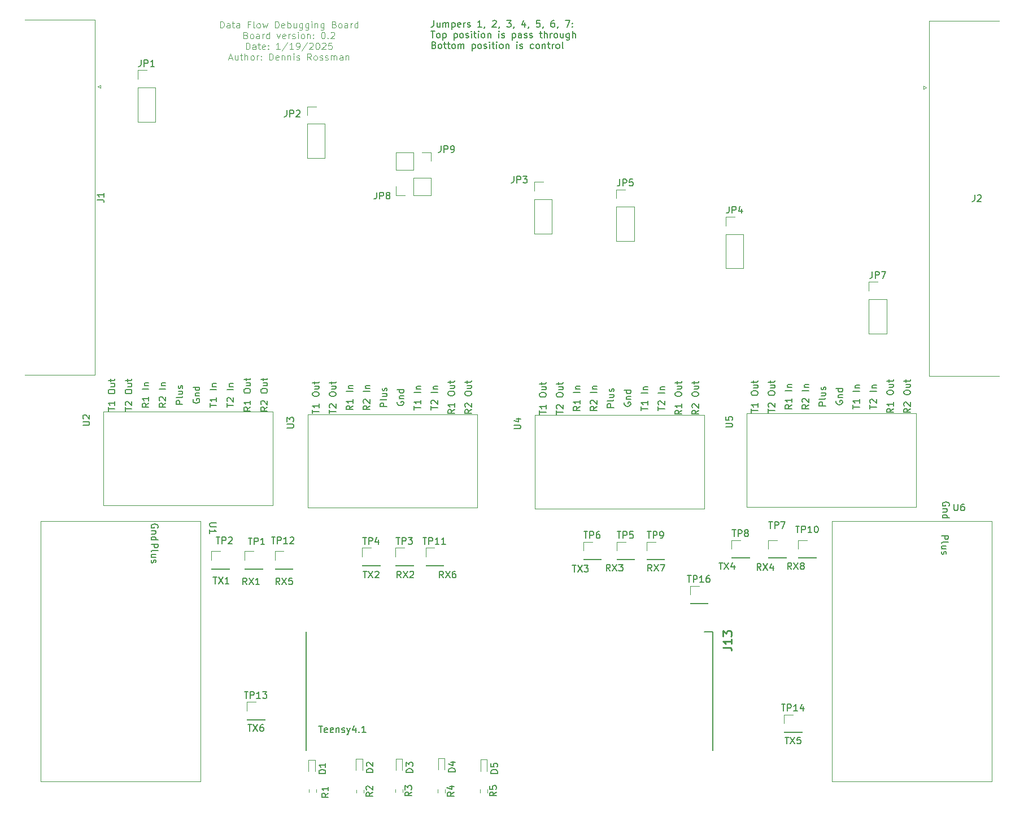
<source format=gbr>
%TF.GenerationSoftware,KiCad,Pcbnew,8.0.6*%
%TF.CreationDate,2025-01-19T12:17:07-08:00*%
%TF.ProjectId,DFboard2,4446626f-6172-4643-922e-6b696361645f,Rev0.1*%
%TF.SameCoordinates,Original*%
%TF.FileFunction,Legend,Top*%
%TF.FilePolarity,Positive*%
%FSLAX46Y46*%
G04 Gerber Fmt 4.6, Leading zero omitted, Abs format (unit mm)*
G04 Created by KiCad (PCBNEW 8.0.6) date 2025-01-19 12:17:07*
%MOMM*%
%LPD*%
G01*
G04 APERTURE LIST*
%ADD10C,0.150000*%
%ADD11C,0.125000*%
%ADD12C,0.254000*%
%ADD13C,0.120000*%
%ADD14C,0.200000*%
G04 APERTURE END LIST*
D10*
X115335207Y-98040819D02*
X115001874Y-97564628D01*
X114763779Y-98040819D02*
X114763779Y-97040819D01*
X114763779Y-97040819D02*
X115144731Y-97040819D01*
X115144731Y-97040819D02*
X115239969Y-97088438D01*
X115239969Y-97088438D02*
X115287588Y-97136057D01*
X115287588Y-97136057D02*
X115335207Y-97231295D01*
X115335207Y-97231295D02*
X115335207Y-97374152D01*
X115335207Y-97374152D02*
X115287588Y-97469390D01*
X115287588Y-97469390D02*
X115239969Y-97517009D01*
X115239969Y-97517009D02*
X115144731Y-97564628D01*
X115144731Y-97564628D02*
X114763779Y-97564628D01*
X115668541Y-97040819D02*
X116335207Y-98040819D01*
X116335207Y-97040819D02*
X115668541Y-98040819D01*
X116620922Y-97040819D02*
X117287588Y-97040819D01*
X117287588Y-97040819D02*
X116859017Y-98040819D01*
X109112207Y-98040819D02*
X108778874Y-97564628D01*
X108540779Y-98040819D02*
X108540779Y-97040819D01*
X108540779Y-97040819D02*
X108921731Y-97040819D01*
X108921731Y-97040819D02*
X109016969Y-97088438D01*
X109016969Y-97088438D02*
X109064588Y-97136057D01*
X109064588Y-97136057D02*
X109112207Y-97231295D01*
X109112207Y-97231295D02*
X109112207Y-97374152D01*
X109112207Y-97374152D02*
X109064588Y-97469390D01*
X109064588Y-97469390D02*
X109016969Y-97517009D01*
X109016969Y-97517009D02*
X108921731Y-97564628D01*
X108921731Y-97564628D02*
X108540779Y-97564628D01*
X109445541Y-97040819D02*
X110112207Y-98040819D01*
X110112207Y-97040819D02*
X109445541Y-98040819D01*
X110397922Y-97040819D02*
X111016969Y-97040819D01*
X111016969Y-97040819D02*
X110683636Y-97421771D01*
X110683636Y-97421771D02*
X110826493Y-97421771D01*
X110826493Y-97421771D02*
X110921731Y-97469390D01*
X110921731Y-97469390D02*
X110969350Y-97517009D01*
X110969350Y-97517009D02*
X111016969Y-97612247D01*
X111016969Y-97612247D02*
X111016969Y-97850342D01*
X111016969Y-97850342D02*
X110969350Y-97945580D01*
X110969350Y-97945580D02*
X110921731Y-97993200D01*
X110921731Y-97993200D02*
X110826493Y-98040819D01*
X110826493Y-98040819D02*
X110540779Y-98040819D01*
X110540779Y-98040819D02*
X110445541Y-97993200D01*
X110445541Y-97993200D02*
X110397922Y-97945580D01*
X54803922Y-121043819D02*
X55375350Y-121043819D01*
X55089636Y-122043819D02*
X55089636Y-121043819D01*
X55613446Y-121043819D02*
X56280112Y-122043819D01*
X56280112Y-121043819D02*
X55613446Y-122043819D01*
X57089636Y-121043819D02*
X56899160Y-121043819D01*
X56899160Y-121043819D02*
X56803922Y-121091438D01*
X56803922Y-121091438D02*
X56756303Y-121139057D01*
X56756303Y-121139057D02*
X56661065Y-121281914D01*
X56661065Y-121281914D02*
X56613446Y-121472390D01*
X56613446Y-121472390D02*
X56613446Y-121853342D01*
X56613446Y-121853342D02*
X56661065Y-121948580D01*
X56661065Y-121948580D02*
X56708684Y-121996200D01*
X56708684Y-121996200D02*
X56803922Y-122043819D01*
X56803922Y-122043819D02*
X56994398Y-122043819D01*
X56994398Y-122043819D02*
X57089636Y-121996200D01*
X57089636Y-121996200D02*
X57137255Y-121948580D01*
X57137255Y-121948580D02*
X57184874Y-121853342D01*
X57184874Y-121853342D02*
X57184874Y-121615247D01*
X57184874Y-121615247D02*
X57137255Y-121520009D01*
X57137255Y-121520009D02*
X57089636Y-121472390D01*
X57089636Y-121472390D02*
X56994398Y-121424771D01*
X56994398Y-121424771D02*
X56803922Y-121424771D01*
X56803922Y-121424771D02*
X56708684Y-121472390D01*
X56708684Y-121472390D02*
X56661065Y-121520009D01*
X56661065Y-121520009D02*
X56613446Y-121615247D01*
X136290207Y-97786819D02*
X135956874Y-97310628D01*
X135718779Y-97786819D02*
X135718779Y-96786819D01*
X135718779Y-96786819D02*
X136099731Y-96786819D01*
X136099731Y-96786819D02*
X136194969Y-96834438D01*
X136194969Y-96834438D02*
X136242588Y-96882057D01*
X136242588Y-96882057D02*
X136290207Y-96977295D01*
X136290207Y-96977295D02*
X136290207Y-97120152D01*
X136290207Y-97120152D02*
X136242588Y-97215390D01*
X136242588Y-97215390D02*
X136194969Y-97263009D01*
X136194969Y-97263009D02*
X136099731Y-97310628D01*
X136099731Y-97310628D02*
X135718779Y-97310628D01*
X136623541Y-96786819D02*
X137290207Y-97786819D01*
X137290207Y-96786819D02*
X136623541Y-97786819D01*
X137814017Y-97215390D02*
X137718779Y-97167771D01*
X137718779Y-97167771D02*
X137671160Y-97120152D01*
X137671160Y-97120152D02*
X137623541Y-97024914D01*
X137623541Y-97024914D02*
X137623541Y-96977295D01*
X137623541Y-96977295D02*
X137671160Y-96882057D01*
X137671160Y-96882057D02*
X137718779Y-96834438D01*
X137718779Y-96834438D02*
X137814017Y-96786819D01*
X137814017Y-96786819D02*
X138004493Y-96786819D01*
X138004493Y-96786819D02*
X138099731Y-96834438D01*
X138099731Y-96834438D02*
X138147350Y-96882057D01*
X138147350Y-96882057D02*
X138194969Y-96977295D01*
X138194969Y-96977295D02*
X138194969Y-97024914D01*
X138194969Y-97024914D02*
X138147350Y-97120152D01*
X138147350Y-97120152D02*
X138099731Y-97167771D01*
X138099731Y-97167771D02*
X138004493Y-97215390D01*
X138004493Y-97215390D02*
X137814017Y-97215390D01*
X137814017Y-97215390D02*
X137718779Y-97263009D01*
X137718779Y-97263009D02*
X137671160Y-97310628D01*
X137671160Y-97310628D02*
X137623541Y-97405866D01*
X137623541Y-97405866D02*
X137623541Y-97596342D01*
X137623541Y-97596342D02*
X137671160Y-97691580D01*
X137671160Y-97691580D02*
X137718779Y-97739200D01*
X137718779Y-97739200D02*
X137814017Y-97786819D01*
X137814017Y-97786819D02*
X138004493Y-97786819D01*
X138004493Y-97786819D02*
X138099731Y-97739200D01*
X138099731Y-97739200D02*
X138147350Y-97691580D01*
X138147350Y-97691580D02*
X138194969Y-97596342D01*
X138194969Y-97596342D02*
X138194969Y-97405866D01*
X138194969Y-97405866D02*
X138147350Y-97310628D01*
X138147350Y-97310628D02*
X138099731Y-97263009D01*
X138099731Y-97263009D02*
X138004493Y-97215390D01*
X49596922Y-98945819D02*
X50168350Y-98945819D01*
X49882636Y-99945819D02*
X49882636Y-98945819D01*
X50406446Y-98945819D02*
X51073112Y-99945819D01*
X51073112Y-98945819D02*
X50406446Y-99945819D01*
X51977874Y-99945819D02*
X51406446Y-99945819D01*
X51692160Y-99945819D02*
X51692160Y-98945819D01*
X51692160Y-98945819D02*
X51596922Y-99088676D01*
X51596922Y-99088676D02*
X51501684Y-99183914D01*
X51501684Y-99183914D02*
X51406446Y-99231533D01*
X65428571Y-121247819D02*
X65999999Y-121247819D01*
X65714285Y-122247819D02*
X65714285Y-121247819D01*
X66714285Y-122200200D02*
X66619047Y-122247819D01*
X66619047Y-122247819D02*
X66428571Y-122247819D01*
X66428571Y-122247819D02*
X66333333Y-122200200D01*
X66333333Y-122200200D02*
X66285714Y-122104961D01*
X66285714Y-122104961D02*
X66285714Y-121724009D01*
X66285714Y-121724009D02*
X66333333Y-121628771D01*
X66333333Y-121628771D02*
X66428571Y-121581152D01*
X66428571Y-121581152D02*
X66619047Y-121581152D01*
X66619047Y-121581152D02*
X66714285Y-121628771D01*
X66714285Y-121628771D02*
X66761904Y-121724009D01*
X66761904Y-121724009D02*
X66761904Y-121819247D01*
X66761904Y-121819247D02*
X66285714Y-121914485D01*
X67571428Y-122200200D02*
X67476190Y-122247819D01*
X67476190Y-122247819D02*
X67285714Y-122247819D01*
X67285714Y-122247819D02*
X67190476Y-122200200D01*
X67190476Y-122200200D02*
X67142857Y-122104961D01*
X67142857Y-122104961D02*
X67142857Y-121724009D01*
X67142857Y-121724009D02*
X67190476Y-121628771D01*
X67190476Y-121628771D02*
X67285714Y-121581152D01*
X67285714Y-121581152D02*
X67476190Y-121581152D01*
X67476190Y-121581152D02*
X67571428Y-121628771D01*
X67571428Y-121628771D02*
X67619047Y-121724009D01*
X67619047Y-121724009D02*
X67619047Y-121819247D01*
X67619047Y-121819247D02*
X67142857Y-121914485D01*
X68047619Y-121581152D02*
X68047619Y-122247819D01*
X68047619Y-121676390D02*
X68095238Y-121628771D01*
X68095238Y-121628771D02*
X68190476Y-121581152D01*
X68190476Y-121581152D02*
X68333333Y-121581152D01*
X68333333Y-121581152D02*
X68428571Y-121628771D01*
X68428571Y-121628771D02*
X68476190Y-121724009D01*
X68476190Y-121724009D02*
X68476190Y-122247819D01*
X68904762Y-122200200D02*
X69000000Y-122247819D01*
X69000000Y-122247819D02*
X69190476Y-122247819D01*
X69190476Y-122247819D02*
X69285714Y-122200200D01*
X69285714Y-122200200D02*
X69333333Y-122104961D01*
X69333333Y-122104961D02*
X69333333Y-122057342D01*
X69333333Y-122057342D02*
X69285714Y-121962104D01*
X69285714Y-121962104D02*
X69190476Y-121914485D01*
X69190476Y-121914485D02*
X69047619Y-121914485D01*
X69047619Y-121914485D02*
X68952381Y-121866866D01*
X68952381Y-121866866D02*
X68904762Y-121771628D01*
X68904762Y-121771628D02*
X68904762Y-121724009D01*
X68904762Y-121724009D02*
X68952381Y-121628771D01*
X68952381Y-121628771D02*
X69047619Y-121581152D01*
X69047619Y-121581152D02*
X69190476Y-121581152D01*
X69190476Y-121581152D02*
X69285714Y-121628771D01*
X69666667Y-121581152D02*
X69904762Y-122247819D01*
X70142857Y-121581152D02*
X69904762Y-122247819D01*
X69904762Y-122247819D02*
X69809524Y-122485914D01*
X69809524Y-122485914D02*
X69761905Y-122533533D01*
X69761905Y-122533533D02*
X69666667Y-122581152D01*
X70952381Y-121581152D02*
X70952381Y-122247819D01*
X70714286Y-121200200D02*
X70476191Y-121914485D01*
X70476191Y-121914485D02*
X71095238Y-121914485D01*
X71476191Y-122152580D02*
X71523810Y-122200200D01*
X71523810Y-122200200D02*
X71476191Y-122247819D01*
X71476191Y-122247819D02*
X71428572Y-122200200D01*
X71428572Y-122200200D02*
X71476191Y-122152580D01*
X71476191Y-122152580D02*
X71476191Y-122247819D01*
X72476190Y-122247819D02*
X71904762Y-122247819D01*
X72190476Y-122247819D02*
X72190476Y-121247819D01*
X72190476Y-121247819D02*
X72095238Y-121390676D01*
X72095238Y-121390676D02*
X72000000Y-121485914D01*
X72000000Y-121485914D02*
X71904762Y-121533533D01*
X103444922Y-97167819D02*
X104016350Y-97167819D01*
X103730636Y-98167819D02*
X103730636Y-97167819D01*
X104254446Y-97167819D02*
X104921112Y-98167819D01*
X104921112Y-97167819D02*
X104254446Y-98167819D01*
X105206827Y-97167819D02*
X105825874Y-97167819D01*
X105825874Y-97167819D02*
X105492541Y-97548771D01*
X105492541Y-97548771D02*
X105635398Y-97548771D01*
X105635398Y-97548771D02*
X105730636Y-97596390D01*
X105730636Y-97596390D02*
X105778255Y-97644009D01*
X105778255Y-97644009D02*
X105825874Y-97739247D01*
X105825874Y-97739247D02*
X105825874Y-97977342D01*
X105825874Y-97977342D02*
X105778255Y-98072580D01*
X105778255Y-98072580D02*
X105730636Y-98120200D01*
X105730636Y-98120200D02*
X105635398Y-98167819D01*
X105635398Y-98167819D02*
X105349684Y-98167819D01*
X105349684Y-98167819D02*
X105254446Y-98120200D01*
X105254446Y-98120200D02*
X105206827Y-98072580D01*
D11*
X50650475Y-16583203D02*
X50650475Y-15583203D01*
X50650475Y-15583203D02*
X50888570Y-15583203D01*
X50888570Y-15583203D02*
X51031427Y-15630822D01*
X51031427Y-15630822D02*
X51126665Y-15726060D01*
X51126665Y-15726060D02*
X51174284Y-15821298D01*
X51174284Y-15821298D02*
X51221903Y-16011774D01*
X51221903Y-16011774D02*
X51221903Y-16154631D01*
X51221903Y-16154631D02*
X51174284Y-16345107D01*
X51174284Y-16345107D02*
X51126665Y-16440345D01*
X51126665Y-16440345D02*
X51031427Y-16535584D01*
X51031427Y-16535584D02*
X50888570Y-16583203D01*
X50888570Y-16583203D02*
X50650475Y-16583203D01*
X52079046Y-16583203D02*
X52079046Y-16059393D01*
X52079046Y-16059393D02*
X52031427Y-15964155D01*
X52031427Y-15964155D02*
X51936189Y-15916536D01*
X51936189Y-15916536D02*
X51745713Y-15916536D01*
X51745713Y-15916536D02*
X51650475Y-15964155D01*
X52079046Y-16535584D02*
X51983808Y-16583203D01*
X51983808Y-16583203D02*
X51745713Y-16583203D01*
X51745713Y-16583203D02*
X51650475Y-16535584D01*
X51650475Y-16535584D02*
X51602856Y-16440345D01*
X51602856Y-16440345D02*
X51602856Y-16345107D01*
X51602856Y-16345107D02*
X51650475Y-16249869D01*
X51650475Y-16249869D02*
X51745713Y-16202250D01*
X51745713Y-16202250D02*
X51983808Y-16202250D01*
X51983808Y-16202250D02*
X52079046Y-16154631D01*
X52412380Y-15916536D02*
X52793332Y-15916536D01*
X52555237Y-15583203D02*
X52555237Y-16440345D01*
X52555237Y-16440345D02*
X52602856Y-16535584D01*
X52602856Y-16535584D02*
X52698094Y-16583203D01*
X52698094Y-16583203D02*
X52793332Y-16583203D01*
X53555237Y-16583203D02*
X53555237Y-16059393D01*
X53555237Y-16059393D02*
X53507618Y-15964155D01*
X53507618Y-15964155D02*
X53412380Y-15916536D01*
X53412380Y-15916536D02*
X53221904Y-15916536D01*
X53221904Y-15916536D02*
X53126666Y-15964155D01*
X53555237Y-16535584D02*
X53459999Y-16583203D01*
X53459999Y-16583203D02*
X53221904Y-16583203D01*
X53221904Y-16583203D02*
X53126666Y-16535584D01*
X53126666Y-16535584D02*
X53079047Y-16440345D01*
X53079047Y-16440345D02*
X53079047Y-16345107D01*
X53079047Y-16345107D02*
X53126666Y-16249869D01*
X53126666Y-16249869D02*
X53221904Y-16202250D01*
X53221904Y-16202250D02*
X53459999Y-16202250D01*
X53459999Y-16202250D02*
X53555237Y-16154631D01*
X55126666Y-16059393D02*
X54793333Y-16059393D01*
X54793333Y-16583203D02*
X54793333Y-15583203D01*
X54793333Y-15583203D02*
X55269523Y-15583203D01*
X55793333Y-16583203D02*
X55698095Y-16535584D01*
X55698095Y-16535584D02*
X55650476Y-16440345D01*
X55650476Y-16440345D02*
X55650476Y-15583203D01*
X56317143Y-16583203D02*
X56221905Y-16535584D01*
X56221905Y-16535584D02*
X56174286Y-16487964D01*
X56174286Y-16487964D02*
X56126667Y-16392726D01*
X56126667Y-16392726D02*
X56126667Y-16107012D01*
X56126667Y-16107012D02*
X56174286Y-16011774D01*
X56174286Y-16011774D02*
X56221905Y-15964155D01*
X56221905Y-15964155D02*
X56317143Y-15916536D01*
X56317143Y-15916536D02*
X56460000Y-15916536D01*
X56460000Y-15916536D02*
X56555238Y-15964155D01*
X56555238Y-15964155D02*
X56602857Y-16011774D01*
X56602857Y-16011774D02*
X56650476Y-16107012D01*
X56650476Y-16107012D02*
X56650476Y-16392726D01*
X56650476Y-16392726D02*
X56602857Y-16487964D01*
X56602857Y-16487964D02*
X56555238Y-16535584D01*
X56555238Y-16535584D02*
X56460000Y-16583203D01*
X56460000Y-16583203D02*
X56317143Y-16583203D01*
X56983810Y-15916536D02*
X57174286Y-16583203D01*
X57174286Y-16583203D02*
X57364762Y-16107012D01*
X57364762Y-16107012D02*
X57555238Y-16583203D01*
X57555238Y-16583203D02*
X57745714Y-15916536D01*
X58888572Y-16583203D02*
X58888572Y-15583203D01*
X58888572Y-15583203D02*
X59126667Y-15583203D01*
X59126667Y-15583203D02*
X59269524Y-15630822D01*
X59269524Y-15630822D02*
X59364762Y-15726060D01*
X59364762Y-15726060D02*
X59412381Y-15821298D01*
X59412381Y-15821298D02*
X59460000Y-16011774D01*
X59460000Y-16011774D02*
X59460000Y-16154631D01*
X59460000Y-16154631D02*
X59412381Y-16345107D01*
X59412381Y-16345107D02*
X59364762Y-16440345D01*
X59364762Y-16440345D02*
X59269524Y-16535584D01*
X59269524Y-16535584D02*
X59126667Y-16583203D01*
X59126667Y-16583203D02*
X58888572Y-16583203D01*
X60269524Y-16535584D02*
X60174286Y-16583203D01*
X60174286Y-16583203D02*
X59983810Y-16583203D01*
X59983810Y-16583203D02*
X59888572Y-16535584D01*
X59888572Y-16535584D02*
X59840953Y-16440345D01*
X59840953Y-16440345D02*
X59840953Y-16059393D01*
X59840953Y-16059393D02*
X59888572Y-15964155D01*
X59888572Y-15964155D02*
X59983810Y-15916536D01*
X59983810Y-15916536D02*
X60174286Y-15916536D01*
X60174286Y-15916536D02*
X60269524Y-15964155D01*
X60269524Y-15964155D02*
X60317143Y-16059393D01*
X60317143Y-16059393D02*
X60317143Y-16154631D01*
X60317143Y-16154631D02*
X59840953Y-16249869D01*
X60745715Y-16583203D02*
X60745715Y-15583203D01*
X60745715Y-15964155D02*
X60840953Y-15916536D01*
X60840953Y-15916536D02*
X61031429Y-15916536D01*
X61031429Y-15916536D02*
X61126667Y-15964155D01*
X61126667Y-15964155D02*
X61174286Y-16011774D01*
X61174286Y-16011774D02*
X61221905Y-16107012D01*
X61221905Y-16107012D02*
X61221905Y-16392726D01*
X61221905Y-16392726D02*
X61174286Y-16487964D01*
X61174286Y-16487964D02*
X61126667Y-16535584D01*
X61126667Y-16535584D02*
X61031429Y-16583203D01*
X61031429Y-16583203D02*
X60840953Y-16583203D01*
X60840953Y-16583203D02*
X60745715Y-16535584D01*
X62079048Y-15916536D02*
X62079048Y-16583203D01*
X61650477Y-15916536D02*
X61650477Y-16440345D01*
X61650477Y-16440345D02*
X61698096Y-16535584D01*
X61698096Y-16535584D02*
X61793334Y-16583203D01*
X61793334Y-16583203D02*
X61936191Y-16583203D01*
X61936191Y-16583203D02*
X62031429Y-16535584D01*
X62031429Y-16535584D02*
X62079048Y-16487964D01*
X62983810Y-15916536D02*
X62983810Y-16726060D01*
X62983810Y-16726060D02*
X62936191Y-16821298D01*
X62936191Y-16821298D02*
X62888572Y-16868917D01*
X62888572Y-16868917D02*
X62793334Y-16916536D01*
X62793334Y-16916536D02*
X62650477Y-16916536D01*
X62650477Y-16916536D02*
X62555239Y-16868917D01*
X62983810Y-16535584D02*
X62888572Y-16583203D01*
X62888572Y-16583203D02*
X62698096Y-16583203D01*
X62698096Y-16583203D02*
X62602858Y-16535584D01*
X62602858Y-16535584D02*
X62555239Y-16487964D01*
X62555239Y-16487964D02*
X62507620Y-16392726D01*
X62507620Y-16392726D02*
X62507620Y-16107012D01*
X62507620Y-16107012D02*
X62555239Y-16011774D01*
X62555239Y-16011774D02*
X62602858Y-15964155D01*
X62602858Y-15964155D02*
X62698096Y-15916536D01*
X62698096Y-15916536D02*
X62888572Y-15916536D01*
X62888572Y-15916536D02*
X62983810Y-15964155D01*
X63888572Y-15916536D02*
X63888572Y-16726060D01*
X63888572Y-16726060D02*
X63840953Y-16821298D01*
X63840953Y-16821298D02*
X63793334Y-16868917D01*
X63793334Y-16868917D02*
X63698096Y-16916536D01*
X63698096Y-16916536D02*
X63555239Y-16916536D01*
X63555239Y-16916536D02*
X63460001Y-16868917D01*
X63888572Y-16535584D02*
X63793334Y-16583203D01*
X63793334Y-16583203D02*
X63602858Y-16583203D01*
X63602858Y-16583203D02*
X63507620Y-16535584D01*
X63507620Y-16535584D02*
X63460001Y-16487964D01*
X63460001Y-16487964D02*
X63412382Y-16392726D01*
X63412382Y-16392726D02*
X63412382Y-16107012D01*
X63412382Y-16107012D02*
X63460001Y-16011774D01*
X63460001Y-16011774D02*
X63507620Y-15964155D01*
X63507620Y-15964155D02*
X63602858Y-15916536D01*
X63602858Y-15916536D02*
X63793334Y-15916536D01*
X63793334Y-15916536D02*
X63888572Y-15964155D01*
X64364763Y-16583203D02*
X64364763Y-15916536D01*
X64364763Y-15583203D02*
X64317144Y-15630822D01*
X64317144Y-15630822D02*
X64364763Y-15678441D01*
X64364763Y-15678441D02*
X64412382Y-15630822D01*
X64412382Y-15630822D02*
X64364763Y-15583203D01*
X64364763Y-15583203D02*
X64364763Y-15678441D01*
X64840953Y-15916536D02*
X64840953Y-16583203D01*
X64840953Y-16011774D02*
X64888572Y-15964155D01*
X64888572Y-15964155D02*
X64983810Y-15916536D01*
X64983810Y-15916536D02*
X65126667Y-15916536D01*
X65126667Y-15916536D02*
X65221905Y-15964155D01*
X65221905Y-15964155D02*
X65269524Y-16059393D01*
X65269524Y-16059393D02*
X65269524Y-16583203D01*
X66174286Y-15916536D02*
X66174286Y-16726060D01*
X66174286Y-16726060D02*
X66126667Y-16821298D01*
X66126667Y-16821298D02*
X66079048Y-16868917D01*
X66079048Y-16868917D02*
X65983810Y-16916536D01*
X65983810Y-16916536D02*
X65840953Y-16916536D01*
X65840953Y-16916536D02*
X65745715Y-16868917D01*
X66174286Y-16535584D02*
X66079048Y-16583203D01*
X66079048Y-16583203D02*
X65888572Y-16583203D01*
X65888572Y-16583203D02*
X65793334Y-16535584D01*
X65793334Y-16535584D02*
X65745715Y-16487964D01*
X65745715Y-16487964D02*
X65698096Y-16392726D01*
X65698096Y-16392726D02*
X65698096Y-16107012D01*
X65698096Y-16107012D02*
X65745715Y-16011774D01*
X65745715Y-16011774D02*
X65793334Y-15964155D01*
X65793334Y-15964155D02*
X65888572Y-15916536D01*
X65888572Y-15916536D02*
X66079048Y-15916536D01*
X66079048Y-15916536D02*
X66174286Y-15964155D01*
X67745715Y-16059393D02*
X67888572Y-16107012D01*
X67888572Y-16107012D02*
X67936191Y-16154631D01*
X67936191Y-16154631D02*
X67983810Y-16249869D01*
X67983810Y-16249869D02*
X67983810Y-16392726D01*
X67983810Y-16392726D02*
X67936191Y-16487964D01*
X67936191Y-16487964D02*
X67888572Y-16535584D01*
X67888572Y-16535584D02*
X67793334Y-16583203D01*
X67793334Y-16583203D02*
X67412382Y-16583203D01*
X67412382Y-16583203D02*
X67412382Y-15583203D01*
X67412382Y-15583203D02*
X67745715Y-15583203D01*
X67745715Y-15583203D02*
X67840953Y-15630822D01*
X67840953Y-15630822D02*
X67888572Y-15678441D01*
X67888572Y-15678441D02*
X67936191Y-15773679D01*
X67936191Y-15773679D02*
X67936191Y-15868917D01*
X67936191Y-15868917D02*
X67888572Y-15964155D01*
X67888572Y-15964155D02*
X67840953Y-16011774D01*
X67840953Y-16011774D02*
X67745715Y-16059393D01*
X67745715Y-16059393D02*
X67412382Y-16059393D01*
X68555239Y-16583203D02*
X68460001Y-16535584D01*
X68460001Y-16535584D02*
X68412382Y-16487964D01*
X68412382Y-16487964D02*
X68364763Y-16392726D01*
X68364763Y-16392726D02*
X68364763Y-16107012D01*
X68364763Y-16107012D02*
X68412382Y-16011774D01*
X68412382Y-16011774D02*
X68460001Y-15964155D01*
X68460001Y-15964155D02*
X68555239Y-15916536D01*
X68555239Y-15916536D02*
X68698096Y-15916536D01*
X68698096Y-15916536D02*
X68793334Y-15964155D01*
X68793334Y-15964155D02*
X68840953Y-16011774D01*
X68840953Y-16011774D02*
X68888572Y-16107012D01*
X68888572Y-16107012D02*
X68888572Y-16392726D01*
X68888572Y-16392726D02*
X68840953Y-16487964D01*
X68840953Y-16487964D02*
X68793334Y-16535584D01*
X68793334Y-16535584D02*
X68698096Y-16583203D01*
X68698096Y-16583203D02*
X68555239Y-16583203D01*
X69745715Y-16583203D02*
X69745715Y-16059393D01*
X69745715Y-16059393D02*
X69698096Y-15964155D01*
X69698096Y-15964155D02*
X69602858Y-15916536D01*
X69602858Y-15916536D02*
X69412382Y-15916536D01*
X69412382Y-15916536D02*
X69317144Y-15964155D01*
X69745715Y-16535584D02*
X69650477Y-16583203D01*
X69650477Y-16583203D02*
X69412382Y-16583203D01*
X69412382Y-16583203D02*
X69317144Y-16535584D01*
X69317144Y-16535584D02*
X69269525Y-16440345D01*
X69269525Y-16440345D02*
X69269525Y-16345107D01*
X69269525Y-16345107D02*
X69317144Y-16249869D01*
X69317144Y-16249869D02*
X69412382Y-16202250D01*
X69412382Y-16202250D02*
X69650477Y-16202250D01*
X69650477Y-16202250D02*
X69745715Y-16154631D01*
X70221906Y-16583203D02*
X70221906Y-15916536D01*
X70221906Y-16107012D02*
X70269525Y-16011774D01*
X70269525Y-16011774D02*
X70317144Y-15964155D01*
X70317144Y-15964155D02*
X70412382Y-15916536D01*
X70412382Y-15916536D02*
X70507620Y-15916536D01*
X71269525Y-16583203D02*
X71269525Y-15583203D01*
X71269525Y-16535584D02*
X71174287Y-16583203D01*
X71174287Y-16583203D02*
X70983811Y-16583203D01*
X70983811Y-16583203D02*
X70888573Y-16535584D01*
X70888573Y-16535584D02*
X70840954Y-16487964D01*
X70840954Y-16487964D02*
X70793335Y-16392726D01*
X70793335Y-16392726D02*
X70793335Y-16107012D01*
X70793335Y-16107012D02*
X70840954Y-16011774D01*
X70840954Y-16011774D02*
X70888573Y-15964155D01*
X70888573Y-15964155D02*
X70983811Y-15916536D01*
X70983811Y-15916536D02*
X71174287Y-15916536D01*
X71174287Y-15916536D02*
X71269525Y-15964155D01*
X54507618Y-17669337D02*
X54650475Y-17716956D01*
X54650475Y-17716956D02*
X54698094Y-17764575D01*
X54698094Y-17764575D02*
X54745713Y-17859813D01*
X54745713Y-17859813D02*
X54745713Y-18002670D01*
X54745713Y-18002670D02*
X54698094Y-18097908D01*
X54698094Y-18097908D02*
X54650475Y-18145528D01*
X54650475Y-18145528D02*
X54555237Y-18193147D01*
X54555237Y-18193147D02*
X54174285Y-18193147D01*
X54174285Y-18193147D02*
X54174285Y-17193147D01*
X54174285Y-17193147D02*
X54507618Y-17193147D01*
X54507618Y-17193147D02*
X54602856Y-17240766D01*
X54602856Y-17240766D02*
X54650475Y-17288385D01*
X54650475Y-17288385D02*
X54698094Y-17383623D01*
X54698094Y-17383623D02*
X54698094Y-17478861D01*
X54698094Y-17478861D02*
X54650475Y-17574099D01*
X54650475Y-17574099D02*
X54602856Y-17621718D01*
X54602856Y-17621718D02*
X54507618Y-17669337D01*
X54507618Y-17669337D02*
X54174285Y-17669337D01*
X55317142Y-18193147D02*
X55221904Y-18145528D01*
X55221904Y-18145528D02*
X55174285Y-18097908D01*
X55174285Y-18097908D02*
X55126666Y-18002670D01*
X55126666Y-18002670D02*
X55126666Y-17716956D01*
X55126666Y-17716956D02*
X55174285Y-17621718D01*
X55174285Y-17621718D02*
X55221904Y-17574099D01*
X55221904Y-17574099D02*
X55317142Y-17526480D01*
X55317142Y-17526480D02*
X55459999Y-17526480D01*
X55459999Y-17526480D02*
X55555237Y-17574099D01*
X55555237Y-17574099D02*
X55602856Y-17621718D01*
X55602856Y-17621718D02*
X55650475Y-17716956D01*
X55650475Y-17716956D02*
X55650475Y-18002670D01*
X55650475Y-18002670D02*
X55602856Y-18097908D01*
X55602856Y-18097908D02*
X55555237Y-18145528D01*
X55555237Y-18145528D02*
X55459999Y-18193147D01*
X55459999Y-18193147D02*
X55317142Y-18193147D01*
X56507618Y-18193147D02*
X56507618Y-17669337D01*
X56507618Y-17669337D02*
X56459999Y-17574099D01*
X56459999Y-17574099D02*
X56364761Y-17526480D01*
X56364761Y-17526480D02*
X56174285Y-17526480D01*
X56174285Y-17526480D02*
X56079047Y-17574099D01*
X56507618Y-18145528D02*
X56412380Y-18193147D01*
X56412380Y-18193147D02*
X56174285Y-18193147D01*
X56174285Y-18193147D02*
X56079047Y-18145528D01*
X56079047Y-18145528D02*
X56031428Y-18050289D01*
X56031428Y-18050289D02*
X56031428Y-17955051D01*
X56031428Y-17955051D02*
X56079047Y-17859813D01*
X56079047Y-17859813D02*
X56174285Y-17812194D01*
X56174285Y-17812194D02*
X56412380Y-17812194D01*
X56412380Y-17812194D02*
X56507618Y-17764575D01*
X56983809Y-18193147D02*
X56983809Y-17526480D01*
X56983809Y-17716956D02*
X57031428Y-17621718D01*
X57031428Y-17621718D02*
X57079047Y-17574099D01*
X57079047Y-17574099D02*
X57174285Y-17526480D01*
X57174285Y-17526480D02*
X57269523Y-17526480D01*
X58031428Y-18193147D02*
X58031428Y-17193147D01*
X58031428Y-18145528D02*
X57936190Y-18193147D01*
X57936190Y-18193147D02*
X57745714Y-18193147D01*
X57745714Y-18193147D02*
X57650476Y-18145528D01*
X57650476Y-18145528D02*
X57602857Y-18097908D01*
X57602857Y-18097908D02*
X57555238Y-18002670D01*
X57555238Y-18002670D02*
X57555238Y-17716956D01*
X57555238Y-17716956D02*
X57602857Y-17621718D01*
X57602857Y-17621718D02*
X57650476Y-17574099D01*
X57650476Y-17574099D02*
X57745714Y-17526480D01*
X57745714Y-17526480D02*
X57936190Y-17526480D01*
X57936190Y-17526480D02*
X58031428Y-17574099D01*
X59174286Y-17526480D02*
X59412381Y-18193147D01*
X59412381Y-18193147D02*
X59650476Y-17526480D01*
X60412381Y-18145528D02*
X60317143Y-18193147D01*
X60317143Y-18193147D02*
X60126667Y-18193147D01*
X60126667Y-18193147D02*
X60031429Y-18145528D01*
X60031429Y-18145528D02*
X59983810Y-18050289D01*
X59983810Y-18050289D02*
X59983810Y-17669337D01*
X59983810Y-17669337D02*
X60031429Y-17574099D01*
X60031429Y-17574099D02*
X60126667Y-17526480D01*
X60126667Y-17526480D02*
X60317143Y-17526480D01*
X60317143Y-17526480D02*
X60412381Y-17574099D01*
X60412381Y-17574099D02*
X60460000Y-17669337D01*
X60460000Y-17669337D02*
X60460000Y-17764575D01*
X60460000Y-17764575D02*
X59983810Y-17859813D01*
X60888572Y-18193147D02*
X60888572Y-17526480D01*
X60888572Y-17716956D02*
X60936191Y-17621718D01*
X60936191Y-17621718D02*
X60983810Y-17574099D01*
X60983810Y-17574099D02*
X61079048Y-17526480D01*
X61079048Y-17526480D02*
X61174286Y-17526480D01*
X61460001Y-18145528D02*
X61555239Y-18193147D01*
X61555239Y-18193147D02*
X61745715Y-18193147D01*
X61745715Y-18193147D02*
X61840953Y-18145528D01*
X61840953Y-18145528D02*
X61888572Y-18050289D01*
X61888572Y-18050289D02*
X61888572Y-18002670D01*
X61888572Y-18002670D02*
X61840953Y-17907432D01*
X61840953Y-17907432D02*
X61745715Y-17859813D01*
X61745715Y-17859813D02*
X61602858Y-17859813D01*
X61602858Y-17859813D02*
X61507620Y-17812194D01*
X61507620Y-17812194D02*
X61460001Y-17716956D01*
X61460001Y-17716956D02*
X61460001Y-17669337D01*
X61460001Y-17669337D02*
X61507620Y-17574099D01*
X61507620Y-17574099D02*
X61602858Y-17526480D01*
X61602858Y-17526480D02*
X61745715Y-17526480D01*
X61745715Y-17526480D02*
X61840953Y-17574099D01*
X62317144Y-18193147D02*
X62317144Y-17526480D01*
X62317144Y-17193147D02*
X62269525Y-17240766D01*
X62269525Y-17240766D02*
X62317144Y-17288385D01*
X62317144Y-17288385D02*
X62364763Y-17240766D01*
X62364763Y-17240766D02*
X62317144Y-17193147D01*
X62317144Y-17193147D02*
X62317144Y-17288385D01*
X62936191Y-18193147D02*
X62840953Y-18145528D01*
X62840953Y-18145528D02*
X62793334Y-18097908D01*
X62793334Y-18097908D02*
X62745715Y-18002670D01*
X62745715Y-18002670D02*
X62745715Y-17716956D01*
X62745715Y-17716956D02*
X62793334Y-17621718D01*
X62793334Y-17621718D02*
X62840953Y-17574099D01*
X62840953Y-17574099D02*
X62936191Y-17526480D01*
X62936191Y-17526480D02*
X63079048Y-17526480D01*
X63079048Y-17526480D02*
X63174286Y-17574099D01*
X63174286Y-17574099D02*
X63221905Y-17621718D01*
X63221905Y-17621718D02*
X63269524Y-17716956D01*
X63269524Y-17716956D02*
X63269524Y-18002670D01*
X63269524Y-18002670D02*
X63221905Y-18097908D01*
X63221905Y-18097908D02*
X63174286Y-18145528D01*
X63174286Y-18145528D02*
X63079048Y-18193147D01*
X63079048Y-18193147D02*
X62936191Y-18193147D01*
X63698096Y-17526480D02*
X63698096Y-18193147D01*
X63698096Y-17621718D02*
X63745715Y-17574099D01*
X63745715Y-17574099D02*
X63840953Y-17526480D01*
X63840953Y-17526480D02*
X63983810Y-17526480D01*
X63983810Y-17526480D02*
X64079048Y-17574099D01*
X64079048Y-17574099D02*
X64126667Y-17669337D01*
X64126667Y-17669337D02*
X64126667Y-18193147D01*
X64602858Y-18097908D02*
X64650477Y-18145528D01*
X64650477Y-18145528D02*
X64602858Y-18193147D01*
X64602858Y-18193147D02*
X64555239Y-18145528D01*
X64555239Y-18145528D02*
X64602858Y-18097908D01*
X64602858Y-18097908D02*
X64602858Y-18193147D01*
X64602858Y-17574099D02*
X64650477Y-17621718D01*
X64650477Y-17621718D02*
X64602858Y-17669337D01*
X64602858Y-17669337D02*
X64555239Y-17621718D01*
X64555239Y-17621718D02*
X64602858Y-17574099D01*
X64602858Y-17574099D02*
X64602858Y-17669337D01*
X66031429Y-17193147D02*
X66126667Y-17193147D01*
X66126667Y-17193147D02*
X66221905Y-17240766D01*
X66221905Y-17240766D02*
X66269524Y-17288385D01*
X66269524Y-17288385D02*
X66317143Y-17383623D01*
X66317143Y-17383623D02*
X66364762Y-17574099D01*
X66364762Y-17574099D02*
X66364762Y-17812194D01*
X66364762Y-17812194D02*
X66317143Y-18002670D01*
X66317143Y-18002670D02*
X66269524Y-18097908D01*
X66269524Y-18097908D02*
X66221905Y-18145528D01*
X66221905Y-18145528D02*
X66126667Y-18193147D01*
X66126667Y-18193147D02*
X66031429Y-18193147D01*
X66031429Y-18193147D02*
X65936191Y-18145528D01*
X65936191Y-18145528D02*
X65888572Y-18097908D01*
X65888572Y-18097908D02*
X65840953Y-18002670D01*
X65840953Y-18002670D02*
X65793334Y-17812194D01*
X65793334Y-17812194D02*
X65793334Y-17574099D01*
X65793334Y-17574099D02*
X65840953Y-17383623D01*
X65840953Y-17383623D02*
X65888572Y-17288385D01*
X65888572Y-17288385D02*
X65936191Y-17240766D01*
X65936191Y-17240766D02*
X66031429Y-17193147D01*
X66793334Y-18097908D02*
X66840953Y-18145528D01*
X66840953Y-18145528D02*
X66793334Y-18193147D01*
X66793334Y-18193147D02*
X66745715Y-18145528D01*
X66745715Y-18145528D02*
X66793334Y-18097908D01*
X66793334Y-18097908D02*
X66793334Y-18193147D01*
X67221905Y-17288385D02*
X67269524Y-17240766D01*
X67269524Y-17240766D02*
X67364762Y-17193147D01*
X67364762Y-17193147D02*
X67602857Y-17193147D01*
X67602857Y-17193147D02*
X67698095Y-17240766D01*
X67698095Y-17240766D02*
X67745714Y-17288385D01*
X67745714Y-17288385D02*
X67793333Y-17383623D01*
X67793333Y-17383623D02*
X67793333Y-17478861D01*
X67793333Y-17478861D02*
X67745714Y-17621718D01*
X67745714Y-17621718D02*
X67174286Y-18193147D01*
X67174286Y-18193147D02*
X67793333Y-18193147D01*
X54531428Y-19803091D02*
X54531428Y-18803091D01*
X54531428Y-18803091D02*
X54769523Y-18803091D01*
X54769523Y-18803091D02*
X54912380Y-18850710D01*
X54912380Y-18850710D02*
X55007618Y-18945948D01*
X55007618Y-18945948D02*
X55055237Y-19041186D01*
X55055237Y-19041186D02*
X55102856Y-19231662D01*
X55102856Y-19231662D02*
X55102856Y-19374519D01*
X55102856Y-19374519D02*
X55055237Y-19564995D01*
X55055237Y-19564995D02*
X55007618Y-19660233D01*
X55007618Y-19660233D02*
X54912380Y-19755472D01*
X54912380Y-19755472D02*
X54769523Y-19803091D01*
X54769523Y-19803091D02*
X54531428Y-19803091D01*
X55959999Y-19803091D02*
X55959999Y-19279281D01*
X55959999Y-19279281D02*
X55912380Y-19184043D01*
X55912380Y-19184043D02*
X55817142Y-19136424D01*
X55817142Y-19136424D02*
X55626666Y-19136424D01*
X55626666Y-19136424D02*
X55531428Y-19184043D01*
X55959999Y-19755472D02*
X55864761Y-19803091D01*
X55864761Y-19803091D02*
X55626666Y-19803091D01*
X55626666Y-19803091D02*
X55531428Y-19755472D01*
X55531428Y-19755472D02*
X55483809Y-19660233D01*
X55483809Y-19660233D02*
X55483809Y-19564995D01*
X55483809Y-19564995D02*
X55531428Y-19469757D01*
X55531428Y-19469757D02*
X55626666Y-19422138D01*
X55626666Y-19422138D02*
X55864761Y-19422138D01*
X55864761Y-19422138D02*
X55959999Y-19374519D01*
X56293333Y-19136424D02*
X56674285Y-19136424D01*
X56436190Y-18803091D02*
X56436190Y-19660233D01*
X56436190Y-19660233D02*
X56483809Y-19755472D01*
X56483809Y-19755472D02*
X56579047Y-19803091D01*
X56579047Y-19803091D02*
X56674285Y-19803091D01*
X57388571Y-19755472D02*
X57293333Y-19803091D01*
X57293333Y-19803091D02*
X57102857Y-19803091D01*
X57102857Y-19803091D02*
X57007619Y-19755472D01*
X57007619Y-19755472D02*
X56960000Y-19660233D01*
X56960000Y-19660233D02*
X56960000Y-19279281D01*
X56960000Y-19279281D02*
X57007619Y-19184043D01*
X57007619Y-19184043D02*
X57102857Y-19136424D01*
X57102857Y-19136424D02*
X57293333Y-19136424D01*
X57293333Y-19136424D02*
X57388571Y-19184043D01*
X57388571Y-19184043D02*
X57436190Y-19279281D01*
X57436190Y-19279281D02*
X57436190Y-19374519D01*
X57436190Y-19374519D02*
X56960000Y-19469757D01*
X57864762Y-19707852D02*
X57912381Y-19755472D01*
X57912381Y-19755472D02*
X57864762Y-19803091D01*
X57864762Y-19803091D02*
X57817143Y-19755472D01*
X57817143Y-19755472D02*
X57864762Y-19707852D01*
X57864762Y-19707852D02*
X57864762Y-19803091D01*
X57864762Y-19184043D02*
X57912381Y-19231662D01*
X57912381Y-19231662D02*
X57864762Y-19279281D01*
X57864762Y-19279281D02*
X57817143Y-19231662D01*
X57817143Y-19231662D02*
X57864762Y-19184043D01*
X57864762Y-19184043D02*
X57864762Y-19279281D01*
X59626666Y-19803091D02*
X59055238Y-19803091D01*
X59340952Y-19803091D02*
X59340952Y-18803091D01*
X59340952Y-18803091D02*
X59245714Y-18945948D01*
X59245714Y-18945948D02*
X59150476Y-19041186D01*
X59150476Y-19041186D02*
X59055238Y-19088805D01*
X60769523Y-18755472D02*
X59912381Y-20041186D01*
X61626666Y-19803091D02*
X61055238Y-19803091D01*
X61340952Y-19803091D02*
X61340952Y-18803091D01*
X61340952Y-18803091D02*
X61245714Y-18945948D01*
X61245714Y-18945948D02*
X61150476Y-19041186D01*
X61150476Y-19041186D02*
X61055238Y-19088805D01*
X62102857Y-19803091D02*
X62293333Y-19803091D01*
X62293333Y-19803091D02*
X62388571Y-19755472D01*
X62388571Y-19755472D02*
X62436190Y-19707852D01*
X62436190Y-19707852D02*
X62531428Y-19564995D01*
X62531428Y-19564995D02*
X62579047Y-19374519D01*
X62579047Y-19374519D02*
X62579047Y-18993567D01*
X62579047Y-18993567D02*
X62531428Y-18898329D01*
X62531428Y-18898329D02*
X62483809Y-18850710D01*
X62483809Y-18850710D02*
X62388571Y-18803091D01*
X62388571Y-18803091D02*
X62198095Y-18803091D01*
X62198095Y-18803091D02*
X62102857Y-18850710D01*
X62102857Y-18850710D02*
X62055238Y-18898329D01*
X62055238Y-18898329D02*
X62007619Y-18993567D01*
X62007619Y-18993567D02*
X62007619Y-19231662D01*
X62007619Y-19231662D02*
X62055238Y-19326900D01*
X62055238Y-19326900D02*
X62102857Y-19374519D01*
X62102857Y-19374519D02*
X62198095Y-19422138D01*
X62198095Y-19422138D02*
X62388571Y-19422138D01*
X62388571Y-19422138D02*
X62483809Y-19374519D01*
X62483809Y-19374519D02*
X62531428Y-19326900D01*
X62531428Y-19326900D02*
X62579047Y-19231662D01*
X63721904Y-18755472D02*
X62864762Y-20041186D01*
X64007619Y-18898329D02*
X64055238Y-18850710D01*
X64055238Y-18850710D02*
X64150476Y-18803091D01*
X64150476Y-18803091D02*
X64388571Y-18803091D01*
X64388571Y-18803091D02*
X64483809Y-18850710D01*
X64483809Y-18850710D02*
X64531428Y-18898329D01*
X64531428Y-18898329D02*
X64579047Y-18993567D01*
X64579047Y-18993567D02*
X64579047Y-19088805D01*
X64579047Y-19088805D02*
X64531428Y-19231662D01*
X64531428Y-19231662D02*
X63960000Y-19803091D01*
X63960000Y-19803091D02*
X64579047Y-19803091D01*
X65198095Y-18803091D02*
X65293333Y-18803091D01*
X65293333Y-18803091D02*
X65388571Y-18850710D01*
X65388571Y-18850710D02*
X65436190Y-18898329D01*
X65436190Y-18898329D02*
X65483809Y-18993567D01*
X65483809Y-18993567D02*
X65531428Y-19184043D01*
X65531428Y-19184043D02*
X65531428Y-19422138D01*
X65531428Y-19422138D02*
X65483809Y-19612614D01*
X65483809Y-19612614D02*
X65436190Y-19707852D01*
X65436190Y-19707852D02*
X65388571Y-19755472D01*
X65388571Y-19755472D02*
X65293333Y-19803091D01*
X65293333Y-19803091D02*
X65198095Y-19803091D01*
X65198095Y-19803091D02*
X65102857Y-19755472D01*
X65102857Y-19755472D02*
X65055238Y-19707852D01*
X65055238Y-19707852D02*
X65007619Y-19612614D01*
X65007619Y-19612614D02*
X64960000Y-19422138D01*
X64960000Y-19422138D02*
X64960000Y-19184043D01*
X64960000Y-19184043D02*
X65007619Y-18993567D01*
X65007619Y-18993567D02*
X65055238Y-18898329D01*
X65055238Y-18898329D02*
X65102857Y-18850710D01*
X65102857Y-18850710D02*
X65198095Y-18803091D01*
X65912381Y-18898329D02*
X65960000Y-18850710D01*
X65960000Y-18850710D02*
X66055238Y-18803091D01*
X66055238Y-18803091D02*
X66293333Y-18803091D01*
X66293333Y-18803091D02*
X66388571Y-18850710D01*
X66388571Y-18850710D02*
X66436190Y-18898329D01*
X66436190Y-18898329D02*
X66483809Y-18993567D01*
X66483809Y-18993567D02*
X66483809Y-19088805D01*
X66483809Y-19088805D02*
X66436190Y-19231662D01*
X66436190Y-19231662D02*
X65864762Y-19803091D01*
X65864762Y-19803091D02*
X66483809Y-19803091D01*
X67388571Y-18803091D02*
X66912381Y-18803091D01*
X66912381Y-18803091D02*
X66864762Y-19279281D01*
X66864762Y-19279281D02*
X66912381Y-19231662D01*
X66912381Y-19231662D02*
X67007619Y-19184043D01*
X67007619Y-19184043D02*
X67245714Y-19184043D01*
X67245714Y-19184043D02*
X67340952Y-19231662D01*
X67340952Y-19231662D02*
X67388571Y-19279281D01*
X67388571Y-19279281D02*
X67436190Y-19374519D01*
X67436190Y-19374519D02*
X67436190Y-19612614D01*
X67436190Y-19612614D02*
X67388571Y-19707852D01*
X67388571Y-19707852D02*
X67340952Y-19755472D01*
X67340952Y-19755472D02*
X67245714Y-19803091D01*
X67245714Y-19803091D02*
X67007619Y-19803091D01*
X67007619Y-19803091D02*
X66912381Y-19755472D01*
X66912381Y-19755472D02*
X66864762Y-19707852D01*
X51959999Y-21127320D02*
X52436189Y-21127320D01*
X51864761Y-21413035D02*
X52198094Y-20413035D01*
X52198094Y-20413035D02*
X52531427Y-21413035D01*
X53293332Y-20746368D02*
X53293332Y-21413035D01*
X52864761Y-20746368D02*
X52864761Y-21270177D01*
X52864761Y-21270177D02*
X52912380Y-21365416D01*
X52912380Y-21365416D02*
X53007618Y-21413035D01*
X53007618Y-21413035D02*
X53150475Y-21413035D01*
X53150475Y-21413035D02*
X53245713Y-21365416D01*
X53245713Y-21365416D02*
X53293332Y-21317796D01*
X53626666Y-20746368D02*
X54007618Y-20746368D01*
X53769523Y-20413035D02*
X53769523Y-21270177D01*
X53769523Y-21270177D02*
X53817142Y-21365416D01*
X53817142Y-21365416D02*
X53912380Y-21413035D01*
X53912380Y-21413035D02*
X54007618Y-21413035D01*
X54340952Y-21413035D02*
X54340952Y-20413035D01*
X54769523Y-21413035D02*
X54769523Y-20889225D01*
X54769523Y-20889225D02*
X54721904Y-20793987D01*
X54721904Y-20793987D02*
X54626666Y-20746368D01*
X54626666Y-20746368D02*
X54483809Y-20746368D01*
X54483809Y-20746368D02*
X54388571Y-20793987D01*
X54388571Y-20793987D02*
X54340952Y-20841606D01*
X55388571Y-21413035D02*
X55293333Y-21365416D01*
X55293333Y-21365416D02*
X55245714Y-21317796D01*
X55245714Y-21317796D02*
X55198095Y-21222558D01*
X55198095Y-21222558D02*
X55198095Y-20936844D01*
X55198095Y-20936844D02*
X55245714Y-20841606D01*
X55245714Y-20841606D02*
X55293333Y-20793987D01*
X55293333Y-20793987D02*
X55388571Y-20746368D01*
X55388571Y-20746368D02*
X55531428Y-20746368D01*
X55531428Y-20746368D02*
X55626666Y-20793987D01*
X55626666Y-20793987D02*
X55674285Y-20841606D01*
X55674285Y-20841606D02*
X55721904Y-20936844D01*
X55721904Y-20936844D02*
X55721904Y-21222558D01*
X55721904Y-21222558D02*
X55674285Y-21317796D01*
X55674285Y-21317796D02*
X55626666Y-21365416D01*
X55626666Y-21365416D02*
X55531428Y-21413035D01*
X55531428Y-21413035D02*
X55388571Y-21413035D01*
X56150476Y-21413035D02*
X56150476Y-20746368D01*
X56150476Y-20936844D02*
X56198095Y-20841606D01*
X56198095Y-20841606D02*
X56245714Y-20793987D01*
X56245714Y-20793987D02*
X56340952Y-20746368D01*
X56340952Y-20746368D02*
X56436190Y-20746368D01*
X56769524Y-21317796D02*
X56817143Y-21365416D01*
X56817143Y-21365416D02*
X56769524Y-21413035D01*
X56769524Y-21413035D02*
X56721905Y-21365416D01*
X56721905Y-21365416D02*
X56769524Y-21317796D01*
X56769524Y-21317796D02*
X56769524Y-21413035D01*
X56769524Y-20793987D02*
X56817143Y-20841606D01*
X56817143Y-20841606D02*
X56769524Y-20889225D01*
X56769524Y-20889225D02*
X56721905Y-20841606D01*
X56721905Y-20841606D02*
X56769524Y-20793987D01*
X56769524Y-20793987D02*
X56769524Y-20889225D01*
X58007619Y-21413035D02*
X58007619Y-20413035D01*
X58007619Y-20413035D02*
X58245714Y-20413035D01*
X58245714Y-20413035D02*
X58388571Y-20460654D01*
X58388571Y-20460654D02*
X58483809Y-20555892D01*
X58483809Y-20555892D02*
X58531428Y-20651130D01*
X58531428Y-20651130D02*
X58579047Y-20841606D01*
X58579047Y-20841606D02*
X58579047Y-20984463D01*
X58579047Y-20984463D02*
X58531428Y-21174939D01*
X58531428Y-21174939D02*
X58483809Y-21270177D01*
X58483809Y-21270177D02*
X58388571Y-21365416D01*
X58388571Y-21365416D02*
X58245714Y-21413035D01*
X58245714Y-21413035D02*
X58007619Y-21413035D01*
X59388571Y-21365416D02*
X59293333Y-21413035D01*
X59293333Y-21413035D02*
X59102857Y-21413035D01*
X59102857Y-21413035D02*
X59007619Y-21365416D01*
X59007619Y-21365416D02*
X58960000Y-21270177D01*
X58960000Y-21270177D02*
X58960000Y-20889225D01*
X58960000Y-20889225D02*
X59007619Y-20793987D01*
X59007619Y-20793987D02*
X59102857Y-20746368D01*
X59102857Y-20746368D02*
X59293333Y-20746368D01*
X59293333Y-20746368D02*
X59388571Y-20793987D01*
X59388571Y-20793987D02*
X59436190Y-20889225D01*
X59436190Y-20889225D02*
X59436190Y-20984463D01*
X59436190Y-20984463D02*
X58960000Y-21079701D01*
X59864762Y-20746368D02*
X59864762Y-21413035D01*
X59864762Y-20841606D02*
X59912381Y-20793987D01*
X59912381Y-20793987D02*
X60007619Y-20746368D01*
X60007619Y-20746368D02*
X60150476Y-20746368D01*
X60150476Y-20746368D02*
X60245714Y-20793987D01*
X60245714Y-20793987D02*
X60293333Y-20889225D01*
X60293333Y-20889225D02*
X60293333Y-21413035D01*
X60769524Y-20746368D02*
X60769524Y-21413035D01*
X60769524Y-20841606D02*
X60817143Y-20793987D01*
X60817143Y-20793987D02*
X60912381Y-20746368D01*
X60912381Y-20746368D02*
X61055238Y-20746368D01*
X61055238Y-20746368D02*
X61150476Y-20793987D01*
X61150476Y-20793987D02*
X61198095Y-20889225D01*
X61198095Y-20889225D02*
X61198095Y-21413035D01*
X61674286Y-21413035D02*
X61674286Y-20746368D01*
X61674286Y-20413035D02*
X61626667Y-20460654D01*
X61626667Y-20460654D02*
X61674286Y-20508273D01*
X61674286Y-20508273D02*
X61721905Y-20460654D01*
X61721905Y-20460654D02*
X61674286Y-20413035D01*
X61674286Y-20413035D02*
X61674286Y-20508273D01*
X62102857Y-21365416D02*
X62198095Y-21413035D01*
X62198095Y-21413035D02*
X62388571Y-21413035D01*
X62388571Y-21413035D02*
X62483809Y-21365416D01*
X62483809Y-21365416D02*
X62531428Y-21270177D01*
X62531428Y-21270177D02*
X62531428Y-21222558D01*
X62531428Y-21222558D02*
X62483809Y-21127320D01*
X62483809Y-21127320D02*
X62388571Y-21079701D01*
X62388571Y-21079701D02*
X62245714Y-21079701D01*
X62245714Y-21079701D02*
X62150476Y-21032082D01*
X62150476Y-21032082D02*
X62102857Y-20936844D01*
X62102857Y-20936844D02*
X62102857Y-20889225D01*
X62102857Y-20889225D02*
X62150476Y-20793987D01*
X62150476Y-20793987D02*
X62245714Y-20746368D01*
X62245714Y-20746368D02*
X62388571Y-20746368D01*
X62388571Y-20746368D02*
X62483809Y-20793987D01*
X64293333Y-21413035D02*
X63960000Y-20936844D01*
X63721905Y-21413035D02*
X63721905Y-20413035D01*
X63721905Y-20413035D02*
X64102857Y-20413035D01*
X64102857Y-20413035D02*
X64198095Y-20460654D01*
X64198095Y-20460654D02*
X64245714Y-20508273D01*
X64245714Y-20508273D02*
X64293333Y-20603511D01*
X64293333Y-20603511D02*
X64293333Y-20746368D01*
X64293333Y-20746368D02*
X64245714Y-20841606D01*
X64245714Y-20841606D02*
X64198095Y-20889225D01*
X64198095Y-20889225D02*
X64102857Y-20936844D01*
X64102857Y-20936844D02*
X63721905Y-20936844D01*
X64864762Y-21413035D02*
X64769524Y-21365416D01*
X64769524Y-21365416D02*
X64721905Y-21317796D01*
X64721905Y-21317796D02*
X64674286Y-21222558D01*
X64674286Y-21222558D02*
X64674286Y-20936844D01*
X64674286Y-20936844D02*
X64721905Y-20841606D01*
X64721905Y-20841606D02*
X64769524Y-20793987D01*
X64769524Y-20793987D02*
X64864762Y-20746368D01*
X64864762Y-20746368D02*
X65007619Y-20746368D01*
X65007619Y-20746368D02*
X65102857Y-20793987D01*
X65102857Y-20793987D02*
X65150476Y-20841606D01*
X65150476Y-20841606D02*
X65198095Y-20936844D01*
X65198095Y-20936844D02*
X65198095Y-21222558D01*
X65198095Y-21222558D02*
X65150476Y-21317796D01*
X65150476Y-21317796D02*
X65102857Y-21365416D01*
X65102857Y-21365416D02*
X65007619Y-21413035D01*
X65007619Y-21413035D02*
X64864762Y-21413035D01*
X65579048Y-21365416D02*
X65674286Y-21413035D01*
X65674286Y-21413035D02*
X65864762Y-21413035D01*
X65864762Y-21413035D02*
X65960000Y-21365416D01*
X65960000Y-21365416D02*
X66007619Y-21270177D01*
X66007619Y-21270177D02*
X66007619Y-21222558D01*
X66007619Y-21222558D02*
X65960000Y-21127320D01*
X65960000Y-21127320D02*
X65864762Y-21079701D01*
X65864762Y-21079701D02*
X65721905Y-21079701D01*
X65721905Y-21079701D02*
X65626667Y-21032082D01*
X65626667Y-21032082D02*
X65579048Y-20936844D01*
X65579048Y-20936844D02*
X65579048Y-20889225D01*
X65579048Y-20889225D02*
X65626667Y-20793987D01*
X65626667Y-20793987D02*
X65721905Y-20746368D01*
X65721905Y-20746368D02*
X65864762Y-20746368D01*
X65864762Y-20746368D02*
X65960000Y-20793987D01*
X66388572Y-21365416D02*
X66483810Y-21413035D01*
X66483810Y-21413035D02*
X66674286Y-21413035D01*
X66674286Y-21413035D02*
X66769524Y-21365416D01*
X66769524Y-21365416D02*
X66817143Y-21270177D01*
X66817143Y-21270177D02*
X66817143Y-21222558D01*
X66817143Y-21222558D02*
X66769524Y-21127320D01*
X66769524Y-21127320D02*
X66674286Y-21079701D01*
X66674286Y-21079701D02*
X66531429Y-21079701D01*
X66531429Y-21079701D02*
X66436191Y-21032082D01*
X66436191Y-21032082D02*
X66388572Y-20936844D01*
X66388572Y-20936844D02*
X66388572Y-20889225D01*
X66388572Y-20889225D02*
X66436191Y-20793987D01*
X66436191Y-20793987D02*
X66531429Y-20746368D01*
X66531429Y-20746368D02*
X66674286Y-20746368D01*
X66674286Y-20746368D02*
X66769524Y-20793987D01*
X67245715Y-21413035D02*
X67245715Y-20746368D01*
X67245715Y-20841606D02*
X67293334Y-20793987D01*
X67293334Y-20793987D02*
X67388572Y-20746368D01*
X67388572Y-20746368D02*
X67531429Y-20746368D01*
X67531429Y-20746368D02*
X67626667Y-20793987D01*
X67626667Y-20793987D02*
X67674286Y-20889225D01*
X67674286Y-20889225D02*
X67674286Y-21413035D01*
X67674286Y-20889225D02*
X67721905Y-20793987D01*
X67721905Y-20793987D02*
X67817143Y-20746368D01*
X67817143Y-20746368D02*
X67960000Y-20746368D01*
X67960000Y-20746368D02*
X68055239Y-20793987D01*
X68055239Y-20793987D02*
X68102858Y-20889225D01*
X68102858Y-20889225D02*
X68102858Y-21413035D01*
X69007619Y-21413035D02*
X69007619Y-20889225D01*
X69007619Y-20889225D02*
X68960000Y-20793987D01*
X68960000Y-20793987D02*
X68864762Y-20746368D01*
X68864762Y-20746368D02*
X68674286Y-20746368D01*
X68674286Y-20746368D02*
X68579048Y-20793987D01*
X69007619Y-21365416D02*
X68912381Y-21413035D01*
X68912381Y-21413035D02*
X68674286Y-21413035D01*
X68674286Y-21413035D02*
X68579048Y-21365416D01*
X68579048Y-21365416D02*
X68531429Y-21270177D01*
X68531429Y-21270177D02*
X68531429Y-21174939D01*
X68531429Y-21174939D02*
X68579048Y-21079701D01*
X68579048Y-21079701D02*
X68674286Y-21032082D01*
X68674286Y-21032082D02*
X68912381Y-21032082D01*
X68912381Y-21032082D02*
X69007619Y-20984463D01*
X69483810Y-20746368D02*
X69483810Y-21413035D01*
X69483810Y-20841606D02*
X69531429Y-20793987D01*
X69531429Y-20793987D02*
X69626667Y-20746368D01*
X69626667Y-20746368D02*
X69769524Y-20746368D01*
X69769524Y-20746368D02*
X69864762Y-20793987D01*
X69864762Y-20793987D02*
X69912381Y-20889225D01*
X69912381Y-20889225D02*
X69912381Y-21413035D01*
D10*
X77743207Y-99056819D02*
X77409874Y-98580628D01*
X77171779Y-99056819D02*
X77171779Y-98056819D01*
X77171779Y-98056819D02*
X77552731Y-98056819D01*
X77552731Y-98056819D02*
X77647969Y-98104438D01*
X77647969Y-98104438D02*
X77695588Y-98152057D01*
X77695588Y-98152057D02*
X77743207Y-98247295D01*
X77743207Y-98247295D02*
X77743207Y-98390152D01*
X77743207Y-98390152D02*
X77695588Y-98485390D01*
X77695588Y-98485390D02*
X77647969Y-98533009D01*
X77647969Y-98533009D02*
X77552731Y-98580628D01*
X77552731Y-98580628D02*
X77171779Y-98580628D01*
X78076541Y-98056819D02*
X78743207Y-99056819D01*
X78743207Y-98056819D02*
X78076541Y-99056819D01*
X79076541Y-98152057D02*
X79124160Y-98104438D01*
X79124160Y-98104438D02*
X79219398Y-98056819D01*
X79219398Y-98056819D02*
X79457493Y-98056819D01*
X79457493Y-98056819D02*
X79552731Y-98104438D01*
X79552731Y-98104438D02*
X79600350Y-98152057D01*
X79600350Y-98152057D02*
X79647969Y-98247295D01*
X79647969Y-98247295D02*
X79647969Y-98342533D01*
X79647969Y-98342533D02*
X79600350Y-98485390D01*
X79600350Y-98485390D02*
X79028922Y-99056819D01*
X79028922Y-99056819D02*
X79647969Y-99056819D01*
X135321922Y-122948819D02*
X135893350Y-122948819D01*
X135607636Y-123948819D02*
X135607636Y-122948819D01*
X136131446Y-122948819D02*
X136798112Y-123948819D01*
X136798112Y-122948819D02*
X136131446Y-123948819D01*
X137655255Y-122948819D02*
X137179065Y-122948819D01*
X137179065Y-122948819D02*
X137131446Y-123425009D01*
X137131446Y-123425009D02*
X137179065Y-123377390D01*
X137179065Y-123377390D02*
X137274303Y-123329771D01*
X137274303Y-123329771D02*
X137512398Y-123329771D01*
X137512398Y-123329771D02*
X137607636Y-123377390D01*
X137607636Y-123377390D02*
X137655255Y-123425009D01*
X137655255Y-123425009D02*
X137702874Y-123520247D01*
X137702874Y-123520247D02*
X137702874Y-123758342D01*
X137702874Y-123758342D02*
X137655255Y-123853580D01*
X137655255Y-123853580D02*
X137607636Y-123901200D01*
X137607636Y-123901200D02*
X137512398Y-123948819D01*
X137512398Y-123948819D02*
X137274303Y-123948819D01*
X137274303Y-123948819D02*
X137179065Y-123901200D01*
X137179065Y-123901200D02*
X137131446Y-123853580D01*
X131718207Y-97913819D02*
X131384874Y-97437628D01*
X131146779Y-97913819D02*
X131146779Y-96913819D01*
X131146779Y-96913819D02*
X131527731Y-96913819D01*
X131527731Y-96913819D02*
X131622969Y-96961438D01*
X131622969Y-96961438D02*
X131670588Y-97009057D01*
X131670588Y-97009057D02*
X131718207Y-97104295D01*
X131718207Y-97104295D02*
X131718207Y-97247152D01*
X131718207Y-97247152D02*
X131670588Y-97342390D01*
X131670588Y-97342390D02*
X131622969Y-97390009D01*
X131622969Y-97390009D02*
X131527731Y-97437628D01*
X131527731Y-97437628D02*
X131146779Y-97437628D01*
X132051541Y-96913819D02*
X132718207Y-97913819D01*
X132718207Y-96913819D02*
X132051541Y-97913819D01*
X133527731Y-97247152D02*
X133527731Y-97913819D01*
X133289636Y-96866200D02*
X133051541Y-97580485D01*
X133051541Y-97580485D02*
X133670588Y-97580485D01*
X59582207Y-100072819D02*
X59248874Y-99596628D01*
X59010779Y-100072819D02*
X59010779Y-99072819D01*
X59010779Y-99072819D02*
X59391731Y-99072819D01*
X59391731Y-99072819D02*
X59486969Y-99120438D01*
X59486969Y-99120438D02*
X59534588Y-99168057D01*
X59534588Y-99168057D02*
X59582207Y-99263295D01*
X59582207Y-99263295D02*
X59582207Y-99406152D01*
X59582207Y-99406152D02*
X59534588Y-99501390D01*
X59534588Y-99501390D02*
X59486969Y-99549009D01*
X59486969Y-99549009D02*
X59391731Y-99596628D01*
X59391731Y-99596628D02*
X59010779Y-99596628D01*
X59915541Y-99072819D02*
X60582207Y-100072819D01*
X60582207Y-99072819D02*
X59915541Y-100072819D01*
X61439350Y-99072819D02*
X60963160Y-99072819D01*
X60963160Y-99072819D02*
X60915541Y-99549009D01*
X60915541Y-99549009D02*
X60963160Y-99501390D01*
X60963160Y-99501390D02*
X61058398Y-99453771D01*
X61058398Y-99453771D02*
X61296493Y-99453771D01*
X61296493Y-99453771D02*
X61391731Y-99501390D01*
X61391731Y-99501390D02*
X61439350Y-99549009D01*
X61439350Y-99549009D02*
X61486969Y-99644247D01*
X61486969Y-99644247D02*
X61486969Y-99882342D01*
X61486969Y-99882342D02*
X61439350Y-99977580D01*
X61439350Y-99977580D02*
X61391731Y-100025200D01*
X61391731Y-100025200D02*
X61296493Y-100072819D01*
X61296493Y-100072819D02*
X61058398Y-100072819D01*
X61058398Y-100072819D02*
X60963160Y-100025200D01*
X60963160Y-100025200D02*
X60915541Y-99977580D01*
X54629207Y-100072819D02*
X54295874Y-99596628D01*
X54057779Y-100072819D02*
X54057779Y-99072819D01*
X54057779Y-99072819D02*
X54438731Y-99072819D01*
X54438731Y-99072819D02*
X54533969Y-99120438D01*
X54533969Y-99120438D02*
X54581588Y-99168057D01*
X54581588Y-99168057D02*
X54629207Y-99263295D01*
X54629207Y-99263295D02*
X54629207Y-99406152D01*
X54629207Y-99406152D02*
X54581588Y-99501390D01*
X54581588Y-99501390D02*
X54533969Y-99549009D01*
X54533969Y-99549009D02*
X54438731Y-99596628D01*
X54438731Y-99596628D02*
X54057779Y-99596628D01*
X54962541Y-99072819D02*
X55629207Y-100072819D01*
X55629207Y-99072819D02*
X54962541Y-100072819D01*
X56533969Y-100072819D02*
X55962541Y-100072819D01*
X56248255Y-100072819D02*
X56248255Y-99072819D01*
X56248255Y-99072819D02*
X56153017Y-99215676D01*
X56153017Y-99215676D02*
X56057779Y-99310914D01*
X56057779Y-99310914D02*
X55962541Y-99358533D01*
X82664493Y-15461931D02*
X82664493Y-16176216D01*
X82664493Y-16176216D02*
X82616874Y-16319073D01*
X82616874Y-16319073D02*
X82521636Y-16414312D01*
X82521636Y-16414312D02*
X82378779Y-16461931D01*
X82378779Y-16461931D02*
X82283541Y-16461931D01*
X83569255Y-15795264D02*
X83569255Y-16461931D01*
X83140684Y-15795264D02*
X83140684Y-16319073D01*
X83140684Y-16319073D02*
X83188303Y-16414312D01*
X83188303Y-16414312D02*
X83283541Y-16461931D01*
X83283541Y-16461931D02*
X83426398Y-16461931D01*
X83426398Y-16461931D02*
X83521636Y-16414312D01*
X83521636Y-16414312D02*
X83569255Y-16366692D01*
X84045446Y-16461931D02*
X84045446Y-15795264D01*
X84045446Y-15890502D02*
X84093065Y-15842883D01*
X84093065Y-15842883D02*
X84188303Y-15795264D01*
X84188303Y-15795264D02*
X84331160Y-15795264D01*
X84331160Y-15795264D02*
X84426398Y-15842883D01*
X84426398Y-15842883D02*
X84474017Y-15938121D01*
X84474017Y-15938121D02*
X84474017Y-16461931D01*
X84474017Y-15938121D02*
X84521636Y-15842883D01*
X84521636Y-15842883D02*
X84616874Y-15795264D01*
X84616874Y-15795264D02*
X84759731Y-15795264D01*
X84759731Y-15795264D02*
X84854970Y-15842883D01*
X84854970Y-15842883D02*
X84902589Y-15938121D01*
X84902589Y-15938121D02*
X84902589Y-16461931D01*
X85378779Y-15795264D02*
X85378779Y-16795264D01*
X85378779Y-15842883D02*
X85474017Y-15795264D01*
X85474017Y-15795264D02*
X85664493Y-15795264D01*
X85664493Y-15795264D02*
X85759731Y-15842883D01*
X85759731Y-15842883D02*
X85807350Y-15890502D01*
X85807350Y-15890502D02*
X85854969Y-15985740D01*
X85854969Y-15985740D02*
X85854969Y-16271454D01*
X85854969Y-16271454D02*
X85807350Y-16366692D01*
X85807350Y-16366692D02*
X85759731Y-16414312D01*
X85759731Y-16414312D02*
X85664493Y-16461931D01*
X85664493Y-16461931D02*
X85474017Y-16461931D01*
X85474017Y-16461931D02*
X85378779Y-16414312D01*
X86664493Y-16414312D02*
X86569255Y-16461931D01*
X86569255Y-16461931D02*
X86378779Y-16461931D01*
X86378779Y-16461931D02*
X86283541Y-16414312D01*
X86283541Y-16414312D02*
X86235922Y-16319073D01*
X86235922Y-16319073D02*
X86235922Y-15938121D01*
X86235922Y-15938121D02*
X86283541Y-15842883D01*
X86283541Y-15842883D02*
X86378779Y-15795264D01*
X86378779Y-15795264D02*
X86569255Y-15795264D01*
X86569255Y-15795264D02*
X86664493Y-15842883D01*
X86664493Y-15842883D02*
X86712112Y-15938121D01*
X86712112Y-15938121D02*
X86712112Y-16033359D01*
X86712112Y-16033359D02*
X86235922Y-16128597D01*
X87140684Y-16461931D02*
X87140684Y-15795264D01*
X87140684Y-15985740D02*
X87188303Y-15890502D01*
X87188303Y-15890502D02*
X87235922Y-15842883D01*
X87235922Y-15842883D02*
X87331160Y-15795264D01*
X87331160Y-15795264D02*
X87426398Y-15795264D01*
X87712113Y-16414312D02*
X87807351Y-16461931D01*
X87807351Y-16461931D02*
X87997827Y-16461931D01*
X87997827Y-16461931D02*
X88093065Y-16414312D01*
X88093065Y-16414312D02*
X88140684Y-16319073D01*
X88140684Y-16319073D02*
X88140684Y-16271454D01*
X88140684Y-16271454D02*
X88093065Y-16176216D01*
X88093065Y-16176216D02*
X87997827Y-16128597D01*
X87997827Y-16128597D02*
X87854970Y-16128597D01*
X87854970Y-16128597D02*
X87759732Y-16080978D01*
X87759732Y-16080978D02*
X87712113Y-15985740D01*
X87712113Y-15985740D02*
X87712113Y-15938121D01*
X87712113Y-15938121D02*
X87759732Y-15842883D01*
X87759732Y-15842883D02*
X87854970Y-15795264D01*
X87854970Y-15795264D02*
X87997827Y-15795264D01*
X87997827Y-15795264D02*
X88093065Y-15842883D01*
X89854970Y-16461931D02*
X89283542Y-16461931D01*
X89569256Y-16461931D02*
X89569256Y-15461931D01*
X89569256Y-15461931D02*
X89474018Y-15604788D01*
X89474018Y-15604788D02*
X89378780Y-15700026D01*
X89378780Y-15700026D02*
X89283542Y-15747645D01*
X90331161Y-16414312D02*
X90331161Y-16461931D01*
X90331161Y-16461931D02*
X90283542Y-16557169D01*
X90283542Y-16557169D02*
X90235923Y-16604788D01*
X91474018Y-15557169D02*
X91521637Y-15509550D01*
X91521637Y-15509550D02*
X91616875Y-15461931D01*
X91616875Y-15461931D02*
X91854970Y-15461931D01*
X91854970Y-15461931D02*
X91950208Y-15509550D01*
X91950208Y-15509550D02*
X91997827Y-15557169D01*
X91997827Y-15557169D02*
X92045446Y-15652407D01*
X92045446Y-15652407D02*
X92045446Y-15747645D01*
X92045446Y-15747645D02*
X91997827Y-15890502D01*
X91997827Y-15890502D02*
X91426399Y-16461931D01*
X91426399Y-16461931D02*
X92045446Y-16461931D01*
X92521637Y-16414312D02*
X92521637Y-16461931D01*
X92521637Y-16461931D02*
X92474018Y-16557169D01*
X92474018Y-16557169D02*
X92426399Y-16604788D01*
X93616875Y-15461931D02*
X94235922Y-15461931D01*
X94235922Y-15461931D02*
X93902589Y-15842883D01*
X93902589Y-15842883D02*
X94045446Y-15842883D01*
X94045446Y-15842883D02*
X94140684Y-15890502D01*
X94140684Y-15890502D02*
X94188303Y-15938121D01*
X94188303Y-15938121D02*
X94235922Y-16033359D01*
X94235922Y-16033359D02*
X94235922Y-16271454D01*
X94235922Y-16271454D02*
X94188303Y-16366692D01*
X94188303Y-16366692D02*
X94140684Y-16414312D01*
X94140684Y-16414312D02*
X94045446Y-16461931D01*
X94045446Y-16461931D02*
X93759732Y-16461931D01*
X93759732Y-16461931D02*
X93664494Y-16414312D01*
X93664494Y-16414312D02*
X93616875Y-16366692D01*
X94712113Y-16414312D02*
X94712113Y-16461931D01*
X94712113Y-16461931D02*
X94664494Y-16557169D01*
X94664494Y-16557169D02*
X94616875Y-16604788D01*
X96331160Y-15795264D02*
X96331160Y-16461931D01*
X96093065Y-15414312D02*
X95854970Y-16128597D01*
X95854970Y-16128597D02*
X96474017Y-16128597D01*
X96902589Y-16414312D02*
X96902589Y-16461931D01*
X96902589Y-16461931D02*
X96854970Y-16557169D01*
X96854970Y-16557169D02*
X96807351Y-16604788D01*
X98569255Y-15461931D02*
X98093065Y-15461931D01*
X98093065Y-15461931D02*
X98045446Y-15938121D01*
X98045446Y-15938121D02*
X98093065Y-15890502D01*
X98093065Y-15890502D02*
X98188303Y-15842883D01*
X98188303Y-15842883D02*
X98426398Y-15842883D01*
X98426398Y-15842883D02*
X98521636Y-15890502D01*
X98521636Y-15890502D02*
X98569255Y-15938121D01*
X98569255Y-15938121D02*
X98616874Y-16033359D01*
X98616874Y-16033359D02*
X98616874Y-16271454D01*
X98616874Y-16271454D02*
X98569255Y-16366692D01*
X98569255Y-16366692D02*
X98521636Y-16414312D01*
X98521636Y-16414312D02*
X98426398Y-16461931D01*
X98426398Y-16461931D02*
X98188303Y-16461931D01*
X98188303Y-16461931D02*
X98093065Y-16414312D01*
X98093065Y-16414312D02*
X98045446Y-16366692D01*
X99093065Y-16414312D02*
X99093065Y-16461931D01*
X99093065Y-16461931D02*
X99045446Y-16557169D01*
X99045446Y-16557169D02*
X98997827Y-16604788D01*
X100712112Y-15461931D02*
X100521636Y-15461931D01*
X100521636Y-15461931D02*
X100426398Y-15509550D01*
X100426398Y-15509550D02*
X100378779Y-15557169D01*
X100378779Y-15557169D02*
X100283541Y-15700026D01*
X100283541Y-15700026D02*
X100235922Y-15890502D01*
X100235922Y-15890502D02*
X100235922Y-16271454D01*
X100235922Y-16271454D02*
X100283541Y-16366692D01*
X100283541Y-16366692D02*
X100331160Y-16414312D01*
X100331160Y-16414312D02*
X100426398Y-16461931D01*
X100426398Y-16461931D02*
X100616874Y-16461931D01*
X100616874Y-16461931D02*
X100712112Y-16414312D01*
X100712112Y-16414312D02*
X100759731Y-16366692D01*
X100759731Y-16366692D02*
X100807350Y-16271454D01*
X100807350Y-16271454D02*
X100807350Y-16033359D01*
X100807350Y-16033359D02*
X100759731Y-15938121D01*
X100759731Y-15938121D02*
X100712112Y-15890502D01*
X100712112Y-15890502D02*
X100616874Y-15842883D01*
X100616874Y-15842883D02*
X100426398Y-15842883D01*
X100426398Y-15842883D02*
X100331160Y-15890502D01*
X100331160Y-15890502D02*
X100283541Y-15938121D01*
X100283541Y-15938121D02*
X100235922Y-16033359D01*
X101283541Y-16414312D02*
X101283541Y-16461931D01*
X101283541Y-16461931D02*
X101235922Y-16557169D01*
X101235922Y-16557169D02*
X101188303Y-16604788D01*
X102378779Y-15461931D02*
X103045445Y-15461931D01*
X103045445Y-15461931D02*
X102616874Y-16461931D01*
X103426398Y-16366692D02*
X103474017Y-16414312D01*
X103474017Y-16414312D02*
X103426398Y-16461931D01*
X103426398Y-16461931D02*
X103378779Y-16414312D01*
X103378779Y-16414312D02*
X103426398Y-16366692D01*
X103426398Y-16366692D02*
X103426398Y-16461931D01*
X103426398Y-15842883D02*
X103474017Y-15890502D01*
X103474017Y-15890502D02*
X103426398Y-15938121D01*
X103426398Y-15938121D02*
X103378779Y-15890502D01*
X103378779Y-15890502D02*
X103426398Y-15842883D01*
X103426398Y-15842883D02*
X103426398Y-15938121D01*
X82235922Y-17071875D02*
X82807350Y-17071875D01*
X82521636Y-18071875D02*
X82521636Y-17071875D01*
X83283541Y-18071875D02*
X83188303Y-18024256D01*
X83188303Y-18024256D02*
X83140684Y-17976636D01*
X83140684Y-17976636D02*
X83093065Y-17881398D01*
X83093065Y-17881398D02*
X83093065Y-17595684D01*
X83093065Y-17595684D02*
X83140684Y-17500446D01*
X83140684Y-17500446D02*
X83188303Y-17452827D01*
X83188303Y-17452827D02*
X83283541Y-17405208D01*
X83283541Y-17405208D02*
X83426398Y-17405208D01*
X83426398Y-17405208D02*
X83521636Y-17452827D01*
X83521636Y-17452827D02*
X83569255Y-17500446D01*
X83569255Y-17500446D02*
X83616874Y-17595684D01*
X83616874Y-17595684D02*
X83616874Y-17881398D01*
X83616874Y-17881398D02*
X83569255Y-17976636D01*
X83569255Y-17976636D02*
X83521636Y-18024256D01*
X83521636Y-18024256D02*
X83426398Y-18071875D01*
X83426398Y-18071875D02*
X83283541Y-18071875D01*
X84045446Y-17405208D02*
X84045446Y-18405208D01*
X84045446Y-17452827D02*
X84140684Y-17405208D01*
X84140684Y-17405208D02*
X84331160Y-17405208D01*
X84331160Y-17405208D02*
X84426398Y-17452827D01*
X84426398Y-17452827D02*
X84474017Y-17500446D01*
X84474017Y-17500446D02*
X84521636Y-17595684D01*
X84521636Y-17595684D02*
X84521636Y-17881398D01*
X84521636Y-17881398D02*
X84474017Y-17976636D01*
X84474017Y-17976636D02*
X84426398Y-18024256D01*
X84426398Y-18024256D02*
X84331160Y-18071875D01*
X84331160Y-18071875D02*
X84140684Y-18071875D01*
X84140684Y-18071875D02*
X84045446Y-18024256D01*
X85712113Y-17405208D02*
X85712113Y-18405208D01*
X85712113Y-17452827D02*
X85807351Y-17405208D01*
X85807351Y-17405208D02*
X85997827Y-17405208D01*
X85997827Y-17405208D02*
X86093065Y-17452827D01*
X86093065Y-17452827D02*
X86140684Y-17500446D01*
X86140684Y-17500446D02*
X86188303Y-17595684D01*
X86188303Y-17595684D02*
X86188303Y-17881398D01*
X86188303Y-17881398D02*
X86140684Y-17976636D01*
X86140684Y-17976636D02*
X86093065Y-18024256D01*
X86093065Y-18024256D02*
X85997827Y-18071875D01*
X85997827Y-18071875D02*
X85807351Y-18071875D01*
X85807351Y-18071875D02*
X85712113Y-18024256D01*
X86759732Y-18071875D02*
X86664494Y-18024256D01*
X86664494Y-18024256D02*
X86616875Y-17976636D01*
X86616875Y-17976636D02*
X86569256Y-17881398D01*
X86569256Y-17881398D02*
X86569256Y-17595684D01*
X86569256Y-17595684D02*
X86616875Y-17500446D01*
X86616875Y-17500446D02*
X86664494Y-17452827D01*
X86664494Y-17452827D02*
X86759732Y-17405208D01*
X86759732Y-17405208D02*
X86902589Y-17405208D01*
X86902589Y-17405208D02*
X86997827Y-17452827D01*
X86997827Y-17452827D02*
X87045446Y-17500446D01*
X87045446Y-17500446D02*
X87093065Y-17595684D01*
X87093065Y-17595684D02*
X87093065Y-17881398D01*
X87093065Y-17881398D02*
X87045446Y-17976636D01*
X87045446Y-17976636D02*
X86997827Y-18024256D01*
X86997827Y-18024256D02*
X86902589Y-18071875D01*
X86902589Y-18071875D02*
X86759732Y-18071875D01*
X87474018Y-18024256D02*
X87569256Y-18071875D01*
X87569256Y-18071875D02*
X87759732Y-18071875D01*
X87759732Y-18071875D02*
X87854970Y-18024256D01*
X87854970Y-18024256D02*
X87902589Y-17929017D01*
X87902589Y-17929017D02*
X87902589Y-17881398D01*
X87902589Y-17881398D02*
X87854970Y-17786160D01*
X87854970Y-17786160D02*
X87759732Y-17738541D01*
X87759732Y-17738541D02*
X87616875Y-17738541D01*
X87616875Y-17738541D02*
X87521637Y-17690922D01*
X87521637Y-17690922D02*
X87474018Y-17595684D01*
X87474018Y-17595684D02*
X87474018Y-17548065D01*
X87474018Y-17548065D02*
X87521637Y-17452827D01*
X87521637Y-17452827D02*
X87616875Y-17405208D01*
X87616875Y-17405208D02*
X87759732Y-17405208D01*
X87759732Y-17405208D02*
X87854970Y-17452827D01*
X88331161Y-18071875D02*
X88331161Y-17405208D01*
X88331161Y-17071875D02*
X88283542Y-17119494D01*
X88283542Y-17119494D02*
X88331161Y-17167113D01*
X88331161Y-17167113D02*
X88378780Y-17119494D01*
X88378780Y-17119494D02*
X88331161Y-17071875D01*
X88331161Y-17071875D02*
X88331161Y-17167113D01*
X88664494Y-17405208D02*
X89045446Y-17405208D01*
X88807351Y-17071875D02*
X88807351Y-17929017D01*
X88807351Y-17929017D02*
X88854970Y-18024256D01*
X88854970Y-18024256D02*
X88950208Y-18071875D01*
X88950208Y-18071875D02*
X89045446Y-18071875D01*
X89378780Y-18071875D02*
X89378780Y-17405208D01*
X89378780Y-17071875D02*
X89331161Y-17119494D01*
X89331161Y-17119494D02*
X89378780Y-17167113D01*
X89378780Y-17167113D02*
X89426399Y-17119494D01*
X89426399Y-17119494D02*
X89378780Y-17071875D01*
X89378780Y-17071875D02*
X89378780Y-17167113D01*
X89997827Y-18071875D02*
X89902589Y-18024256D01*
X89902589Y-18024256D02*
X89854970Y-17976636D01*
X89854970Y-17976636D02*
X89807351Y-17881398D01*
X89807351Y-17881398D02*
X89807351Y-17595684D01*
X89807351Y-17595684D02*
X89854970Y-17500446D01*
X89854970Y-17500446D02*
X89902589Y-17452827D01*
X89902589Y-17452827D02*
X89997827Y-17405208D01*
X89997827Y-17405208D02*
X90140684Y-17405208D01*
X90140684Y-17405208D02*
X90235922Y-17452827D01*
X90235922Y-17452827D02*
X90283541Y-17500446D01*
X90283541Y-17500446D02*
X90331160Y-17595684D01*
X90331160Y-17595684D02*
X90331160Y-17881398D01*
X90331160Y-17881398D02*
X90283541Y-17976636D01*
X90283541Y-17976636D02*
X90235922Y-18024256D01*
X90235922Y-18024256D02*
X90140684Y-18071875D01*
X90140684Y-18071875D02*
X89997827Y-18071875D01*
X90759732Y-17405208D02*
X90759732Y-18071875D01*
X90759732Y-17500446D02*
X90807351Y-17452827D01*
X90807351Y-17452827D02*
X90902589Y-17405208D01*
X90902589Y-17405208D02*
X91045446Y-17405208D01*
X91045446Y-17405208D02*
X91140684Y-17452827D01*
X91140684Y-17452827D02*
X91188303Y-17548065D01*
X91188303Y-17548065D02*
X91188303Y-18071875D01*
X92426399Y-18071875D02*
X92426399Y-17405208D01*
X92426399Y-17071875D02*
X92378780Y-17119494D01*
X92378780Y-17119494D02*
X92426399Y-17167113D01*
X92426399Y-17167113D02*
X92474018Y-17119494D01*
X92474018Y-17119494D02*
X92426399Y-17071875D01*
X92426399Y-17071875D02*
X92426399Y-17167113D01*
X92854970Y-18024256D02*
X92950208Y-18071875D01*
X92950208Y-18071875D02*
X93140684Y-18071875D01*
X93140684Y-18071875D02*
X93235922Y-18024256D01*
X93235922Y-18024256D02*
X93283541Y-17929017D01*
X93283541Y-17929017D02*
X93283541Y-17881398D01*
X93283541Y-17881398D02*
X93235922Y-17786160D01*
X93235922Y-17786160D02*
X93140684Y-17738541D01*
X93140684Y-17738541D02*
X92997827Y-17738541D01*
X92997827Y-17738541D02*
X92902589Y-17690922D01*
X92902589Y-17690922D02*
X92854970Y-17595684D01*
X92854970Y-17595684D02*
X92854970Y-17548065D01*
X92854970Y-17548065D02*
X92902589Y-17452827D01*
X92902589Y-17452827D02*
X92997827Y-17405208D01*
X92997827Y-17405208D02*
X93140684Y-17405208D01*
X93140684Y-17405208D02*
X93235922Y-17452827D01*
X94474018Y-17405208D02*
X94474018Y-18405208D01*
X94474018Y-17452827D02*
X94569256Y-17405208D01*
X94569256Y-17405208D02*
X94759732Y-17405208D01*
X94759732Y-17405208D02*
X94854970Y-17452827D01*
X94854970Y-17452827D02*
X94902589Y-17500446D01*
X94902589Y-17500446D02*
X94950208Y-17595684D01*
X94950208Y-17595684D02*
X94950208Y-17881398D01*
X94950208Y-17881398D02*
X94902589Y-17976636D01*
X94902589Y-17976636D02*
X94854970Y-18024256D01*
X94854970Y-18024256D02*
X94759732Y-18071875D01*
X94759732Y-18071875D02*
X94569256Y-18071875D01*
X94569256Y-18071875D02*
X94474018Y-18024256D01*
X95807351Y-18071875D02*
X95807351Y-17548065D01*
X95807351Y-17548065D02*
X95759732Y-17452827D01*
X95759732Y-17452827D02*
X95664494Y-17405208D01*
X95664494Y-17405208D02*
X95474018Y-17405208D01*
X95474018Y-17405208D02*
X95378780Y-17452827D01*
X95807351Y-18024256D02*
X95712113Y-18071875D01*
X95712113Y-18071875D02*
X95474018Y-18071875D01*
X95474018Y-18071875D02*
X95378780Y-18024256D01*
X95378780Y-18024256D02*
X95331161Y-17929017D01*
X95331161Y-17929017D02*
X95331161Y-17833779D01*
X95331161Y-17833779D02*
X95378780Y-17738541D01*
X95378780Y-17738541D02*
X95474018Y-17690922D01*
X95474018Y-17690922D02*
X95712113Y-17690922D01*
X95712113Y-17690922D02*
X95807351Y-17643303D01*
X96235923Y-18024256D02*
X96331161Y-18071875D01*
X96331161Y-18071875D02*
X96521637Y-18071875D01*
X96521637Y-18071875D02*
X96616875Y-18024256D01*
X96616875Y-18024256D02*
X96664494Y-17929017D01*
X96664494Y-17929017D02*
X96664494Y-17881398D01*
X96664494Y-17881398D02*
X96616875Y-17786160D01*
X96616875Y-17786160D02*
X96521637Y-17738541D01*
X96521637Y-17738541D02*
X96378780Y-17738541D01*
X96378780Y-17738541D02*
X96283542Y-17690922D01*
X96283542Y-17690922D02*
X96235923Y-17595684D01*
X96235923Y-17595684D02*
X96235923Y-17548065D01*
X96235923Y-17548065D02*
X96283542Y-17452827D01*
X96283542Y-17452827D02*
X96378780Y-17405208D01*
X96378780Y-17405208D02*
X96521637Y-17405208D01*
X96521637Y-17405208D02*
X96616875Y-17452827D01*
X97045447Y-18024256D02*
X97140685Y-18071875D01*
X97140685Y-18071875D02*
X97331161Y-18071875D01*
X97331161Y-18071875D02*
X97426399Y-18024256D01*
X97426399Y-18024256D02*
X97474018Y-17929017D01*
X97474018Y-17929017D02*
X97474018Y-17881398D01*
X97474018Y-17881398D02*
X97426399Y-17786160D01*
X97426399Y-17786160D02*
X97331161Y-17738541D01*
X97331161Y-17738541D02*
X97188304Y-17738541D01*
X97188304Y-17738541D02*
X97093066Y-17690922D01*
X97093066Y-17690922D02*
X97045447Y-17595684D01*
X97045447Y-17595684D02*
X97045447Y-17548065D01*
X97045447Y-17548065D02*
X97093066Y-17452827D01*
X97093066Y-17452827D02*
X97188304Y-17405208D01*
X97188304Y-17405208D02*
X97331161Y-17405208D01*
X97331161Y-17405208D02*
X97426399Y-17452827D01*
X98521638Y-17405208D02*
X98902590Y-17405208D01*
X98664495Y-17071875D02*
X98664495Y-17929017D01*
X98664495Y-17929017D02*
X98712114Y-18024256D01*
X98712114Y-18024256D02*
X98807352Y-18071875D01*
X98807352Y-18071875D02*
X98902590Y-18071875D01*
X99235924Y-18071875D02*
X99235924Y-17071875D01*
X99664495Y-18071875D02*
X99664495Y-17548065D01*
X99664495Y-17548065D02*
X99616876Y-17452827D01*
X99616876Y-17452827D02*
X99521638Y-17405208D01*
X99521638Y-17405208D02*
X99378781Y-17405208D01*
X99378781Y-17405208D02*
X99283543Y-17452827D01*
X99283543Y-17452827D02*
X99235924Y-17500446D01*
X100140686Y-18071875D02*
X100140686Y-17405208D01*
X100140686Y-17595684D02*
X100188305Y-17500446D01*
X100188305Y-17500446D02*
X100235924Y-17452827D01*
X100235924Y-17452827D02*
X100331162Y-17405208D01*
X100331162Y-17405208D02*
X100426400Y-17405208D01*
X100902591Y-18071875D02*
X100807353Y-18024256D01*
X100807353Y-18024256D02*
X100759734Y-17976636D01*
X100759734Y-17976636D02*
X100712115Y-17881398D01*
X100712115Y-17881398D02*
X100712115Y-17595684D01*
X100712115Y-17595684D02*
X100759734Y-17500446D01*
X100759734Y-17500446D02*
X100807353Y-17452827D01*
X100807353Y-17452827D02*
X100902591Y-17405208D01*
X100902591Y-17405208D02*
X101045448Y-17405208D01*
X101045448Y-17405208D02*
X101140686Y-17452827D01*
X101140686Y-17452827D02*
X101188305Y-17500446D01*
X101188305Y-17500446D02*
X101235924Y-17595684D01*
X101235924Y-17595684D02*
X101235924Y-17881398D01*
X101235924Y-17881398D02*
X101188305Y-17976636D01*
X101188305Y-17976636D02*
X101140686Y-18024256D01*
X101140686Y-18024256D02*
X101045448Y-18071875D01*
X101045448Y-18071875D02*
X100902591Y-18071875D01*
X102093067Y-17405208D02*
X102093067Y-18071875D01*
X101664496Y-17405208D02*
X101664496Y-17929017D01*
X101664496Y-17929017D02*
X101712115Y-18024256D01*
X101712115Y-18024256D02*
X101807353Y-18071875D01*
X101807353Y-18071875D02*
X101950210Y-18071875D01*
X101950210Y-18071875D02*
X102045448Y-18024256D01*
X102045448Y-18024256D02*
X102093067Y-17976636D01*
X102997829Y-17405208D02*
X102997829Y-18214732D01*
X102997829Y-18214732D02*
X102950210Y-18309970D01*
X102950210Y-18309970D02*
X102902591Y-18357589D01*
X102902591Y-18357589D02*
X102807353Y-18405208D01*
X102807353Y-18405208D02*
X102664496Y-18405208D01*
X102664496Y-18405208D02*
X102569258Y-18357589D01*
X102997829Y-18024256D02*
X102902591Y-18071875D01*
X102902591Y-18071875D02*
X102712115Y-18071875D01*
X102712115Y-18071875D02*
X102616877Y-18024256D01*
X102616877Y-18024256D02*
X102569258Y-17976636D01*
X102569258Y-17976636D02*
X102521639Y-17881398D01*
X102521639Y-17881398D02*
X102521639Y-17595684D01*
X102521639Y-17595684D02*
X102569258Y-17500446D01*
X102569258Y-17500446D02*
X102616877Y-17452827D01*
X102616877Y-17452827D02*
X102712115Y-17405208D01*
X102712115Y-17405208D02*
X102902591Y-17405208D01*
X102902591Y-17405208D02*
X102997829Y-17452827D01*
X103474020Y-18071875D02*
X103474020Y-17071875D01*
X103902591Y-18071875D02*
X103902591Y-17548065D01*
X103902591Y-17548065D02*
X103854972Y-17452827D01*
X103854972Y-17452827D02*
X103759734Y-17405208D01*
X103759734Y-17405208D02*
X103616877Y-17405208D01*
X103616877Y-17405208D02*
X103521639Y-17452827D01*
X103521639Y-17452827D02*
X103474020Y-17500446D01*
X82712112Y-19158009D02*
X82854969Y-19205628D01*
X82854969Y-19205628D02*
X82902588Y-19253247D01*
X82902588Y-19253247D02*
X82950207Y-19348485D01*
X82950207Y-19348485D02*
X82950207Y-19491342D01*
X82950207Y-19491342D02*
X82902588Y-19586580D01*
X82902588Y-19586580D02*
X82854969Y-19634200D01*
X82854969Y-19634200D02*
X82759731Y-19681819D01*
X82759731Y-19681819D02*
X82378779Y-19681819D01*
X82378779Y-19681819D02*
X82378779Y-18681819D01*
X82378779Y-18681819D02*
X82712112Y-18681819D01*
X82712112Y-18681819D02*
X82807350Y-18729438D01*
X82807350Y-18729438D02*
X82854969Y-18777057D01*
X82854969Y-18777057D02*
X82902588Y-18872295D01*
X82902588Y-18872295D02*
X82902588Y-18967533D01*
X82902588Y-18967533D02*
X82854969Y-19062771D01*
X82854969Y-19062771D02*
X82807350Y-19110390D01*
X82807350Y-19110390D02*
X82712112Y-19158009D01*
X82712112Y-19158009D02*
X82378779Y-19158009D01*
X83521636Y-19681819D02*
X83426398Y-19634200D01*
X83426398Y-19634200D02*
X83378779Y-19586580D01*
X83378779Y-19586580D02*
X83331160Y-19491342D01*
X83331160Y-19491342D02*
X83331160Y-19205628D01*
X83331160Y-19205628D02*
X83378779Y-19110390D01*
X83378779Y-19110390D02*
X83426398Y-19062771D01*
X83426398Y-19062771D02*
X83521636Y-19015152D01*
X83521636Y-19015152D02*
X83664493Y-19015152D01*
X83664493Y-19015152D02*
X83759731Y-19062771D01*
X83759731Y-19062771D02*
X83807350Y-19110390D01*
X83807350Y-19110390D02*
X83854969Y-19205628D01*
X83854969Y-19205628D02*
X83854969Y-19491342D01*
X83854969Y-19491342D02*
X83807350Y-19586580D01*
X83807350Y-19586580D02*
X83759731Y-19634200D01*
X83759731Y-19634200D02*
X83664493Y-19681819D01*
X83664493Y-19681819D02*
X83521636Y-19681819D01*
X84140684Y-19015152D02*
X84521636Y-19015152D01*
X84283541Y-18681819D02*
X84283541Y-19538961D01*
X84283541Y-19538961D02*
X84331160Y-19634200D01*
X84331160Y-19634200D02*
X84426398Y-19681819D01*
X84426398Y-19681819D02*
X84521636Y-19681819D01*
X84712113Y-19015152D02*
X85093065Y-19015152D01*
X84854970Y-18681819D02*
X84854970Y-19538961D01*
X84854970Y-19538961D02*
X84902589Y-19634200D01*
X84902589Y-19634200D02*
X84997827Y-19681819D01*
X84997827Y-19681819D02*
X85093065Y-19681819D01*
X85569256Y-19681819D02*
X85474018Y-19634200D01*
X85474018Y-19634200D02*
X85426399Y-19586580D01*
X85426399Y-19586580D02*
X85378780Y-19491342D01*
X85378780Y-19491342D02*
X85378780Y-19205628D01*
X85378780Y-19205628D02*
X85426399Y-19110390D01*
X85426399Y-19110390D02*
X85474018Y-19062771D01*
X85474018Y-19062771D02*
X85569256Y-19015152D01*
X85569256Y-19015152D02*
X85712113Y-19015152D01*
X85712113Y-19015152D02*
X85807351Y-19062771D01*
X85807351Y-19062771D02*
X85854970Y-19110390D01*
X85854970Y-19110390D02*
X85902589Y-19205628D01*
X85902589Y-19205628D02*
X85902589Y-19491342D01*
X85902589Y-19491342D02*
X85854970Y-19586580D01*
X85854970Y-19586580D02*
X85807351Y-19634200D01*
X85807351Y-19634200D02*
X85712113Y-19681819D01*
X85712113Y-19681819D02*
X85569256Y-19681819D01*
X86331161Y-19681819D02*
X86331161Y-19015152D01*
X86331161Y-19110390D02*
X86378780Y-19062771D01*
X86378780Y-19062771D02*
X86474018Y-19015152D01*
X86474018Y-19015152D02*
X86616875Y-19015152D01*
X86616875Y-19015152D02*
X86712113Y-19062771D01*
X86712113Y-19062771D02*
X86759732Y-19158009D01*
X86759732Y-19158009D02*
X86759732Y-19681819D01*
X86759732Y-19158009D02*
X86807351Y-19062771D01*
X86807351Y-19062771D02*
X86902589Y-19015152D01*
X86902589Y-19015152D02*
X87045446Y-19015152D01*
X87045446Y-19015152D02*
X87140685Y-19062771D01*
X87140685Y-19062771D02*
X87188304Y-19158009D01*
X87188304Y-19158009D02*
X87188304Y-19681819D01*
X88426399Y-19015152D02*
X88426399Y-20015152D01*
X88426399Y-19062771D02*
X88521637Y-19015152D01*
X88521637Y-19015152D02*
X88712113Y-19015152D01*
X88712113Y-19015152D02*
X88807351Y-19062771D01*
X88807351Y-19062771D02*
X88854970Y-19110390D01*
X88854970Y-19110390D02*
X88902589Y-19205628D01*
X88902589Y-19205628D02*
X88902589Y-19491342D01*
X88902589Y-19491342D02*
X88854970Y-19586580D01*
X88854970Y-19586580D02*
X88807351Y-19634200D01*
X88807351Y-19634200D02*
X88712113Y-19681819D01*
X88712113Y-19681819D02*
X88521637Y-19681819D01*
X88521637Y-19681819D02*
X88426399Y-19634200D01*
X89474018Y-19681819D02*
X89378780Y-19634200D01*
X89378780Y-19634200D02*
X89331161Y-19586580D01*
X89331161Y-19586580D02*
X89283542Y-19491342D01*
X89283542Y-19491342D02*
X89283542Y-19205628D01*
X89283542Y-19205628D02*
X89331161Y-19110390D01*
X89331161Y-19110390D02*
X89378780Y-19062771D01*
X89378780Y-19062771D02*
X89474018Y-19015152D01*
X89474018Y-19015152D02*
X89616875Y-19015152D01*
X89616875Y-19015152D02*
X89712113Y-19062771D01*
X89712113Y-19062771D02*
X89759732Y-19110390D01*
X89759732Y-19110390D02*
X89807351Y-19205628D01*
X89807351Y-19205628D02*
X89807351Y-19491342D01*
X89807351Y-19491342D02*
X89759732Y-19586580D01*
X89759732Y-19586580D02*
X89712113Y-19634200D01*
X89712113Y-19634200D02*
X89616875Y-19681819D01*
X89616875Y-19681819D02*
X89474018Y-19681819D01*
X90188304Y-19634200D02*
X90283542Y-19681819D01*
X90283542Y-19681819D02*
X90474018Y-19681819D01*
X90474018Y-19681819D02*
X90569256Y-19634200D01*
X90569256Y-19634200D02*
X90616875Y-19538961D01*
X90616875Y-19538961D02*
X90616875Y-19491342D01*
X90616875Y-19491342D02*
X90569256Y-19396104D01*
X90569256Y-19396104D02*
X90474018Y-19348485D01*
X90474018Y-19348485D02*
X90331161Y-19348485D01*
X90331161Y-19348485D02*
X90235923Y-19300866D01*
X90235923Y-19300866D02*
X90188304Y-19205628D01*
X90188304Y-19205628D02*
X90188304Y-19158009D01*
X90188304Y-19158009D02*
X90235923Y-19062771D01*
X90235923Y-19062771D02*
X90331161Y-19015152D01*
X90331161Y-19015152D02*
X90474018Y-19015152D01*
X90474018Y-19015152D02*
X90569256Y-19062771D01*
X91045447Y-19681819D02*
X91045447Y-19015152D01*
X91045447Y-18681819D02*
X90997828Y-18729438D01*
X90997828Y-18729438D02*
X91045447Y-18777057D01*
X91045447Y-18777057D02*
X91093066Y-18729438D01*
X91093066Y-18729438D02*
X91045447Y-18681819D01*
X91045447Y-18681819D02*
X91045447Y-18777057D01*
X91378780Y-19015152D02*
X91759732Y-19015152D01*
X91521637Y-18681819D02*
X91521637Y-19538961D01*
X91521637Y-19538961D02*
X91569256Y-19634200D01*
X91569256Y-19634200D02*
X91664494Y-19681819D01*
X91664494Y-19681819D02*
X91759732Y-19681819D01*
X92093066Y-19681819D02*
X92093066Y-19015152D01*
X92093066Y-18681819D02*
X92045447Y-18729438D01*
X92045447Y-18729438D02*
X92093066Y-18777057D01*
X92093066Y-18777057D02*
X92140685Y-18729438D01*
X92140685Y-18729438D02*
X92093066Y-18681819D01*
X92093066Y-18681819D02*
X92093066Y-18777057D01*
X92712113Y-19681819D02*
X92616875Y-19634200D01*
X92616875Y-19634200D02*
X92569256Y-19586580D01*
X92569256Y-19586580D02*
X92521637Y-19491342D01*
X92521637Y-19491342D02*
X92521637Y-19205628D01*
X92521637Y-19205628D02*
X92569256Y-19110390D01*
X92569256Y-19110390D02*
X92616875Y-19062771D01*
X92616875Y-19062771D02*
X92712113Y-19015152D01*
X92712113Y-19015152D02*
X92854970Y-19015152D01*
X92854970Y-19015152D02*
X92950208Y-19062771D01*
X92950208Y-19062771D02*
X92997827Y-19110390D01*
X92997827Y-19110390D02*
X93045446Y-19205628D01*
X93045446Y-19205628D02*
X93045446Y-19491342D01*
X93045446Y-19491342D02*
X92997827Y-19586580D01*
X92997827Y-19586580D02*
X92950208Y-19634200D01*
X92950208Y-19634200D02*
X92854970Y-19681819D01*
X92854970Y-19681819D02*
X92712113Y-19681819D01*
X93474018Y-19015152D02*
X93474018Y-19681819D01*
X93474018Y-19110390D02*
X93521637Y-19062771D01*
X93521637Y-19062771D02*
X93616875Y-19015152D01*
X93616875Y-19015152D02*
X93759732Y-19015152D01*
X93759732Y-19015152D02*
X93854970Y-19062771D01*
X93854970Y-19062771D02*
X93902589Y-19158009D01*
X93902589Y-19158009D02*
X93902589Y-19681819D01*
X95140685Y-19681819D02*
X95140685Y-19015152D01*
X95140685Y-18681819D02*
X95093066Y-18729438D01*
X95093066Y-18729438D02*
X95140685Y-18777057D01*
X95140685Y-18777057D02*
X95188304Y-18729438D01*
X95188304Y-18729438D02*
X95140685Y-18681819D01*
X95140685Y-18681819D02*
X95140685Y-18777057D01*
X95569256Y-19634200D02*
X95664494Y-19681819D01*
X95664494Y-19681819D02*
X95854970Y-19681819D01*
X95854970Y-19681819D02*
X95950208Y-19634200D01*
X95950208Y-19634200D02*
X95997827Y-19538961D01*
X95997827Y-19538961D02*
X95997827Y-19491342D01*
X95997827Y-19491342D02*
X95950208Y-19396104D01*
X95950208Y-19396104D02*
X95854970Y-19348485D01*
X95854970Y-19348485D02*
X95712113Y-19348485D01*
X95712113Y-19348485D02*
X95616875Y-19300866D01*
X95616875Y-19300866D02*
X95569256Y-19205628D01*
X95569256Y-19205628D02*
X95569256Y-19158009D01*
X95569256Y-19158009D02*
X95616875Y-19062771D01*
X95616875Y-19062771D02*
X95712113Y-19015152D01*
X95712113Y-19015152D02*
X95854970Y-19015152D01*
X95854970Y-19015152D02*
X95950208Y-19062771D01*
X97616875Y-19634200D02*
X97521637Y-19681819D01*
X97521637Y-19681819D02*
X97331161Y-19681819D01*
X97331161Y-19681819D02*
X97235923Y-19634200D01*
X97235923Y-19634200D02*
X97188304Y-19586580D01*
X97188304Y-19586580D02*
X97140685Y-19491342D01*
X97140685Y-19491342D02*
X97140685Y-19205628D01*
X97140685Y-19205628D02*
X97188304Y-19110390D01*
X97188304Y-19110390D02*
X97235923Y-19062771D01*
X97235923Y-19062771D02*
X97331161Y-19015152D01*
X97331161Y-19015152D02*
X97521637Y-19015152D01*
X97521637Y-19015152D02*
X97616875Y-19062771D01*
X98188304Y-19681819D02*
X98093066Y-19634200D01*
X98093066Y-19634200D02*
X98045447Y-19586580D01*
X98045447Y-19586580D02*
X97997828Y-19491342D01*
X97997828Y-19491342D02*
X97997828Y-19205628D01*
X97997828Y-19205628D02*
X98045447Y-19110390D01*
X98045447Y-19110390D02*
X98093066Y-19062771D01*
X98093066Y-19062771D02*
X98188304Y-19015152D01*
X98188304Y-19015152D02*
X98331161Y-19015152D01*
X98331161Y-19015152D02*
X98426399Y-19062771D01*
X98426399Y-19062771D02*
X98474018Y-19110390D01*
X98474018Y-19110390D02*
X98521637Y-19205628D01*
X98521637Y-19205628D02*
X98521637Y-19491342D01*
X98521637Y-19491342D02*
X98474018Y-19586580D01*
X98474018Y-19586580D02*
X98426399Y-19634200D01*
X98426399Y-19634200D02*
X98331161Y-19681819D01*
X98331161Y-19681819D02*
X98188304Y-19681819D01*
X98950209Y-19015152D02*
X98950209Y-19681819D01*
X98950209Y-19110390D02*
X98997828Y-19062771D01*
X98997828Y-19062771D02*
X99093066Y-19015152D01*
X99093066Y-19015152D02*
X99235923Y-19015152D01*
X99235923Y-19015152D02*
X99331161Y-19062771D01*
X99331161Y-19062771D02*
X99378780Y-19158009D01*
X99378780Y-19158009D02*
X99378780Y-19681819D01*
X99712114Y-19015152D02*
X100093066Y-19015152D01*
X99854971Y-18681819D02*
X99854971Y-19538961D01*
X99854971Y-19538961D02*
X99902590Y-19634200D01*
X99902590Y-19634200D02*
X99997828Y-19681819D01*
X99997828Y-19681819D02*
X100093066Y-19681819D01*
X100426400Y-19681819D02*
X100426400Y-19015152D01*
X100426400Y-19205628D02*
X100474019Y-19110390D01*
X100474019Y-19110390D02*
X100521638Y-19062771D01*
X100521638Y-19062771D02*
X100616876Y-19015152D01*
X100616876Y-19015152D02*
X100712114Y-19015152D01*
X101188305Y-19681819D02*
X101093067Y-19634200D01*
X101093067Y-19634200D02*
X101045448Y-19586580D01*
X101045448Y-19586580D02*
X100997829Y-19491342D01*
X100997829Y-19491342D02*
X100997829Y-19205628D01*
X100997829Y-19205628D02*
X101045448Y-19110390D01*
X101045448Y-19110390D02*
X101093067Y-19062771D01*
X101093067Y-19062771D02*
X101188305Y-19015152D01*
X101188305Y-19015152D02*
X101331162Y-19015152D01*
X101331162Y-19015152D02*
X101426400Y-19062771D01*
X101426400Y-19062771D02*
X101474019Y-19110390D01*
X101474019Y-19110390D02*
X101521638Y-19205628D01*
X101521638Y-19205628D02*
X101521638Y-19491342D01*
X101521638Y-19491342D02*
X101474019Y-19586580D01*
X101474019Y-19586580D02*
X101426400Y-19634200D01*
X101426400Y-19634200D02*
X101331162Y-19681819D01*
X101331162Y-19681819D02*
X101188305Y-19681819D01*
X102093067Y-19681819D02*
X101997829Y-19634200D01*
X101997829Y-19634200D02*
X101950210Y-19538961D01*
X101950210Y-19538961D02*
X101950210Y-18681819D01*
X72075922Y-98056819D02*
X72647350Y-98056819D01*
X72361636Y-99056819D02*
X72361636Y-98056819D01*
X72885446Y-98056819D02*
X73552112Y-99056819D01*
X73552112Y-98056819D02*
X72885446Y-99056819D01*
X73885446Y-98152057D02*
X73933065Y-98104438D01*
X73933065Y-98104438D02*
X74028303Y-98056819D01*
X74028303Y-98056819D02*
X74266398Y-98056819D01*
X74266398Y-98056819D02*
X74361636Y-98104438D01*
X74361636Y-98104438D02*
X74409255Y-98152057D01*
X74409255Y-98152057D02*
X74456874Y-98247295D01*
X74456874Y-98247295D02*
X74456874Y-98342533D01*
X74456874Y-98342533D02*
X74409255Y-98485390D01*
X74409255Y-98485390D02*
X73837827Y-99056819D01*
X73837827Y-99056819D02*
X74456874Y-99056819D01*
X125415922Y-96786819D02*
X125987350Y-96786819D01*
X125701636Y-97786819D02*
X125701636Y-96786819D01*
X126225446Y-96786819D02*
X126892112Y-97786819D01*
X126892112Y-96786819D02*
X126225446Y-97786819D01*
X127701636Y-97120152D02*
X127701636Y-97786819D01*
X127463541Y-96739200D02*
X127225446Y-97453485D01*
X127225446Y-97453485D02*
X127844493Y-97453485D01*
X84093207Y-99056819D02*
X83759874Y-98580628D01*
X83521779Y-99056819D02*
X83521779Y-98056819D01*
X83521779Y-98056819D02*
X83902731Y-98056819D01*
X83902731Y-98056819D02*
X83997969Y-98104438D01*
X83997969Y-98104438D02*
X84045588Y-98152057D01*
X84045588Y-98152057D02*
X84093207Y-98247295D01*
X84093207Y-98247295D02*
X84093207Y-98390152D01*
X84093207Y-98390152D02*
X84045588Y-98485390D01*
X84045588Y-98485390D02*
X83997969Y-98533009D01*
X83997969Y-98533009D02*
X83902731Y-98580628D01*
X83902731Y-98580628D02*
X83521779Y-98580628D01*
X84426541Y-98056819D02*
X85093207Y-99056819D01*
X85093207Y-98056819D02*
X84426541Y-99056819D01*
X85902731Y-98056819D02*
X85712255Y-98056819D01*
X85712255Y-98056819D02*
X85617017Y-98104438D01*
X85617017Y-98104438D02*
X85569398Y-98152057D01*
X85569398Y-98152057D02*
X85474160Y-98294914D01*
X85474160Y-98294914D02*
X85426541Y-98485390D01*
X85426541Y-98485390D02*
X85426541Y-98866342D01*
X85426541Y-98866342D02*
X85474160Y-98961580D01*
X85474160Y-98961580D02*
X85521779Y-99009200D01*
X85521779Y-99009200D02*
X85617017Y-99056819D01*
X85617017Y-99056819D02*
X85807493Y-99056819D01*
X85807493Y-99056819D02*
X85902731Y-99009200D01*
X85902731Y-99009200D02*
X85950350Y-98961580D01*
X85950350Y-98961580D02*
X85997969Y-98866342D01*
X85997969Y-98866342D02*
X85997969Y-98628247D01*
X85997969Y-98628247D02*
X85950350Y-98533009D01*
X85950350Y-98533009D02*
X85902731Y-98485390D01*
X85902731Y-98485390D02*
X85807493Y-98437771D01*
X85807493Y-98437771D02*
X85617017Y-98437771D01*
X85617017Y-98437771D02*
X85521779Y-98485390D01*
X85521779Y-98485390D02*
X85474160Y-98533009D01*
X85474160Y-98533009D02*
X85426541Y-98628247D01*
X73512819Y-131230666D02*
X73036628Y-131563999D01*
X73512819Y-131802094D02*
X72512819Y-131802094D01*
X72512819Y-131802094D02*
X72512819Y-131421142D01*
X72512819Y-131421142D02*
X72560438Y-131325904D01*
X72560438Y-131325904D02*
X72608057Y-131278285D01*
X72608057Y-131278285D02*
X72703295Y-131230666D01*
X72703295Y-131230666D02*
X72846152Y-131230666D01*
X72846152Y-131230666D02*
X72941390Y-131278285D01*
X72941390Y-131278285D02*
X72989009Y-131325904D01*
X72989009Y-131325904D02*
X73036628Y-131421142D01*
X73036628Y-131421142D02*
X73036628Y-131802094D01*
X72608057Y-130849713D02*
X72560438Y-130802094D01*
X72560438Y-130802094D02*
X72512819Y-130706856D01*
X72512819Y-130706856D02*
X72512819Y-130468761D01*
X72512819Y-130468761D02*
X72560438Y-130373523D01*
X72560438Y-130373523D02*
X72608057Y-130325904D01*
X72608057Y-130325904D02*
X72703295Y-130278285D01*
X72703295Y-130278285D02*
X72798533Y-130278285D01*
X72798533Y-130278285D02*
X72941390Y-130325904D01*
X72941390Y-130325904D02*
X73512819Y-130897332D01*
X73512819Y-130897332D02*
X73512819Y-130278285D01*
X110545666Y-39288819D02*
X110545666Y-40003104D01*
X110545666Y-40003104D02*
X110498047Y-40145961D01*
X110498047Y-40145961D02*
X110402809Y-40241200D01*
X110402809Y-40241200D02*
X110259952Y-40288819D01*
X110259952Y-40288819D02*
X110164714Y-40288819D01*
X111021857Y-40288819D02*
X111021857Y-39288819D01*
X111021857Y-39288819D02*
X111402809Y-39288819D01*
X111402809Y-39288819D02*
X111498047Y-39336438D01*
X111498047Y-39336438D02*
X111545666Y-39384057D01*
X111545666Y-39384057D02*
X111593285Y-39479295D01*
X111593285Y-39479295D02*
X111593285Y-39622152D01*
X111593285Y-39622152D02*
X111545666Y-39717390D01*
X111545666Y-39717390D02*
X111498047Y-39765009D01*
X111498047Y-39765009D02*
X111402809Y-39812628D01*
X111402809Y-39812628D02*
X111021857Y-39812628D01*
X112498047Y-39288819D02*
X112021857Y-39288819D01*
X112021857Y-39288819D02*
X111974238Y-39765009D01*
X111974238Y-39765009D02*
X112021857Y-39717390D01*
X112021857Y-39717390D02*
X112117095Y-39669771D01*
X112117095Y-39669771D02*
X112355190Y-39669771D01*
X112355190Y-39669771D02*
X112450428Y-39717390D01*
X112450428Y-39717390D02*
X112498047Y-39765009D01*
X112498047Y-39765009D02*
X112545666Y-39860247D01*
X112545666Y-39860247D02*
X112545666Y-40098342D01*
X112545666Y-40098342D02*
X112498047Y-40193580D01*
X112498047Y-40193580D02*
X112450428Y-40241200D01*
X112450428Y-40241200D02*
X112355190Y-40288819D01*
X112355190Y-40288819D02*
X112117095Y-40288819D01*
X112117095Y-40288819D02*
X112021857Y-40241200D01*
X112021857Y-40241200D02*
X111974238Y-40193580D01*
X114664095Y-92120819D02*
X115235523Y-92120819D01*
X114949809Y-93120819D02*
X114949809Y-92120819D01*
X115568857Y-93120819D02*
X115568857Y-92120819D01*
X115568857Y-92120819D02*
X115949809Y-92120819D01*
X115949809Y-92120819D02*
X116045047Y-92168438D01*
X116045047Y-92168438D02*
X116092666Y-92216057D01*
X116092666Y-92216057D02*
X116140285Y-92311295D01*
X116140285Y-92311295D02*
X116140285Y-92454152D01*
X116140285Y-92454152D02*
X116092666Y-92549390D01*
X116092666Y-92549390D02*
X116045047Y-92597009D01*
X116045047Y-92597009D02*
X115949809Y-92644628D01*
X115949809Y-92644628D02*
X115568857Y-92644628D01*
X116616476Y-93120819D02*
X116806952Y-93120819D01*
X116806952Y-93120819D02*
X116902190Y-93073200D01*
X116902190Y-93073200D02*
X116949809Y-93025580D01*
X116949809Y-93025580D02*
X117045047Y-92882723D01*
X117045047Y-92882723D02*
X117092666Y-92692247D01*
X117092666Y-92692247D02*
X117092666Y-92311295D01*
X117092666Y-92311295D02*
X117045047Y-92216057D01*
X117045047Y-92216057D02*
X116997428Y-92168438D01*
X116997428Y-92168438D02*
X116902190Y-92120819D01*
X116902190Y-92120819D02*
X116711714Y-92120819D01*
X116711714Y-92120819D02*
X116616476Y-92168438D01*
X116616476Y-92168438D02*
X116568857Y-92216057D01*
X116568857Y-92216057D02*
X116521238Y-92311295D01*
X116521238Y-92311295D02*
X116521238Y-92549390D01*
X116521238Y-92549390D02*
X116568857Y-92644628D01*
X116568857Y-92644628D02*
X116616476Y-92692247D01*
X116616476Y-92692247D02*
X116711714Y-92739866D01*
X116711714Y-92739866D02*
X116902190Y-92739866D01*
X116902190Y-92739866D02*
X116997428Y-92692247D01*
X116997428Y-92692247D02*
X117045047Y-92644628D01*
X117045047Y-92644628D02*
X117092666Y-92549390D01*
X66875819Y-131356666D02*
X66399628Y-131689999D01*
X66875819Y-131928094D02*
X65875819Y-131928094D01*
X65875819Y-131928094D02*
X65875819Y-131547142D01*
X65875819Y-131547142D02*
X65923438Y-131451904D01*
X65923438Y-131451904D02*
X65971057Y-131404285D01*
X65971057Y-131404285D02*
X66066295Y-131356666D01*
X66066295Y-131356666D02*
X66209152Y-131356666D01*
X66209152Y-131356666D02*
X66304390Y-131404285D01*
X66304390Y-131404285D02*
X66352009Y-131451904D01*
X66352009Y-131451904D02*
X66399628Y-131547142D01*
X66399628Y-131547142D02*
X66399628Y-131928094D01*
X66875819Y-130404285D02*
X66875819Y-130975713D01*
X66875819Y-130689999D02*
X65875819Y-130689999D01*
X65875819Y-130689999D02*
X66018676Y-130785237D01*
X66018676Y-130785237D02*
X66113914Y-130880475D01*
X66113914Y-130880475D02*
X66161533Y-130975713D01*
X160655095Y-87973819D02*
X160655095Y-88783342D01*
X160655095Y-88783342D02*
X160702714Y-88878580D01*
X160702714Y-88878580D02*
X160750333Y-88926200D01*
X160750333Y-88926200D02*
X160845571Y-88973819D01*
X160845571Y-88973819D02*
X161036047Y-88973819D01*
X161036047Y-88973819D02*
X161131285Y-88926200D01*
X161131285Y-88926200D02*
X161178904Y-88878580D01*
X161178904Y-88878580D02*
X161226523Y-88783342D01*
X161226523Y-88783342D02*
X161226523Y-87973819D01*
X162131285Y-87973819D02*
X161940809Y-87973819D01*
X161940809Y-87973819D02*
X161845571Y-88021438D01*
X161845571Y-88021438D02*
X161797952Y-88069057D01*
X161797952Y-88069057D02*
X161702714Y-88211914D01*
X161702714Y-88211914D02*
X161655095Y-88402390D01*
X161655095Y-88402390D02*
X161655095Y-88783342D01*
X161655095Y-88783342D02*
X161702714Y-88878580D01*
X161702714Y-88878580D02*
X161750333Y-88926200D01*
X161750333Y-88926200D02*
X161845571Y-88973819D01*
X161845571Y-88973819D02*
X162036047Y-88973819D01*
X162036047Y-88973819D02*
X162131285Y-88926200D01*
X162131285Y-88926200D02*
X162178904Y-88878580D01*
X162178904Y-88878580D02*
X162226523Y-88783342D01*
X162226523Y-88783342D02*
X162226523Y-88545247D01*
X162226523Y-88545247D02*
X162178904Y-88450009D01*
X162178904Y-88450009D02*
X162131285Y-88402390D01*
X162131285Y-88402390D02*
X162036047Y-88354771D01*
X162036047Y-88354771D02*
X161845571Y-88354771D01*
X161845571Y-88354771D02*
X161750333Y-88402390D01*
X161750333Y-88402390D02*
X161702714Y-88450009D01*
X161702714Y-88450009D02*
X161655095Y-88545247D01*
X158803180Y-92726047D02*
X159803180Y-92726047D01*
X159803180Y-92726047D02*
X159803180Y-93106999D01*
X159803180Y-93106999D02*
X159755561Y-93202237D01*
X159755561Y-93202237D02*
X159707942Y-93249856D01*
X159707942Y-93249856D02*
X159612704Y-93297475D01*
X159612704Y-93297475D02*
X159469847Y-93297475D01*
X159469847Y-93297475D02*
X159374609Y-93249856D01*
X159374609Y-93249856D02*
X159326990Y-93202237D01*
X159326990Y-93202237D02*
X159279371Y-93106999D01*
X159279371Y-93106999D02*
X159279371Y-92726047D01*
X158803180Y-93868904D02*
X158850800Y-93773666D01*
X158850800Y-93773666D02*
X158946038Y-93726047D01*
X158946038Y-93726047D02*
X159803180Y-93726047D01*
X159469847Y-94678428D02*
X158803180Y-94678428D01*
X159469847Y-94249857D02*
X158946038Y-94249857D01*
X158946038Y-94249857D02*
X158850800Y-94297476D01*
X158850800Y-94297476D02*
X158803180Y-94392714D01*
X158803180Y-94392714D02*
X158803180Y-94535571D01*
X158803180Y-94535571D02*
X158850800Y-94630809D01*
X158850800Y-94630809D02*
X158898419Y-94678428D01*
X158850800Y-95107000D02*
X158803180Y-95202238D01*
X158803180Y-95202238D02*
X158803180Y-95392714D01*
X158803180Y-95392714D02*
X158850800Y-95487952D01*
X158850800Y-95487952D02*
X158946038Y-95535571D01*
X158946038Y-95535571D02*
X158993657Y-95535571D01*
X158993657Y-95535571D02*
X159088895Y-95487952D01*
X159088895Y-95487952D02*
X159136514Y-95392714D01*
X159136514Y-95392714D02*
X159136514Y-95249857D01*
X159136514Y-95249857D02*
X159184133Y-95154619D01*
X159184133Y-95154619D02*
X159279371Y-95107000D01*
X159279371Y-95107000D02*
X159326990Y-95107000D01*
X159326990Y-95107000D02*
X159422228Y-95154619D01*
X159422228Y-95154619D02*
X159469847Y-95249857D01*
X159469847Y-95249857D02*
X159469847Y-95392714D01*
X159469847Y-95392714D02*
X159422228Y-95487952D01*
X159882561Y-88257142D02*
X159930180Y-88161904D01*
X159930180Y-88161904D02*
X159930180Y-88019047D01*
X159930180Y-88019047D02*
X159882561Y-87876190D01*
X159882561Y-87876190D02*
X159787323Y-87780952D01*
X159787323Y-87780952D02*
X159692085Y-87733333D01*
X159692085Y-87733333D02*
X159501609Y-87685714D01*
X159501609Y-87685714D02*
X159358752Y-87685714D01*
X159358752Y-87685714D02*
X159168276Y-87733333D01*
X159168276Y-87733333D02*
X159073038Y-87780952D01*
X159073038Y-87780952D02*
X158977800Y-87876190D01*
X158977800Y-87876190D02*
X158930180Y-88019047D01*
X158930180Y-88019047D02*
X158930180Y-88114285D01*
X158930180Y-88114285D02*
X158977800Y-88257142D01*
X158977800Y-88257142D02*
X159025419Y-88304761D01*
X159025419Y-88304761D02*
X159358752Y-88304761D01*
X159358752Y-88304761D02*
X159358752Y-88114285D01*
X159596847Y-88733333D02*
X158930180Y-88733333D01*
X159501609Y-88733333D02*
X159549228Y-88780952D01*
X159549228Y-88780952D02*
X159596847Y-88876190D01*
X159596847Y-88876190D02*
X159596847Y-89019047D01*
X159596847Y-89019047D02*
X159549228Y-89114285D01*
X159549228Y-89114285D02*
X159453990Y-89161904D01*
X159453990Y-89161904D02*
X158930180Y-89161904D01*
X158930180Y-90066666D02*
X159930180Y-90066666D01*
X158977800Y-90066666D02*
X158930180Y-89971428D01*
X158930180Y-89971428D02*
X158930180Y-89780952D01*
X158930180Y-89780952D02*
X158977800Y-89685714D01*
X158977800Y-89685714D02*
X159025419Y-89638095D01*
X159025419Y-89638095D02*
X159120657Y-89590476D01*
X159120657Y-89590476D02*
X159406371Y-89590476D01*
X159406371Y-89590476D02*
X159501609Y-89638095D01*
X159501609Y-89638095D02*
X159549228Y-89685714D01*
X159549228Y-89685714D02*
X159596847Y-89780952D01*
X159596847Y-89780952D02*
X159596847Y-89971428D01*
X159596847Y-89971428D02*
X159549228Y-90066666D01*
X38790666Y-21381819D02*
X38790666Y-22096104D01*
X38790666Y-22096104D02*
X38743047Y-22238961D01*
X38743047Y-22238961D02*
X38647809Y-22334200D01*
X38647809Y-22334200D02*
X38504952Y-22381819D01*
X38504952Y-22381819D02*
X38409714Y-22381819D01*
X39266857Y-22381819D02*
X39266857Y-21381819D01*
X39266857Y-21381819D02*
X39647809Y-21381819D01*
X39647809Y-21381819D02*
X39743047Y-21429438D01*
X39743047Y-21429438D02*
X39790666Y-21477057D01*
X39790666Y-21477057D02*
X39838285Y-21572295D01*
X39838285Y-21572295D02*
X39838285Y-21715152D01*
X39838285Y-21715152D02*
X39790666Y-21810390D01*
X39790666Y-21810390D02*
X39743047Y-21858009D01*
X39743047Y-21858009D02*
X39647809Y-21905628D01*
X39647809Y-21905628D02*
X39266857Y-21905628D01*
X40790666Y-22381819D02*
X40219238Y-22381819D01*
X40504952Y-22381819D02*
X40504952Y-21381819D01*
X40504952Y-21381819D02*
X40409714Y-21524676D01*
X40409714Y-21524676D02*
X40314476Y-21619914D01*
X40314476Y-21619914D02*
X40219238Y-21667533D01*
X136912905Y-91275819D02*
X137484333Y-91275819D01*
X137198619Y-92275819D02*
X137198619Y-91275819D01*
X137817667Y-92275819D02*
X137817667Y-91275819D01*
X137817667Y-91275819D02*
X138198619Y-91275819D01*
X138198619Y-91275819D02*
X138293857Y-91323438D01*
X138293857Y-91323438D02*
X138341476Y-91371057D01*
X138341476Y-91371057D02*
X138389095Y-91466295D01*
X138389095Y-91466295D02*
X138389095Y-91609152D01*
X138389095Y-91609152D02*
X138341476Y-91704390D01*
X138341476Y-91704390D02*
X138293857Y-91752009D01*
X138293857Y-91752009D02*
X138198619Y-91799628D01*
X138198619Y-91799628D02*
X137817667Y-91799628D01*
X139341476Y-92275819D02*
X138770048Y-92275819D01*
X139055762Y-92275819D02*
X139055762Y-91275819D01*
X139055762Y-91275819D02*
X138960524Y-91418676D01*
X138960524Y-91418676D02*
X138865286Y-91513914D01*
X138865286Y-91513914D02*
X138770048Y-91561533D01*
X139960524Y-91275819D02*
X140055762Y-91275819D01*
X140055762Y-91275819D02*
X140151000Y-91323438D01*
X140151000Y-91323438D02*
X140198619Y-91371057D01*
X140198619Y-91371057D02*
X140246238Y-91466295D01*
X140246238Y-91466295D02*
X140293857Y-91656771D01*
X140293857Y-91656771D02*
X140293857Y-91894866D01*
X140293857Y-91894866D02*
X140246238Y-92085342D01*
X140246238Y-92085342D02*
X140198619Y-92180580D01*
X140198619Y-92180580D02*
X140151000Y-92228200D01*
X140151000Y-92228200D02*
X140055762Y-92275819D01*
X140055762Y-92275819D02*
X139960524Y-92275819D01*
X139960524Y-92275819D02*
X139865286Y-92228200D01*
X139865286Y-92228200D02*
X139817667Y-92180580D01*
X139817667Y-92180580D02*
X139770048Y-92085342D01*
X139770048Y-92085342D02*
X139722429Y-91894866D01*
X139722429Y-91894866D02*
X139722429Y-91656771D01*
X139722429Y-91656771D02*
X139770048Y-91466295D01*
X139770048Y-91466295D02*
X139817667Y-91371057D01*
X139817667Y-91371057D02*
X139865286Y-91323438D01*
X139865286Y-91323438D02*
X139960524Y-91275819D01*
X94704819Y-76692904D02*
X95514342Y-76692904D01*
X95514342Y-76692904D02*
X95609580Y-76645285D01*
X95609580Y-76645285D02*
X95657200Y-76597666D01*
X95657200Y-76597666D02*
X95704819Y-76502428D01*
X95704819Y-76502428D02*
X95704819Y-76311952D01*
X95704819Y-76311952D02*
X95657200Y-76216714D01*
X95657200Y-76216714D02*
X95609580Y-76169095D01*
X95609580Y-76169095D02*
X95514342Y-76121476D01*
X95514342Y-76121476D02*
X94704819Y-76121476D01*
X95038152Y-75216714D02*
X95704819Y-75216714D01*
X94657200Y-75454809D02*
X95371485Y-75692904D01*
X95371485Y-75692904D02*
X95371485Y-75073857D01*
X111262438Y-72763857D02*
X111214819Y-72859095D01*
X111214819Y-72859095D02*
X111214819Y-73001952D01*
X111214819Y-73001952D02*
X111262438Y-73144809D01*
X111262438Y-73144809D02*
X111357676Y-73240047D01*
X111357676Y-73240047D02*
X111452914Y-73287666D01*
X111452914Y-73287666D02*
X111643390Y-73335285D01*
X111643390Y-73335285D02*
X111786247Y-73335285D01*
X111786247Y-73335285D02*
X111976723Y-73287666D01*
X111976723Y-73287666D02*
X112071961Y-73240047D01*
X112071961Y-73240047D02*
X112167200Y-73144809D01*
X112167200Y-73144809D02*
X112214819Y-73001952D01*
X112214819Y-73001952D02*
X112214819Y-72906714D01*
X112214819Y-72906714D02*
X112167200Y-72763857D01*
X112167200Y-72763857D02*
X112119580Y-72716238D01*
X112119580Y-72716238D02*
X111786247Y-72716238D01*
X111786247Y-72716238D02*
X111786247Y-72906714D01*
X111548152Y-72287666D02*
X112214819Y-72287666D01*
X111643390Y-72287666D02*
X111595771Y-72240047D01*
X111595771Y-72240047D02*
X111548152Y-72144809D01*
X111548152Y-72144809D02*
X111548152Y-72001952D01*
X111548152Y-72001952D02*
X111595771Y-71906714D01*
X111595771Y-71906714D02*
X111691009Y-71859095D01*
X111691009Y-71859095D02*
X112214819Y-71859095D01*
X112214819Y-70954333D02*
X111214819Y-70954333D01*
X112167200Y-70954333D02*
X112214819Y-71049571D01*
X112214819Y-71049571D02*
X112214819Y-71240047D01*
X112214819Y-71240047D02*
X112167200Y-71335285D01*
X112167200Y-71335285D02*
X112119580Y-71382904D01*
X112119580Y-71382904D02*
X112024342Y-71430523D01*
X112024342Y-71430523D02*
X111738628Y-71430523D01*
X111738628Y-71430523D02*
X111643390Y-71382904D01*
X111643390Y-71382904D02*
X111595771Y-71335285D01*
X111595771Y-71335285D02*
X111548152Y-71240047D01*
X111548152Y-71240047D02*
X111548152Y-71049571D01*
X111548152Y-71049571D02*
X111595771Y-70954333D01*
X104594819Y-73359095D02*
X104118628Y-73692428D01*
X104594819Y-73930523D02*
X103594819Y-73930523D01*
X103594819Y-73930523D02*
X103594819Y-73549571D01*
X103594819Y-73549571D02*
X103642438Y-73454333D01*
X103642438Y-73454333D02*
X103690057Y-73406714D01*
X103690057Y-73406714D02*
X103785295Y-73359095D01*
X103785295Y-73359095D02*
X103928152Y-73359095D01*
X103928152Y-73359095D02*
X104023390Y-73406714D01*
X104023390Y-73406714D02*
X104071009Y-73454333D01*
X104071009Y-73454333D02*
X104118628Y-73549571D01*
X104118628Y-73549571D02*
X104118628Y-73930523D01*
X104594819Y-72406714D02*
X104594819Y-72978142D01*
X104594819Y-72692428D02*
X103594819Y-72692428D01*
X103594819Y-72692428D02*
X103737676Y-72787666D01*
X103737676Y-72787666D02*
X103832914Y-72882904D01*
X103832914Y-72882904D02*
X103880533Y-72978142D01*
X104594819Y-71216237D02*
X103594819Y-71216237D01*
X103928152Y-70740047D02*
X104594819Y-70740047D01*
X104023390Y-70740047D02*
X103975771Y-70692428D01*
X103975771Y-70692428D02*
X103928152Y-70597190D01*
X103928152Y-70597190D02*
X103928152Y-70454333D01*
X103928152Y-70454333D02*
X103975771Y-70359095D01*
X103975771Y-70359095D02*
X104071009Y-70311476D01*
X104071009Y-70311476D02*
X104594819Y-70311476D01*
X113754819Y-73954332D02*
X113754819Y-73382904D01*
X114754819Y-73668618D02*
X113754819Y-73668618D01*
X114754819Y-72525761D02*
X114754819Y-73097189D01*
X114754819Y-72811475D02*
X113754819Y-72811475D01*
X113754819Y-72811475D02*
X113897676Y-72906713D01*
X113897676Y-72906713D02*
X113992914Y-73001951D01*
X113992914Y-73001951D02*
X114040533Y-73097189D01*
X114754819Y-71335284D02*
X113754819Y-71335284D01*
X114088152Y-70859094D02*
X114754819Y-70859094D01*
X114183390Y-70859094D02*
X114135771Y-70811475D01*
X114135771Y-70811475D02*
X114088152Y-70716237D01*
X114088152Y-70716237D02*
X114088152Y-70573380D01*
X114088152Y-70573380D02*
X114135771Y-70478142D01*
X114135771Y-70478142D02*
X114231009Y-70430523D01*
X114231009Y-70430523D02*
X114754819Y-70430523D01*
X119834819Y-73930524D02*
X119358628Y-74263857D01*
X119834819Y-74501952D02*
X118834819Y-74501952D01*
X118834819Y-74501952D02*
X118834819Y-74121000D01*
X118834819Y-74121000D02*
X118882438Y-74025762D01*
X118882438Y-74025762D02*
X118930057Y-73978143D01*
X118930057Y-73978143D02*
X119025295Y-73930524D01*
X119025295Y-73930524D02*
X119168152Y-73930524D01*
X119168152Y-73930524D02*
X119263390Y-73978143D01*
X119263390Y-73978143D02*
X119311009Y-74025762D01*
X119311009Y-74025762D02*
X119358628Y-74121000D01*
X119358628Y-74121000D02*
X119358628Y-74501952D01*
X119834819Y-72978143D02*
X119834819Y-73549571D01*
X119834819Y-73263857D02*
X118834819Y-73263857D01*
X118834819Y-73263857D02*
X118977676Y-73359095D01*
X118977676Y-73359095D02*
X119072914Y-73454333D01*
X119072914Y-73454333D02*
X119120533Y-73549571D01*
X118834819Y-71597190D02*
X118834819Y-71406714D01*
X118834819Y-71406714D02*
X118882438Y-71311476D01*
X118882438Y-71311476D02*
X118977676Y-71216238D01*
X118977676Y-71216238D02*
X119168152Y-71168619D01*
X119168152Y-71168619D02*
X119501485Y-71168619D01*
X119501485Y-71168619D02*
X119691961Y-71216238D01*
X119691961Y-71216238D02*
X119787200Y-71311476D01*
X119787200Y-71311476D02*
X119834819Y-71406714D01*
X119834819Y-71406714D02*
X119834819Y-71597190D01*
X119834819Y-71597190D02*
X119787200Y-71692428D01*
X119787200Y-71692428D02*
X119691961Y-71787666D01*
X119691961Y-71787666D02*
X119501485Y-71835285D01*
X119501485Y-71835285D02*
X119168152Y-71835285D01*
X119168152Y-71835285D02*
X118977676Y-71787666D01*
X118977676Y-71787666D02*
X118882438Y-71692428D01*
X118882438Y-71692428D02*
X118834819Y-71597190D01*
X119168152Y-70311476D02*
X119834819Y-70311476D01*
X119168152Y-70740047D02*
X119691961Y-70740047D01*
X119691961Y-70740047D02*
X119787200Y-70692428D01*
X119787200Y-70692428D02*
X119834819Y-70597190D01*
X119834819Y-70597190D02*
X119834819Y-70454333D01*
X119834819Y-70454333D02*
X119787200Y-70359095D01*
X119787200Y-70359095D02*
X119739580Y-70311476D01*
X119168152Y-69978142D02*
X119168152Y-69597190D01*
X118834819Y-69835285D02*
X119691961Y-69835285D01*
X119691961Y-69835285D02*
X119787200Y-69787666D01*
X119787200Y-69787666D02*
X119834819Y-69692428D01*
X119834819Y-69692428D02*
X119834819Y-69597190D01*
X101054819Y-74525761D02*
X101054819Y-73954333D01*
X102054819Y-74240047D02*
X101054819Y-74240047D01*
X101150057Y-73668618D02*
X101102438Y-73620999D01*
X101102438Y-73620999D02*
X101054819Y-73525761D01*
X101054819Y-73525761D02*
X101054819Y-73287666D01*
X101054819Y-73287666D02*
X101102438Y-73192428D01*
X101102438Y-73192428D02*
X101150057Y-73144809D01*
X101150057Y-73144809D02*
X101245295Y-73097190D01*
X101245295Y-73097190D02*
X101340533Y-73097190D01*
X101340533Y-73097190D02*
X101483390Y-73144809D01*
X101483390Y-73144809D02*
X102054819Y-73716237D01*
X102054819Y-73716237D02*
X102054819Y-73097190D01*
X101054819Y-71716237D02*
X101054819Y-71525761D01*
X101054819Y-71525761D02*
X101102438Y-71430523D01*
X101102438Y-71430523D02*
X101197676Y-71335285D01*
X101197676Y-71335285D02*
X101388152Y-71287666D01*
X101388152Y-71287666D02*
X101721485Y-71287666D01*
X101721485Y-71287666D02*
X101911961Y-71335285D01*
X101911961Y-71335285D02*
X102007200Y-71430523D01*
X102007200Y-71430523D02*
X102054819Y-71525761D01*
X102054819Y-71525761D02*
X102054819Y-71716237D01*
X102054819Y-71716237D02*
X102007200Y-71811475D01*
X102007200Y-71811475D02*
X101911961Y-71906713D01*
X101911961Y-71906713D02*
X101721485Y-71954332D01*
X101721485Y-71954332D02*
X101388152Y-71954332D01*
X101388152Y-71954332D02*
X101197676Y-71906713D01*
X101197676Y-71906713D02*
X101102438Y-71811475D01*
X101102438Y-71811475D02*
X101054819Y-71716237D01*
X101388152Y-70430523D02*
X102054819Y-70430523D01*
X101388152Y-70859094D02*
X101911961Y-70859094D01*
X101911961Y-70859094D02*
X102007200Y-70811475D01*
X102007200Y-70811475D02*
X102054819Y-70716237D01*
X102054819Y-70716237D02*
X102054819Y-70573380D01*
X102054819Y-70573380D02*
X102007200Y-70478142D01*
X102007200Y-70478142D02*
X101959580Y-70430523D01*
X101388152Y-70097189D02*
X101388152Y-69716237D01*
X101054819Y-69954332D02*
X101911961Y-69954332D01*
X101911961Y-69954332D02*
X102007200Y-69906713D01*
X102007200Y-69906713D02*
X102054819Y-69811475D01*
X102054819Y-69811475D02*
X102054819Y-69716237D01*
X122374819Y-73930524D02*
X121898628Y-74263857D01*
X122374819Y-74501952D02*
X121374819Y-74501952D01*
X121374819Y-74501952D02*
X121374819Y-74121000D01*
X121374819Y-74121000D02*
X121422438Y-74025762D01*
X121422438Y-74025762D02*
X121470057Y-73978143D01*
X121470057Y-73978143D02*
X121565295Y-73930524D01*
X121565295Y-73930524D02*
X121708152Y-73930524D01*
X121708152Y-73930524D02*
X121803390Y-73978143D01*
X121803390Y-73978143D02*
X121851009Y-74025762D01*
X121851009Y-74025762D02*
X121898628Y-74121000D01*
X121898628Y-74121000D02*
X121898628Y-74501952D01*
X121470057Y-73549571D02*
X121422438Y-73501952D01*
X121422438Y-73501952D02*
X121374819Y-73406714D01*
X121374819Y-73406714D02*
X121374819Y-73168619D01*
X121374819Y-73168619D02*
X121422438Y-73073381D01*
X121422438Y-73073381D02*
X121470057Y-73025762D01*
X121470057Y-73025762D02*
X121565295Y-72978143D01*
X121565295Y-72978143D02*
X121660533Y-72978143D01*
X121660533Y-72978143D02*
X121803390Y-73025762D01*
X121803390Y-73025762D02*
X122374819Y-73597190D01*
X122374819Y-73597190D02*
X122374819Y-72978143D01*
X121374819Y-71597190D02*
X121374819Y-71406714D01*
X121374819Y-71406714D02*
X121422438Y-71311476D01*
X121422438Y-71311476D02*
X121517676Y-71216238D01*
X121517676Y-71216238D02*
X121708152Y-71168619D01*
X121708152Y-71168619D02*
X122041485Y-71168619D01*
X122041485Y-71168619D02*
X122231961Y-71216238D01*
X122231961Y-71216238D02*
X122327200Y-71311476D01*
X122327200Y-71311476D02*
X122374819Y-71406714D01*
X122374819Y-71406714D02*
X122374819Y-71597190D01*
X122374819Y-71597190D02*
X122327200Y-71692428D01*
X122327200Y-71692428D02*
X122231961Y-71787666D01*
X122231961Y-71787666D02*
X122041485Y-71835285D01*
X122041485Y-71835285D02*
X121708152Y-71835285D01*
X121708152Y-71835285D02*
X121517676Y-71787666D01*
X121517676Y-71787666D02*
X121422438Y-71692428D01*
X121422438Y-71692428D02*
X121374819Y-71597190D01*
X121708152Y-70311476D02*
X122374819Y-70311476D01*
X121708152Y-70740047D02*
X122231961Y-70740047D01*
X122231961Y-70740047D02*
X122327200Y-70692428D01*
X122327200Y-70692428D02*
X122374819Y-70597190D01*
X122374819Y-70597190D02*
X122374819Y-70454333D01*
X122374819Y-70454333D02*
X122327200Y-70359095D01*
X122327200Y-70359095D02*
X122279580Y-70311476D01*
X121708152Y-69978142D02*
X121708152Y-69597190D01*
X121374819Y-69835285D02*
X122231961Y-69835285D01*
X122231961Y-69835285D02*
X122327200Y-69787666D01*
X122327200Y-69787666D02*
X122374819Y-69692428D01*
X122374819Y-69692428D02*
X122374819Y-69597190D01*
X116294819Y-73954332D02*
X116294819Y-73382904D01*
X117294819Y-73668618D02*
X116294819Y-73668618D01*
X116390057Y-73097189D02*
X116342438Y-73049570D01*
X116342438Y-73049570D02*
X116294819Y-72954332D01*
X116294819Y-72954332D02*
X116294819Y-72716237D01*
X116294819Y-72716237D02*
X116342438Y-72620999D01*
X116342438Y-72620999D02*
X116390057Y-72573380D01*
X116390057Y-72573380D02*
X116485295Y-72525761D01*
X116485295Y-72525761D02*
X116580533Y-72525761D01*
X116580533Y-72525761D02*
X116723390Y-72573380D01*
X116723390Y-72573380D02*
X117294819Y-73144808D01*
X117294819Y-73144808D02*
X117294819Y-72525761D01*
X117294819Y-71335284D02*
X116294819Y-71335284D01*
X116628152Y-70859094D02*
X117294819Y-70859094D01*
X116723390Y-70859094D02*
X116675771Y-70811475D01*
X116675771Y-70811475D02*
X116628152Y-70716237D01*
X116628152Y-70716237D02*
X116628152Y-70573380D01*
X116628152Y-70573380D02*
X116675771Y-70478142D01*
X116675771Y-70478142D02*
X116771009Y-70430523D01*
X116771009Y-70430523D02*
X117294819Y-70430523D01*
X107134819Y-73359095D02*
X106658628Y-73692428D01*
X107134819Y-73930523D02*
X106134819Y-73930523D01*
X106134819Y-73930523D02*
X106134819Y-73549571D01*
X106134819Y-73549571D02*
X106182438Y-73454333D01*
X106182438Y-73454333D02*
X106230057Y-73406714D01*
X106230057Y-73406714D02*
X106325295Y-73359095D01*
X106325295Y-73359095D02*
X106468152Y-73359095D01*
X106468152Y-73359095D02*
X106563390Y-73406714D01*
X106563390Y-73406714D02*
X106611009Y-73454333D01*
X106611009Y-73454333D02*
X106658628Y-73549571D01*
X106658628Y-73549571D02*
X106658628Y-73930523D01*
X106230057Y-72978142D02*
X106182438Y-72930523D01*
X106182438Y-72930523D02*
X106134819Y-72835285D01*
X106134819Y-72835285D02*
X106134819Y-72597190D01*
X106134819Y-72597190D02*
X106182438Y-72501952D01*
X106182438Y-72501952D02*
X106230057Y-72454333D01*
X106230057Y-72454333D02*
X106325295Y-72406714D01*
X106325295Y-72406714D02*
X106420533Y-72406714D01*
X106420533Y-72406714D02*
X106563390Y-72454333D01*
X106563390Y-72454333D02*
X107134819Y-73025761D01*
X107134819Y-73025761D02*
X107134819Y-72406714D01*
X107134819Y-71216237D02*
X106134819Y-71216237D01*
X106468152Y-70740047D02*
X107134819Y-70740047D01*
X106563390Y-70740047D02*
X106515771Y-70692428D01*
X106515771Y-70692428D02*
X106468152Y-70597190D01*
X106468152Y-70597190D02*
X106468152Y-70454333D01*
X106468152Y-70454333D02*
X106515771Y-70359095D01*
X106515771Y-70359095D02*
X106611009Y-70311476D01*
X106611009Y-70311476D02*
X107134819Y-70311476D01*
X98514819Y-74525761D02*
X98514819Y-73954333D01*
X99514819Y-74240047D02*
X98514819Y-74240047D01*
X99514819Y-73097190D02*
X99514819Y-73668618D01*
X99514819Y-73382904D02*
X98514819Y-73382904D01*
X98514819Y-73382904D02*
X98657676Y-73478142D01*
X98657676Y-73478142D02*
X98752914Y-73573380D01*
X98752914Y-73573380D02*
X98800533Y-73668618D01*
X98514819Y-71716237D02*
X98514819Y-71525761D01*
X98514819Y-71525761D02*
X98562438Y-71430523D01*
X98562438Y-71430523D02*
X98657676Y-71335285D01*
X98657676Y-71335285D02*
X98848152Y-71287666D01*
X98848152Y-71287666D02*
X99181485Y-71287666D01*
X99181485Y-71287666D02*
X99371961Y-71335285D01*
X99371961Y-71335285D02*
X99467200Y-71430523D01*
X99467200Y-71430523D02*
X99514819Y-71525761D01*
X99514819Y-71525761D02*
X99514819Y-71716237D01*
X99514819Y-71716237D02*
X99467200Y-71811475D01*
X99467200Y-71811475D02*
X99371961Y-71906713D01*
X99371961Y-71906713D02*
X99181485Y-71954332D01*
X99181485Y-71954332D02*
X98848152Y-71954332D01*
X98848152Y-71954332D02*
X98657676Y-71906713D01*
X98657676Y-71906713D02*
X98562438Y-71811475D01*
X98562438Y-71811475D02*
X98514819Y-71716237D01*
X98848152Y-70430523D02*
X99514819Y-70430523D01*
X98848152Y-70859094D02*
X99371961Y-70859094D01*
X99371961Y-70859094D02*
X99467200Y-70811475D01*
X99467200Y-70811475D02*
X99514819Y-70716237D01*
X99514819Y-70716237D02*
X99514819Y-70573380D01*
X99514819Y-70573380D02*
X99467200Y-70478142D01*
X99467200Y-70478142D02*
X99419580Y-70430523D01*
X98848152Y-70097189D02*
X98848152Y-69716237D01*
X98514819Y-69954332D02*
X99371961Y-69954332D01*
X99371961Y-69954332D02*
X99467200Y-69906713D01*
X99467200Y-69906713D02*
X99514819Y-69811475D01*
X99514819Y-69811475D02*
X99514819Y-69716237D01*
X109674819Y-73501952D02*
X108674819Y-73501952D01*
X108674819Y-73501952D02*
X108674819Y-73121000D01*
X108674819Y-73121000D02*
X108722438Y-73025762D01*
X108722438Y-73025762D02*
X108770057Y-72978143D01*
X108770057Y-72978143D02*
X108865295Y-72930524D01*
X108865295Y-72930524D02*
X109008152Y-72930524D01*
X109008152Y-72930524D02*
X109103390Y-72978143D01*
X109103390Y-72978143D02*
X109151009Y-73025762D01*
X109151009Y-73025762D02*
X109198628Y-73121000D01*
X109198628Y-73121000D02*
X109198628Y-73501952D01*
X109674819Y-72359095D02*
X109627200Y-72454333D01*
X109627200Y-72454333D02*
X109531961Y-72501952D01*
X109531961Y-72501952D02*
X108674819Y-72501952D01*
X109008152Y-71549571D02*
X109674819Y-71549571D01*
X109008152Y-71978142D02*
X109531961Y-71978142D01*
X109531961Y-71978142D02*
X109627200Y-71930523D01*
X109627200Y-71930523D02*
X109674819Y-71835285D01*
X109674819Y-71835285D02*
X109674819Y-71692428D01*
X109674819Y-71692428D02*
X109627200Y-71597190D01*
X109627200Y-71597190D02*
X109579580Y-71549571D01*
X109627200Y-71120999D02*
X109674819Y-71025761D01*
X109674819Y-71025761D02*
X109674819Y-70835285D01*
X109674819Y-70835285D02*
X109627200Y-70740047D01*
X109627200Y-70740047D02*
X109531961Y-70692428D01*
X109531961Y-70692428D02*
X109484342Y-70692428D01*
X109484342Y-70692428D02*
X109389104Y-70740047D01*
X109389104Y-70740047D02*
X109341485Y-70835285D01*
X109341485Y-70835285D02*
X109341485Y-70978142D01*
X109341485Y-70978142D02*
X109293866Y-71073380D01*
X109293866Y-71073380D02*
X109198628Y-71120999D01*
X109198628Y-71120999D02*
X109151009Y-71120999D01*
X109151009Y-71120999D02*
X109055771Y-71073380D01*
X109055771Y-71073380D02*
X109008152Y-70978142D01*
X109008152Y-70978142D02*
X109008152Y-70835285D01*
X109008152Y-70835285D02*
X109055771Y-70740047D01*
X126928666Y-43367819D02*
X126928666Y-44082104D01*
X126928666Y-44082104D02*
X126881047Y-44224961D01*
X126881047Y-44224961D02*
X126785809Y-44320200D01*
X126785809Y-44320200D02*
X126642952Y-44367819D01*
X126642952Y-44367819D02*
X126547714Y-44367819D01*
X127404857Y-44367819D02*
X127404857Y-43367819D01*
X127404857Y-43367819D02*
X127785809Y-43367819D01*
X127785809Y-43367819D02*
X127881047Y-43415438D01*
X127881047Y-43415438D02*
X127928666Y-43463057D01*
X127928666Y-43463057D02*
X127976285Y-43558295D01*
X127976285Y-43558295D02*
X127976285Y-43701152D01*
X127976285Y-43701152D02*
X127928666Y-43796390D01*
X127928666Y-43796390D02*
X127881047Y-43844009D01*
X127881047Y-43844009D02*
X127785809Y-43891628D01*
X127785809Y-43891628D02*
X127404857Y-43891628D01*
X128833428Y-43701152D02*
X128833428Y-44367819D01*
X128595333Y-43320200D02*
X128357238Y-44034485D01*
X128357238Y-44034485D02*
X128976285Y-44034485D01*
X92054819Y-131167666D02*
X91578628Y-131500999D01*
X92054819Y-131739094D02*
X91054819Y-131739094D01*
X91054819Y-131739094D02*
X91054819Y-131358142D01*
X91054819Y-131358142D02*
X91102438Y-131262904D01*
X91102438Y-131262904D02*
X91150057Y-131215285D01*
X91150057Y-131215285D02*
X91245295Y-131167666D01*
X91245295Y-131167666D02*
X91388152Y-131167666D01*
X91388152Y-131167666D02*
X91483390Y-131215285D01*
X91483390Y-131215285D02*
X91531009Y-131262904D01*
X91531009Y-131262904D02*
X91578628Y-131358142D01*
X91578628Y-131358142D02*
X91578628Y-131739094D01*
X91054819Y-130262904D02*
X91054819Y-130739094D01*
X91054819Y-130739094D02*
X91531009Y-130786713D01*
X91531009Y-130786713D02*
X91483390Y-130739094D01*
X91483390Y-130739094D02*
X91435771Y-130643856D01*
X91435771Y-130643856D02*
X91435771Y-130405761D01*
X91435771Y-130405761D02*
X91483390Y-130310523D01*
X91483390Y-130310523D02*
X91531009Y-130262904D01*
X91531009Y-130262904D02*
X91626247Y-130215285D01*
X91626247Y-130215285D02*
X91864342Y-130215285D01*
X91864342Y-130215285D02*
X91959580Y-130262904D01*
X91959580Y-130262904D02*
X92007200Y-130310523D01*
X92007200Y-130310523D02*
X92054819Y-130405761D01*
X92054819Y-130405761D02*
X92054819Y-130643856D01*
X92054819Y-130643856D02*
X92007200Y-130739094D01*
X92007200Y-130739094D02*
X91959580Y-130786713D01*
X50046095Y-92926819D02*
X50617523Y-92926819D01*
X50331809Y-93926819D02*
X50331809Y-92926819D01*
X50950857Y-93926819D02*
X50950857Y-92926819D01*
X50950857Y-92926819D02*
X51331809Y-92926819D01*
X51331809Y-92926819D02*
X51427047Y-92974438D01*
X51427047Y-92974438D02*
X51474666Y-93022057D01*
X51474666Y-93022057D02*
X51522285Y-93117295D01*
X51522285Y-93117295D02*
X51522285Y-93260152D01*
X51522285Y-93260152D02*
X51474666Y-93355390D01*
X51474666Y-93355390D02*
X51427047Y-93403009D01*
X51427047Y-93403009D02*
X51331809Y-93450628D01*
X51331809Y-93450628D02*
X50950857Y-93450628D01*
X51903238Y-93022057D02*
X51950857Y-92974438D01*
X51950857Y-92974438D02*
X52046095Y-92926819D01*
X52046095Y-92926819D02*
X52284190Y-92926819D01*
X52284190Y-92926819D02*
X52379428Y-92974438D01*
X52379428Y-92974438D02*
X52427047Y-93022057D01*
X52427047Y-93022057D02*
X52474666Y-93117295D01*
X52474666Y-93117295D02*
X52474666Y-93212533D01*
X52474666Y-93212533D02*
X52427047Y-93355390D01*
X52427047Y-93355390D02*
X51855619Y-93926819D01*
X51855619Y-93926819D02*
X52474666Y-93926819D01*
X66453819Y-128385094D02*
X65453819Y-128385094D01*
X65453819Y-128385094D02*
X65453819Y-128146999D01*
X65453819Y-128146999D02*
X65501438Y-128004142D01*
X65501438Y-128004142D02*
X65596676Y-127908904D01*
X65596676Y-127908904D02*
X65691914Y-127861285D01*
X65691914Y-127861285D02*
X65882390Y-127813666D01*
X65882390Y-127813666D02*
X66025247Y-127813666D01*
X66025247Y-127813666D02*
X66215723Y-127861285D01*
X66215723Y-127861285D02*
X66310961Y-127908904D01*
X66310961Y-127908904D02*
X66406200Y-128004142D01*
X66406200Y-128004142D02*
X66453819Y-128146999D01*
X66453819Y-128146999D02*
X66453819Y-128385094D01*
X66453819Y-126861285D02*
X66453819Y-127432713D01*
X66453819Y-127146999D02*
X65453819Y-127146999D01*
X65453819Y-127146999D02*
X65596676Y-127242237D01*
X65596676Y-127242237D02*
X65691914Y-127337475D01*
X65691914Y-127337475D02*
X65739533Y-127432713D01*
X73565819Y-128246094D02*
X72565819Y-128246094D01*
X72565819Y-128246094D02*
X72565819Y-128007999D01*
X72565819Y-128007999D02*
X72613438Y-127865142D01*
X72613438Y-127865142D02*
X72708676Y-127769904D01*
X72708676Y-127769904D02*
X72803914Y-127722285D01*
X72803914Y-127722285D02*
X72994390Y-127674666D01*
X72994390Y-127674666D02*
X73137247Y-127674666D01*
X73137247Y-127674666D02*
X73327723Y-127722285D01*
X73327723Y-127722285D02*
X73422961Y-127769904D01*
X73422961Y-127769904D02*
X73518200Y-127865142D01*
X73518200Y-127865142D02*
X73565819Y-128007999D01*
X73565819Y-128007999D02*
X73565819Y-128246094D01*
X72661057Y-127293713D02*
X72613438Y-127246094D01*
X72613438Y-127246094D02*
X72565819Y-127150856D01*
X72565819Y-127150856D02*
X72565819Y-126912761D01*
X72565819Y-126912761D02*
X72613438Y-126817523D01*
X72613438Y-126817523D02*
X72661057Y-126769904D01*
X72661057Y-126769904D02*
X72756295Y-126722285D01*
X72756295Y-126722285D02*
X72851533Y-126722285D01*
X72851533Y-126722285D02*
X72994390Y-126769904D01*
X72994390Y-126769904D02*
X73565819Y-127341332D01*
X73565819Y-127341332D02*
X73565819Y-126722285D01*
X32237819Y-42353333D02*
X32952104Y-42353333D01*
X32952104Y-42353333D02*
X33094961Y-42400952D01*
X33094961Y-42400952D02*
X33190200Y-42496190D01*
X33190200Y-42496190D02*
X33237819Y-42639047D01*
X33237819Y-42639047D02*
X33237819Y-42734285D01*
X33237819Y-41353333D02*
X33237819Y-41924761D01*
X33237819Y-41639047D02*
X32237819Y-41639047D01*
X32237819Y-41639047D02*
X32380676Y-41734285D01*
X32380676Y-41734285D02*
X32475914Y-41829523D01*
X32475914Y-41829523D02*
X32523533Y-41924761D01*
X92234819Y-128361094D02*
X91234819Y-128361094D01*
X91234819Y-128361094D02*
X91234819Y-128122999D01*
X91234819Y-128122999D02*
X91282438Y-127980142D01*
X91282438Y-127980142D02*
X91377676Y-127884904D01*
X91377676Y-127884904D02*
X91472914Y-127837285D01*
X91472914Y-127837285D02*
X91663390Y-127789666D01*
X91663390Y-127789666D02*
X91806247Y-127789666D01*
X91806247Y-127789666D02*
X91996723Y-127837285D01*
X91996723Y-127837285D02*
X92091961Y-127884904D01*
X92091961Y-127884904D02*
X92187200Y-127980142D01*
X92187200Y-127980142D02*
X92234819Y-128122999D01*
X92234819Y-128122999D02*
X92234819Y-128361094D01*
X91234819Y-126884904D02*
X91234819Y-127361094D01*
X91234819Y-127361094D02*
X91711009Y-127408713D01*
X91711009Y-127408713D02*
X91663390Y-127361094D01*
X91663390Y-127361094D02*
X91615771Y-127265856D01*
X91615771Y-127265856D02*
X91615771Y-127027761D01*
X91615771Y-127027761D02*
X91663390Y-126932523D01*
X91663390Y-126932523D02*
X91711009Y-126884904D01*
X91711009Y-126884904D02*
X91806247Y-126837285D01*
X91806247Y-126837285D02*
X92044342Y-126837285D01*
X92044342Y-126837285D02*
X92139580Y-126884904D01*
X92139580Y-126884904D02*
X92187200Y-126932523D01*
X92187200Y-126932523D02*
X92234819Y-127027761D01*
X92234819Y-127027761D02*
X92234819Y-127265856D01*
X92234819Y-127265856D02*
X92187200Y-127361094D01*
X92187200Y-127361094D02*
X92139580Y-127408713D01*
X163750666Y-41618819D02*
X163750666Y-42333104D01*
X163750666Y-42333104D02*
X163703047Y-42475961D01*
X163703047Y-42475961D02*
X163607809Y-42571200D01*
X163607809Y-42571200D02*
X163464952Y-42618819D01*
X163464952Y-42618819D02*
X163369714Y-42618819D01*
X164179238Y-41714057D02*
X164226857Y-41666438D01*
X164226857Y-41666438D02*
X164322095Y-41618819D01*
X164322095Y-41618819D02*
X164560190Y-41618819D01*
X164560190Y-41618819D02*
X164655428Y-41666438D01*
X164655428Y-41666438D02*
X164703047Y-41714057D01*
X164703047Y-41714057D02*
X164750666Y-41809295D01*
X164750666Y-41809295D02*
X164750666Y-41904533D01*
X164750666Y-41904533D02*
X164703047Y-42047390D01*
X164703047Y-42047390D02*
X164131619Y-42618819D01*
X164131619Y-42618819D02*
X164750666Y-42618819D01*
X54872095Y-93053819D02*
X55443523Y-93053819D01*
X55157809Y-94053819D02*
X55157809Y-93053819D01*
X55776857Y-94053819D02*
X55776857Y-93053819D01*
X55776857Y-93053819D02*
X56157809Y-93053819D01*
X56157809Y-93053819D02*
X56253047Y-93101438D01*
X56253047Y-93101438D02*
X56300666Y-93149057D01*
X56300666Y-93149057D02*
X56348285Y-93244295D01*
X56348285Y-93244295D02*
X56348285Y-93387152D01*
X56348285Y-93387152D02*
X56300666Y-93482390D01*
X56300666Y-93482390D02*
X56253047Y-93530009D01*
X56253047Y-93530009D02*
X56157809Y-93577628D01*
X56157809Y-93577628D02*
X55776857Y-93577628D01*
X57300666Y-94053819D02*
X56729238Y-94053819D01*
X57014952Y-94053819D02*
X57014952Y-93053819D01*
X57014952Y-93053819D02*
X56919714Y-93196676D01*
X56919714Y-93196676D02*
X56824476Y-93291914D01*
X56824476Y-93291914D02*
X56729238Y-93339533D01*
X85884819Y-128131094D02*
X84884819Y-128131094D01*
X84884819Y-128131094D02*
X84884819Y-127892999D01*
X84884819Y-127892999D02*
X84932438Y-127750142D01*
X84932438Y-127750142D02*
X85027676Y-127654904D01*
X85027676Y-127654904D02*
X85122914Y-127607285D01*
X85122914Y-127607285D02*
X85313390Y-127559666D01*
X85313390Y-127559666D02*
X85456247Y-127559666D01*
X85456247Y-127559666D02*
X85646723Y-127607285D01*
X85646723Y-127607285D02*
X85741961Y-127654904D01*
X85741961Y-127654904D02*
X85837200Y-127750142D01*
X85837200Y-127750142D02*
X85884819Y-127892999D01*
X85884819Y-127892999D02*
X85884819Y-128131094D01*
X85218152Y-126702523D02*
X85884819Y-126702523D01*
X84837200Y-126940618D02*
X85551485Y-127178713D01*
X85551485Y-127178713D02*
X85551485Y-126559666D01*
X77017095Y-93009819D02*
X77588523Y-93009819D01*
X77302809Y-94009819D02*
X77302809Y-93009819D01*
X77921857Y-94009819D02*
X77921857Y-93009819D01*
X77921857Y-93009819D02*
X78302809Y-93009819D01*
X78302809Y-93009819D02*
X78398047Y-93057438D01*
X78398047Y-93057438D02*
X78445666Y-93105057D01*
X78445666Y-93105057D02*
X78493285Y-93200295D01*
X78493285Y-93200295D02*
X78493285Y-93343152D01*
X78493285Y-93343152D02*
X78445666Y-93438390D01*
X78445666Y-93438390D02*
X78398047Y-93486009D01*
X78398047Y-93486009D02*
X78302809Y-93533628D01*
X78302809Y-93533628D02*
X77921857Y-93533628D01*
X78826619Y-93009819D02*
X79445666Y-93009819D01*
X79445666Y-93009819D02*
X79112333Y-93390771D01*
X79112333Y-93390771D02*
X79255190Y-93390771D01*
X79255190Y-93390771D02*
X79350428Y-93438390D01*
X79350428Y-93438390D02*
X79398047Y-93486009D01*
X79398047Y-93486009D02*
X79445666Y-93581247D01*
X79445666Y-93581247D02*
X79445666Y-93819342D01*
X79445666Y-93819342D02*
X79398047Y-93914580D01*
X79398047Y-93914580D02*
X79350428Y-93962200D01*
X79350428Y-93962200D02*
X79255190Y-94009819D01*
X79255190Y-94009819D02*
X78969476Y-94009819D01*
X78969476Y-94009819D02*
X78874238Y-93962200D01*
X78874238Y-93962200D02*
X78826619Y-93914580D01*
X50075180Y-90805095D02*
X49265657Y-90805095D01*
X49265657Y-90805095D02*
X49170419Y-90852714D01*
X49170419Y-90852714D02*
X49122800Y-90900333D01*
X49122800Y-90900333D02*
X49075180Y-90995571D01*
X49075180Y-90995571D02*
X49075180Y-91186047D01*
X49075180Y-91186047D02*
X49122800Y-91281285D01*
X49122800Y-91281285D02*
X49170419Y-91328904D01*
X49170419Y-91328904D02*
X49265657Y-91376523D01*
X49265657Y-91376523D02*
X50075180Y-91376523D01*
X49075180Y-92376523D02*
X49075180Y-91805095D01*
X49075180Y-92090809D02*
X50075180Y-92090809D01*
X50075180Y-92090809D02*
X49932323Y-91995571D01*
X49932323Y-91995571D02*
X49837085Y-91900333D01*
X49837085Y-91900333D02*
X49789466Y-91805095D01*
X40312180Y-93996047D02*
X41312180Y-93996047D01*
X41312180Y-93996047D02*
X41312180Y-94376999D01*
X41312180Y-94376999D02*
X41264561Y-94472237D01*
X41264561Y-94472237D02*
X41216942Y-94519856D01*
X41216942Y-94519856D02*
X41121704Y-94567475D01*
X41121704Y-94567475D02*
X40978847Y-94567475D01*
X40978847Y-94567475D02*
X40883609Y-94519856D01*
X40883609Y-94519856D02*
X40835990Y-94472237D01*
X40835990Y-94472237D02*
X40788371Y-94376999D01*
X40788371Y-94376999D02*
X40788371Y-93996047D01*
X40312180Y-95138904D02*
X40359800Y-95043666D01*
X40359800Y-95043666D02*
X40455038Y-94996047D01*
X40455038Y-94996047D02*
X41312180Y-94996047D01*
X40978847Y-95948428D02*
X40312180Y-95948428D01*
X40978847Y-95519857D02*
X40455038Y-95519857D01*
X40455038Y-95519857D02*
X40359800Y-95567476D01*
X40359800Y-95567476D02*
X40312180Y-95662714D01*
X40312180Y-95662714D02*
X40312180Y-95805571D01*
X40312180Y-95805571D02*
X40359800Y-95900809D01*
X40359800Y-95900809D02*
X40407419Y-95948428D01*
X40359800Y-96377000D02*
X40312180Y-96472238D01*
X40312180Y-96472238D02*
X40312180Y-96662714D01*
X40312180Y-96662714D02*
X40359800Y-96757952D01*
X40359800Y-96757952D02*
X40455038Y-96805571D01*
X40455038Y-96805571D02*
X40502657Y-96805571D01*
X40502657Y-96805571D02*
X40597895Y-96757952D01*
X40597895Y-96757952D02*
X40645514Y-96662714D01*
X40645514Y-96662714D02*
X40645514Y-96519857D01*
X40645514Y-96519857D02*
X40693133Y-96424619D01*
X40693133Y-96424619D02*
X40788371Y-96377000D01*
X40788371Y-96377000D02*
X40835990Y-96377000D01*
X40835990Y-96377000D02*
X40931228Y-96424619D01*
X40931228Y-96424619D02*
X40978847Y-96519857D01*
X40978847Y-96519857D02*
X40978847Y-96662714D01*
X40978847Y-96662714D02*
X40931228Y-96757952D01*
X41264561Y-91559142D02*
X41312180Y-91463904D01*
X41312180Y-91463904D02*
X41312180Y-91321047D01*
X41312180Y-91321047D02*
X41264561Y-91178190D01*
X41264561Y-91178190D02*
X41169323Y-91082952D01*
X41169323Y-91082952D02*
X41074085Y-91035333D01*
X41074085Y-91035333D02*
X40883609Y-90987714D01*
X40883609Y-90987714D02*
X40740752Y-90987714D01*
X40740752Y-90987714D02*
X40550276Y-91035333D01*
X40550276Y-91035333D02*
X40455038Y-91082952D01*
X40455038Y-91082952D02*
X40359800Y-91178190D01*
X40359800Y-91178190D02*
X40312180Y-91321047D01*
X40312180Y-91321047D02*
X40312180Y-91416285D01*
X40312180Y-91416285D02*
X40359800Y-91559142D01*
X40359800Y-91559142D02*
X40407419Y-91606761D01*
X40407419Y-91606761D02*
X40740752Y-91606761D01*
X40740752Y-91606761D02*
X40740752Y-91416285D01*
X40978847Y-92035333D02*
X40312180Y-92035333D01*
X40883609Y-92035333D02*
X40931228Y-92082952D01*
X40931228Y-92082952D02*
X40978847Y-92178190D01*
X40978847Y-92178190D02*
X40978847Y-92321047D01*
X40978847Y-92321047D02*
X40931228Y-92416285D01*
X40931228Y-92416285D02*
X40835990Y-92463904D01*
X40835990Y-92463904D02*
X40312180Y-92463904D01*
X40312180Y-93368666D02*
X41312180Y-93368666D01*
X40359800Y-93368666D02*
X40312180Y-93273428D01*
X40312180Y-93273428D02*
X40312180Y-93082952D01*
X40312180Y-93082952D02*
X40359800Y-92987714D01*
X40359800Y-92987714D02*
X40407419Y-92940095D01*
X40407419Y-92940095D02*
X40502657Y-92892476D01*
X40502657Y-92892476D02*
X40788371Y-92892476D01*
X40788371Y-92892476D02*
X40883609Y-92940095D01*
X40883609Y-92940095D02*
X40931228Y-92987714D01*
X40931228Y-92987714D02*
X40978847Y-93082952D01*
X40978847Y-93082952D02*
X40978847Y-93273428D01*
X40978847Y-93273428D02*
X40931228Y-93368666D01*
X81040905Y-93009819D02*
X81612333Y-93009819D01*
X81326619Y-94009819D02*
X81326619Y-93009819D01*
X81945667Y-94009819D02*
X81945667Y-93009819D01*
X81945667Y-93009819D02*
X82326619Y-93009819D01*
X82326619Y-93009819D02*
X82421857Y-93057438D01*
X82421857Y-93057438D02*
X82469476Y-93105057D01*
X82469476Y-93105057D02*
X82517095Y-93200295D01*
X82517095Y-93200295D02*
X82517095Y-93343152D01*
X82517095Y-93343152D02*
X82469476Y-93438390D01*
X82469476Y-93438390D02*
X82421857Y-93486009D01*
X82421857Y-93486009D02*
X82326619Y-93533628D01*
X82326619Y-93533628D02*
X81945667Y-93533628D01*
X83469476Y-94009819D02*
X82898048Y-94009819D01*
X83183762Y-94009819D02*
X83183762Y-93009819D01*
X83183762Y-93009819D02*
X83088524Y-93152676D01*
X83088524Y-93152676D02*
X82993286Y-93247914D01*
X82993286Y-93247914D02*
X82898048Y-93295533D01*
X84421857Y-94009819D02*
X83850429Y-94009819D01*
X84136143Y-94009819D02*
X84136143Y-93009819D01*
X84136143Y-93009819D02*
X84040905Y-93152676D01*
X84040905Y-93152676D02*
X83945667Y-93247914D01*
X83945667Y-93247914D02*
X83850429Y-93295533D01*
D12*
X126050318Y-109486094D02*
X126957461Y-109486094D01*
X126957461Y-109486094D02*
X127138889Y-109546571D01*
X127138889Y-109546571D02*
X127259842Y-109667523D01*
X127259842Y-109667523D02*
X127320318Y-109848952D01*
X127320318Y-109848952D02*
X127320318Y-109969904D01*
X127320318Y-108216094D02*
X127320318Y-108941809D01*
X127320318Y-108578952D02*
X126050318Y-108578952D01*
X126050318Y-108578952D02*
X126231746Y-108699904D01*
X126231746Y-108699904D02*
X126352699Y-108820856D01*
X126352699Y-108820856D02*
X126413175Y-108941809D01*
X126050318Y-107792761D02*
X126050318Y-107006570D01*
X126050318Y-107006570D02*
X126534127Y-107429904D01*
X126534127Y-107429904D02*
X126534127Y-107248475D01*
X126534127Y-107248475D02*
X126594603Y-107127523D01*
X126594603Y-107127523D02*
X126655080Y-107067047D01*
X126655080Y-107067047D02*
X126776032Y-107006570D01*
X126776032Y-107006570D02*
X127078413Y-107006570D01*
X127078413Y-107006570D02*
X127199365Y-107067047D01*
X127199365Y-107067047D02*
X127259842Y-107127523D01*
X127259842Y-107127523D02*
X127320318Y-107248475D01*
X127320318Y-107248475D02*
X127320318Y-107611332D01*
X127320318Y-107611332D02*
X127259842Y-107732285D01*
X127259842Y-107732285D02*
X127199365Y-107792761D01*
D10*
X134786905Y-118028819D02*
X135358333Y-118028819D01*
X135072619Y-119028819D02*
X135072619Y-118028819D01*
X135691667Y-119028819D02*
X135691667Y-118028819D01*
X135691667Y-118028819D02*
X136072619Y-118028819D01*
X136072619Y-118028819D02*
X136167857Y-118076438D01*
X136167857Y-118076438D02*
X136215476Y-118124057D01*
X136215476Y-118124057D02*
X136263095Y-118219295D01*
X136263095Y-118219295D02*
X136263095Y-118362152D01*
X136263095Y-118362152D02*
X136215476Y-118457390D01*
X136215476Y-118457390D02*
X136167857Y-118505009D01*
X136167857Y-118505009D02*
X136072619Y-118552628D01*
X136072619Y-118552628D02*
X135691667Y-118552628D01*
X137215476Y-119028819D02*
X136644048Y-119028819D01*
X136929762Y-119028819D02*
X136929762Y-118028819D01*
X136929762Y-118028819D02*
X136834524Y-118171676D01*
X136834524Y-118171676D02*
X136739286Y-118266914D01*
X136739286Y-118266914D02*
X136644048Y-118314533D01*
X138072619Y-118362152D02*
X138072619Y-119028819D01*
X137834524Y-117981200D02*
X137596429Y-118695485D01*
X137596429Y-118695485D02*
X138215476Y-118695485D01*
X85704819Y-131178666D02*
X85228628Y-131511999D01*
X85704819Y-131750094D02*
X84704819Y-131750094D01*
X84704819Y-131750094D02*
X84704819Y-131369142D01*
X84704819Y-131369142D02*
X84752438Y-131273904D01*
X84752438Y-131273904D02*
X84800057Y-131226285D01*
X84800057Y-131226285D02*
X84895295Y-131178666D01*
X84895295Y-131178666D02*
X85038152Y-131178666D01*
X85038152Y-131178666D02*
X85133390Y-131226285D01*
X85133390Y-131226285D02*
X85181009Y-131273904D01*
X85181009Y-131273904D02*
X85228628Y-131369142D01*
X85228628Y-131369142D02*
X85228628Y-131750094D01*
X85038152Y-130321523D02*
X85704819Y-130321523D01*
X84657200Y-130559618D02*
X85371485Y-130797713D01*
X85371485Y-130797713D02*
X85371485Y-130178666D01*
X79354819Y-131166666D02*
X78878628Y-131499999D01*
X79354819Y-131738094D02*
X78354819Y-131738094D01*
X78354819Y-131738094D02*
X78354819Y-131357142D01*
X78354819Y-131357142D02*
X78402438Y-131261904D01*
X78402438Y-131261904D02*
X78450057Y-131214285D01*
X78450057Y-131214285D02*
X78545295Y-131166666D01*
X78545295Y-131166666D02*
X78688152Y-131166666D01*
X78688152Y-131166666D02*
X78783390Y-131214285D01*
X78783390Y-131214285D02*
X78831009Y-131261904D01*
X78831009Y-131261904D02*
X78878628Y-131357142D01*
X78878628Y-131357142D02*
X78878628Y-131738094D01*
X78354819Y-130833332D02*
X78354819Y-130214285D01*
X78354819Y-130214285D02*
X78735771Y-130547618D01*
X78735771Y-130547618D02*
X78735771Y-130404761D01*
X78735771Y-130404761D02*
X78783390Y-130309523D01*
X78783390Y-130309523D02*
X78831009Y-130261904D01*
X78831009Y-130261904D02*
X78926247Y-130214285D01*
X78926247Y-130214285D02*
X79164342Y-130214285D01*
X79164342Y-130214285D02*
X79259580Y-130261904D01*
X79259580Y-130261904D02*
X79307200Y-130309523D01*
X79307200Y-130309523D02*
X79354819Y-130404761D01*
X79354819Y-130404761D02*
X79354819Y-130690475D01*
X79354819Y-130690475D02*
X79307200Y-130785713D01*
X79307200Y-130785713D02*
X79259580Y-130833332D01*
X30061819Y-76199904D02*
X30871342Y-76199904D01*
X30871342Y-76199904D02*
X30966580Y-76152285D01*
X30966580Y-76152285D02*
X31014200Y-76104666D01*
X31014200Y-76104666D02*
X31061819Y-76009428D01*
X31061819Y-76009428D02*
X31061819Y-75818952D01*
X31061819Y-75818952D02*
X31014200Y-75723714D01*
X31014200Y-75723714D02*
X30966580Y-75676095D01*
X30966580Y-75676095D02*
X30871342Y-75628476D01*
X30871342Y-75628476D02*
X30061819Y-75628476D01*
X30157057Y-75199904D02*
X30109438Y-75152285D01*
X30109438Y-75152285D02*
X30061819Y-75057047D01*
X30061819Y-75057047D02*
X30061819Y-74818952D01*
X30061819Y-74818952D02*
X30109438Y-74723714D01*
X30109438Y-74723714D02*
X30157057Y-74676095D01*
X30157057Y-74676095D02*
X30252295Y-74628476D01*
X30252295Y-74628476D02*
X30347533Y-74628476D01*
X30347533Y-74628476D02*
X30490390Y-74676095D01*
X30490390Y-74676095D02*
X31061819Y-75247523D01*
X31061819Y-75247523D02*
X31061819Y-74628476D01*
X45031819Y-73008952D02*
X44031819Y-73008952D01*
X44031819Y-73008952D02*
X44031819Y-72628000D01*
X44031819Y-72628000D02*
X44079438Y-72532762D01*
X44079438Y-72532762D02*
X44127057Y-72485143D01*
X44127057Y-72485143D02*
X44222295Y-72437524D01*
X44222295Y-72437524D02*
X44365152Y-72437524D01*
X44365152Y-72437524D02*
X44460390Y-72485143D01*
X44460390Y-72485143D02*
X44508009Y-72532762D01*
X44508009Y-72532762D02*
X44555628Y-72628000D01*
X44555628Y-72628000D02*
X44555628Y-73008952D01*
X45031819Y-71866095D02*
X44984200Y-71961333D01*
X44984200Y-71961333D02*
X44888961Y-72008952D01*
X44888961Y-72008952D02*
X44031819Y-72008952D01*
X44365152Y-71056571D02*
X45031819Y-71056571D01*
X44365152Y-71485142D02*
X44888961Y-71485142D01*
X44888961Y-71485142D02*
X44984200Y-71437523D01*
X44984200Y-71437523D02*
X45031819Y-71342285D01*
X45031819Y-71342285D02*
X45031819Y-71199428D01*
X45031819Y-71199428D02*
X44984200Y-71104190D01*
X44984200Y-71104190D02*
X44936580Y-71056571D01*
X44984200Y-70627999D02*
X45031819Y-70532761D01*
X45031819Y-70532761D02*
X45031819Y-70342285D01*
X45031819Y-70342285D02*
X44984200Y-70247047D01*
X44984200Y-70247047D02*
X44888961Y-70199428D01*
X44888961Y-70199428D02*
X44841342Y-70199428D01*
X44841342Y-70199428D02*
X44746104Y-70247047D01*
X44746104Y-70247047D02*
X44698485Y-70342285D01*
X44698485Y-70342285D02*
X44698485Y-70485142D01*
X44698485Y-70485142D02*
X44650866Y-70580380D01*
X44650866Y-70580380D02*
X44555628Y-70627999D01*
X44555628Y-70627999D02*
X44508009Y-70627999D01*
X44508009Y-70627999D02*
X44412771Y-70580380D01*
X44412771Y-70580380D02*
X44365152Y-70485142D01*
X44365152Y-70485142D02*
X44365152Y-70342285D01*
X44365152Y-70342285D02*
X44412771Y-70247047D01*
X49111819Y-73461332D02*
X49111819Y-72889904D01*
X50111819Y-73175618D02*
X49111819Y-73175618D01*
X50111819Y-72032761D02*
X50111819Y-72604189D01*
X50111819Y-72318475D02*
X49111819Y-72318475D01*
X49111819Y-72318475D02*
X49254676Y-72413713D01*
X49254676Y-72413713D02*
X49349914Y-72508951D01*
X49349914Y-72508951D02*
X49397533Y-72604189D01*
X50111819Y-70842284D02*
X49111819Y-70842284D01*
X49445152Y-70366094D02*
X50111819Y-70366094D01*
X49540390Y-70366094D02*
X49492771Y-70318475D01*
X49492771Y-70318475D02*
X49445152Y-70223237D01*
X49445152Y-70223237D02*
X49445152Y-70080380D01*
X49445152Y-70080380D02*
X49492771Y-69985142D01*
X49492771Y-69985142D02*
X49588009Y-69937523D01*
X49588009Y-69937523D02*
X50111819Y-69937523D01*
X57731819Y-73437524D02*
X57255628Y-73770857D01*
X57731819Y-74008952D02*
X56731819Y-74008952D01*
X56731819Y-74008952D02*
X56731819Y-73628000D01*
X56731819Y-73628000D02*
X56779438Y-73532762D01*
X56779438Y-73532762D02*
X56827057Y-73485143D01*
X56827057Y-73485143D02*
X56922295Y-73437524D01*
X56922295Y-73437524D02*
X57065152Y-73437524D01*
X57065152Y-73437524D02*
X57160390Y-73485143D01*
X57160390Y-73485143D02*
X57208009Y-73532762D01*
X57208009Y-73532762D02*
X57255628Y-73628000D01*
X57255628Y-73628000D02*
X57255628Y-74008952D01*
X56827057Y-73056571D02*
X56779438Y-73008952D01*
X56779438Y-73008952D02*
X56731819Y-72913714D01*
X56731819Y-72913714D02*
X56731819Y-72675619D01*
X56731819Y-72675619D02*
X56779438Y-72580381D01*
X56779438Y-72580381D02*
X56827057Y-72532762D01*
X56827057Y-72532762D02*
X56922295Y-72485143D01*
X56922295Y-72485143D02*
X57017533Y-72485143D01*
X57017533Y-72485143D02*
X57160390Y-72532762D01*
X57160390Y-72532762D02*
X57731819Y-73104190D01*
X57731819Y-73104190D02*
X57731819Y-72485143D01*
X56731819Y-71104190D02*
X56731819Y-70913714D01*
X56731819Y-70913714D02*
X56779438Y-70818476D01*
X56779438Y-70818476D02*
X56874676Y-70723238D01*
X56874676Y-70723238D02*
X57065152Y-70675619D01*
X57065152Y-70675619D02*
X57398485Y-70675619D01*
X57398485Y-70675619D02*
X57588961Y-70723238D01*
X57588961Y-70723238D02*
X57684200Y-70818476D01*
X57684200Y-70818476D02*
X57731819Y-70913714D01*
X57731819Y-70913714D02*
X57731819Y-71104190D01*
X57731819Y-71104190D02*
X57684200Y-71199428D01*
X57684200Y-71199428D02*
X57588961Y-71294666D01*
X57588961Y-71294666D02*
X57398485Y-71342285D01*
X57398485Y-71342285D02*
X57065152Y-71342285D01*
X57065152Y-71342285D02*
X56874676Y-71294666D01*
X56874676Y-71294666D02*
X56779438Y-71199428D01*
X56779438Y-71199428D02*
X56731819Y-71104190D01*
X57065152Y-69818476D02*
X57731819Y-69818476D01*
X57065152Y-70247047D02*
X57588961Y-70247047D01*
X57588961Y-70247047D02*
X57684200Y-70199428D01*
X57684200Y-70199428D02*
X57731819Y-70104190D01*
X57731819Y-70104190D02*
X57731819Y-69961333D01*
X57731819Y-69961333D02*
X57684200Y-69866095D01*
X57684200Y-69866095D02*
X57636580Y-69818476D01*
X57065152Y-69485142D02*
X57065152Y-69104190D01*
X56731819Y-69342285D02*
X57588961Y-69342285D01*
X57588961Y-69342285D02*
X57684200Y-69294666D01*
X57684200Y-69294666D02*
X57731819Y-69199428D01*
X57731819Y-69199428D02*
X57731819Y-69104190D01*
X33871819Y-74032761D02*
X33871819Y-73461333D01*
X34871819Y-73747047D02*
X33871819Y-73747047D01*
X34871819Y-72604190D02*
X34871819Y-73175618D01*
X34871819Y-72889904D02*
X33871819Y-72889904D01*
X33871819Y-72889904D02*
X34014676Y-72985142D01*
X34014676Y-72985142D02*
X34109914Y-73080380D01*
X34109914Y-73080380D02*
X34157533Y-73175618D01*
X33871819Y-71223237D02*
X33871819Y-71032761D01*
X33871819Y-71032761D02*
X33919438Y-70937523D01*
X33919438Y-70937523D02*
X34014676Y-70842285D01*
X34014676Y-70842285D02*
X34205152Y-70794666D01*
X34205152Y-70794666D02*
X34538485Y-70794666D01*
X34538485Y-70794666D02*
X34728961Y-70842285D01*
X34728961Y-70842285D02*
X34824200Y-70937523D01*
X34824200Y-70937523D02*
X34871819Y-71032761D01*
X34871819Y-71032761D02*
X34871819Y-71223237D01*
X34871819Y-71223237D02*
X34824200Y-71318475D01*
X34824200Y-71318475D02*
X34728961Y-71413713D01*
X34728961Y-71413713D02*
X34538485Y-71461332D01*
X34538485Y-71461332D02*
X34205152Y-71461332D01*
X34205152Y-71461332D02*
X34014676Y-71413713D01*
X34014676Y-71413713D02*
X33919438Y-71318475D01*
X33919438Y-71318475D02*
X33871819Y-71223237D01*
X34205152Y-69937523D02*
X34871819Y-69937523D01*
X34205152Y-70366094D02*
X34728961Y-70366094D01*
X34728961Y-70366094D02*
X34824200Y-70318475D01*
X34824200Y-70318475D02*
X34871819Y-70223237D01*
X34871819Y-70223237D02*
X34871819Y-70080380D01*
X34871819Y-70080380D02*
X34824200Y-69985142D01*
X34824200Y-69985142D02*
X34776580Y-69937523D01*
X34205152Y-69604189D02*
X34205152Y-69223237D01*
X33871819Y-69461332D02*
X34728961Y-69461332D01*
X34728961Y-69461332D02*
X34824200Y-69413713D01*
X34824200Y-69413713D02*
X34871819Y-69318475D01*
X34871819Y-69318475D02*
X34871819Y-69223237D01*
X51651819Y-73461332D02*
X51651819Y-72889904D01*
X52651819Y-73175618D02*
X51651819Y-73175618D01*
X51747057Y-72604189D02*
X51699438Y-72556570D01*
X51699438Y-72556570D02*
X51651819Y-72461332D01*
X51651819Y-72461332D02*
X51651819Y-72223237D01*
X51651819Y-72223237D02*
X51699438Y-72127999D01*
X51699438Y-72127999D02*
X51747057Y-72080380D01*
X51747057Y-72080380D02*
X51842295Y-72032761D01*
X51842295Y-72032761D02*
X51937533Y-72032761D01*
X51937533Y-72032761D02*
X52080390Y-72080380D01*
X52080390Y-72080380D02*
X52651819Y-72651808D01*
X52651819Y-72651808D02*
X52651819Y-72032761D01*
X52651819Y-70842284D02*
X51651819Y-70842284D01*
X51985152Y-70366094D02*
X52651819Y-70366094D01*
X52080390Y-70366094D02*
X52032771Y-70318475D01*
X52032771Y-70318475D02*
X51985152Y-70223237D01*
X51985152Y-70223237D02*
X51985152Y-70080380D01*
X51985152Y-70080380D02*
X52032771Y-69985142D01*
X52032771Y-69985142D02*
X52128009Y-69937523D01*
X52128009Y-69937523D02*
X52651819Y-69937523D01*
X39951819Y-72866095D02*
X39475628Y-73199428D01*
X39951819Y-73437523D02*
X38951819Y-73437523D01*
X38951819Y-73437523D02*
X38951819Y-73056571D01*
X38951819Y-73056571D02*
X38999438Y-72961333D01*
X38999438Y-72961333D02*
X39047057Y-72913714D01*
X39047057Y-72913714D02*
X39142295Y-72866095D01*
X39142295Y-72866095D02*
X39285152Y-72866095D01*
X39285152Y-72866095D02*
X39380390Y-72913714D01*
X39380390Y-72913714D02*
X39428009Y-72961333D01*
X39428009Y-72961333D02*
X39475628Y-73056571D01*
X39475628Y-73056571D02*
X39475628Y-73437523D01*
X39951819Y-71913714D02*
X39951819Y-72485142D01*
X39951819Y-72199428D02*
X38951819Y-72199428D01*
X38951819Y-72199428D02*
X39094676Y-72294666D01*
X39094676Y-72294666D02*
X39189914Y-72389904D01*
X39189914Y-72389904D02*
X39237533Y-72485142D01*
X39951819Y-70723237D02*
X38951819Y-70723237D01*
X39285152Y-70247047D02*
X39951819Y-70247047D01*
X39380390Y-70247047D02*
X39332771Y-70199428D01*
X39332771Y-70199428D02*
X39285152Y-70104190D01*
X39285152Y-70104190D02*
X39285152Y-69961333D01*
X39285152Y-69961333D02*
X39332771Y-69866095D01*
X39332771Y-69866095D02*
X39428009Y-69818476D01*
X39428009Y-69818476D02*
X39951819Y-69818476D01*
X36411819Y-74032761D02*
X36411819Y-73461333D01*
X37411819Y-73747047D02*
X36411819Y-73747047D01*
X36507057Y-73175618D02*
X36459438Y-73127999D01*
X36459438Y-73127999D02*
X36411819Y-73032761D01*
X36411819Y-73032761D02*
X36411819Y-72794666D01*
X36411819Y-72794666D02*
X36459438Y-72699428D01*
X36459438Y-72699428D02*
X36507057Y-72651809D01*
X36507057Y-72651809D02*
X36602295Y-72604190D01*
X36602295Y-72604190D02*
X36697533Y-72604190D01*
X36697533Y-72604190D02*
X36840390Y-72651809D01*
X36840390Y-72651809D02*
X37411819Y-73223237D01*
X37411819Y-73223237D02*
X37411819Y-72604190D01*
X36411819Y-71223237D02*
X36411819Y-71032761D01*
X36411819Y-71032761D02*
X36459438Y-70937523D01*
X36459438Y-70937523D02*
X36554676Y-70842285D01*
X36554676Y-70842285D02*
X36745152Y-70794666D01*
X36745152Y-70794666D02*
X37078485Y-70794666D01*
X37078485Y-70794666D02*
X37268961Y-70842285D01*
X37268961Y-70842285D02*
X37364200Y-70937523D01*
X37364200Y-70937523D02*
X37411819Y-71032761D01*
X37411819Y-71032761D02*
X37411819Y-71223237D01*
X37411819Y-71223237D02*
X37364200Y-71318475D01*
X37364200Y-71318475D02*
X37268961Y-71413713D01*
X37268961Y-71413713D02*
X37078485Y-71461332D01*
X37078485Y-71461332D02*
X36745152Y-71461332D01*
X36745152Y-71461332D02*
X36554676Y-71413713D01*
X36554676Y-71413713D02*
X36459438Y-71318475D01*
X36459438Y-71318475D02*
X36411819Y-71223237D01*
X36745152Y-69937523D02*
X37411819Y-69937523D01*
X36745152Y-70366094D02*
X37268961Y-70366094D01*
X37268961Y-70366094D02*
X37364200Y-70318475D01*
X37364200Y-70318475D02*
X37411819Y-70223237D01*
X37411819Y-70223237D02*
X37411819Y-70080380D01*
X37411819Y-70080380D02*
X37364200Y-69985142D01*
X37364200Y-69985142D02*
X37316580Y-69937523D01*
X36745152Y-69604189D02*
X36745152Y-69223237D01*
X36411819Y-69461332D02*
X37268961Y-69461332D01*
X37268961Y-69461332D02*
X37364200Y-69413713D01*
X37364200Y-69413713D02*
X37411819Y-69318475D01*
X37411819Y-69318475D02*
X37411819Y-69223237D01*
X55191819Y-73437524D02*
X54715628Y-73770857D01*
X55191819Y-74008952D02*
X54191819Y-74008952D01*
X54191819Y-74008952D02*
X54191819Y-73628000D01*
X54191819Y-73628000D02*
X54239438Y-73532762D01*
X54239438Y-73532762D02*
X54287057Y-73485143D01*
X54287057Y-73485143D02*
X54382295Y-73437524D01*
X54382295Y-73437524D02*
X54525152Y-73437524D01*
X54525152Y-73437524D02*
X54620390Y-73485143D01*
X54620390Y-73485143D02*
X54668009Y-73532762D01*
X54668009Y-73532762D02*
X54715628Y-73628000D01*
X54715628Y-73628000D02*
X54715628Y-74008952D01*
X55191819Y-72485143D02*
X55191819Y-73056571D01*
X55191819Y-72770857D02*
X54191819Y-72770857D01*
X54191819Y-72770857D02*
X54334676Y-72866095D01*
X54334676Y-72866095D02*
X54429914Y-72961333D01*
X54429914Y-72961333D02*
X54477533Y-73056571D01*
X54191819Y-71104190D02*
X54191819Y-70913714D01*
X54191819Y-70913714D02*
X54239438Y-70818476D01*
X54239438Y-70818476D02*
X54334676Y-70723238D01*
X54334676Y-70723238D02*
X54525152Y-70675619D01*
X54525152Y-70675619D02*
X54858485Y-70675619D01*
X54858485Y-70675619D02*
X55048961Y-70723238D01*
X55048961Y-70723238D02*
X55144200Y-70818476D01*
X55144200Y-70818476D02*
X55191819Y-70913714D01*
X55191819Y-70913714D02*
X55191819Y-71104190D01*
X55191819Y-71104190D02*
X55144200Y-71199428D01*
X55144200Y-71199428D02*
X55048961Y-71294666D01*
X55048961Y-71294666D02*
X54858485Y-71342285D01*
X54858485Y-71342285D02*
X54525152Y-71342285D01*
X54525152Y-71342285D02*
X54334676Y-71294666D01*
X54334676Y-71294666D02*
X54239438Y-71199428D01*
X54239438Y-71199428D02*
X54191819Y-71104190D01*
X54525152Y-69818476D02*
X55191819Y-69818476D01*
X54525152Y-70247047D02*
X55048961Y-70247047D01*
X55048961Y-70247047D02*
X55144200Y-70199428D01*
X55144200Y-70199428D02*
X55191819Y-70104190D01*
X55191819Y-70104190D02*
X55191819Y-69961333D01*
X55191819Y-69961333D02*
X55144200Y-69866095D01*
X55144200Y-69866095D02*
X55096580Y-69818476D01*
X54525152Y-69485142D02*
X54525152Y-69104190D01*
X54191819Y-69342285D02*
X55048961Y-69342285D01*
X55048961Y-69342285D02*
X55144200Y-69294666D01*
X55144200Y-69294666D02*
X55191819Y-69199428D01*
X55191819Y-69199428D02*
X55191819Y-69104190D01*
X42491819Y-72866095D02*
X42015628Y-73199428D01*
X42491819Y-73437523D02*
X41491819Y-73437523D01*
X41491819Y-73437523D02*
X41491819Y-73056571D01*
X41491819Y-73056571D02*
X41539438Y-72961333D01*
X41539438Y-72961333D02*
X41587057Y-72913714D01*
X41587057Y-72913714D02*
X41682295Y-72866095D01*
X41682295Y-72866095D02*
X41825152Y-72866095D01*
X41825152Y-72866095D02*
X41920390Y-72913714D01*
X41920390Y-72913714D02*
X41968009Y-72961333D01*
X41968009Y-72961333D02*
X42015628Y-73056571D01*
X42015628Y-73056571D02*
X42015628Y-73437523D01*
X41587057Y-72485142D02*
X41539438Y-72437523D01*
X41539438Y-72437523D02*
X41491819Y-72342285D01*
X41491819Y-72342285D02*
X41491819Y-72104190D01*
X41491819Y-72104190D02*
X41539438Y-72008952D01*
X41539438Y-72008952D02*
X41587057Y-71961333D01*
X41587057Y-71961333D02*
X41682295Y-71913714D01*
X41682295Y-71913714D02*
X41777533Y-71913714D01*
X41777533Y-71913714D02*
X41920390Y-71961333D01*
X41920390Y-71961333D02*
X42491819Y-72532761D01*
X42491819Y-72532761D02*
X42491819Y-71913714D01*
X42491819Y-70723237D02*
X41491819Y-70723237D01*
X41825152Y-70247047D02*
X42491819Y-70247047D01*
X41920390Y-70247047D02*
X41872771Y-70199428D01*
X41872771Y-70199428D02*
X41825152Y-70104190D01*
X41825152Y-70104190D02*
X41825152Y-69961333D01*
X41825152Y-69961333D02*
X41872771Y-69866095D01*
X41872771Y-69866095D02*
X41968009Y-69818476D01*
X41968009Y-69818476D02*
X42491819Y-69818476D01*
X46619438Y-72270857D02*
X46571819Y-72366095D01*
X46571819Y-72366095D02*
X46571819Y-72508952D01*
X46571819Y-72508952D02*
X46619438Y-72651809D01*
X46619438Y-72651809D02*
X46714676Y-72747047D01*
X46714676Y-72747047D02*
X46809914Y-72794666D01*
X46809914Y-72794666D02*
X47000390Y-72842285D01*
X47000390Y-72842285D02*
X47143247Y-72842285D01*
X47143247Y-72842285D02*
X47333723Y-72794666D01*
X47333723Y-72794666D02*
X47428961Y-72747047D01*
X47428961Y-72747047D02*
X47524200Y-72651809D01*
X47524200Y-72651809D02*
X47571819Y-72508952D01*
X47571819Y-72508952D02*
X47571819Y-72413714D01*
X47571819Y-72413714D02*
X47524200Y-72270857D01*
X47524200Y-72270857D02*
X47476580Y-72223238D01*
X47476580Y-72223238D02*
X47143247Y-72223238D01*
X47143247Y-72223238D02*
X47143247Y-72413714D01*
X46905152Y-71794666D02*
X47571819Y-71794666D01*
X47000390Y-71794666D02*
X46952771Y-71747047D01*
X46952771Y-71747047D02*
X46905152Y-71651809D01*
X46905152Y-71651809D02*
X46905152Y-71508952D01*
X46905152Y-71508952D02*
X46952771Y-71413714D01*
X46952771Y-71413714D02*
X47048009Y-71366095D01*
X47048009Y-71366095D02*
X47571819Y-71366095D01*
X47571819Y-70461333D02*
X46571819Y-70461333D01*
X47524200Y-70461333D02*
X47571819Y-70556571D01*
X47571819Y-70556571D02*
X47571819Y-70747047D01*
X47571819Y-70747047D02*
X47524200Y-70842285D01*
X47524200Y-70842285D02*
X47476580Y-70889904D01*
X47476580Y-70889904D02*
X47381342Y-70937523D01*
X47381342Y-70937523D02*
X47095628Y-70937523D01*
X47095628Y-70937523D02*
X47000390Y-70889904D01*
X47000390Y-70889904D02*
X46952771Y-70842285D01*
X46952771Y-70842285D02*
X46905152Y-70747047D01*
X46905152Y-70747047D02*
X46905152Y-70556571D01*
X46905152Y-70556571D02*
X46952771Y-70461333D01*
X110164095Y-92120819D02*
X110735523Y-92120819D01*
X110449809Y-93120819D02*
X110449809Y-92120819D01*
X111068857Y-93120819D02*
X111068857Y-92120819D01*
X111068857Y-92120819D02*
X111449809Y-92120819D01*
X111449809Y-92120819D02*
X111545047Y-92168438D01*
X111545047Y-92168438D02*
X111592666Y-92216057D01*
X111592666Y-92216057D02*
X111640285Y-92311295D01*
X111640285Y-92311295D02*
X111640285Y-92454152D01*
X111640285Y-92454152D02*
X111592666Y-92549390D01*
X111592666Y-92549390D02*
X111545047Y-92597009D01*
X111545047Y-92597009D02*
X111449809Y-92644628D01*
X111449809Y-92644628D02*
X111068857Y-92644628D01*
X112545047Y-92120819D02*
X112068857Y-92120819D01*
X112068857Y-92120819D02*
X112021238Y-92597009D01*
X112021238Y-92597009D02*
X112068857Y-92549390D01*
X112068857Y-92549390D02*
X112164095Y-92501771D01*
X112164095Y-92501771D02*
X112402190Y-92501771D01*
X112402190Y-92501771D02*
X112497428Y-92549390D01*
X112497428Y-92549390D02*
X112545047Y-92597009D01*
X112545047Y-92597009D02*
X112592666Y-92692247D01*
X112592666Y-92692247D02*
X112592666Y-92930342D01*
X112592666Y-92930342D02*
X112545047Y-93025580D01*
X112545047Y-93025580D02*
X112497428Y-93073200D01*
X112497428Y-93073200D02*
X112402190Y-93120819D01*
X112402190Y-93120819D02*
X112164095Y-93120819D01*
X112164095Y-93120819D02*
X112068857Y-93073200D01*
X112068857Y-93073200D02*
X112021238Y-93025580D01*
X120689905Y-98724819D02*
X121261333Y-98724819D01*
X120975619Y-99724819D02*
X120975619Y-98724819D01*
X121594667Y-99724819D02*
X121594667Y-98724819D01*
X121594667Y-98724819D02*
X121975619Y-98724819D01*
X121975619Y-98724819D02*
X122070857Y-98772438D01*
X122070857Y-98772438D02*
X122118476Y-98820057D01*
X122118476Y-98820057D02*
X122166095Y-98915295D01*
X122166095Y-98915295D02*
X122166095Y-99058152D01*
X122166095Y-99058152D02*
X122118476Y-99153390D01*
X122118476Y-99153390D02*
X122070857Y-99201009D01*
X122070857Y-99201009D02*
X121975619Y-99248628D01*
X121975619Y-99248628D02*
X121594667Y-99248628D01*
X123118476Y-99724819D02*
X122547048Y-99724819D01*
X122832762Y-99724819D02*
X122832762Y-98724819D01*
X122832762Y-98724819D02*
X122737524Y-98867676D01*
X122737524Y-98867676D02*
X122642286Y-98962914D01*
X122642286Y-98962914D02*
X122547048Y-99010533D01*
X123975619Y-98724819D02*
X123785143Y-98724819D01*
X123785143Y-98724819D02*
X123689905Y-98772438D01*
X123689905Y-98772438D02*
X123642286Y-98820057D01*
X123642286Y-98820057D02*
X123547048Y-98962914D01*
X123547048Y-98962914D02*
X123499429Y-99153390D01*
X123499429Y-99153390D02*
X123499429Y-99534342D01*
X123499429Y-99534342D02*
X123547048Y-99629580D01*
X123547048Y-99629580D02*
X123594667Y-99677200D01*
X123594667Y-99677200D02*
X123689905Y-99724819D01*
X123689905Y-99724819D02*
X123880381Y-99724819D01*
X123880381Y-99724819D02*
X123975619Y-99677200D01*
X123975619Y-99677200D02*
X124023238Y-99629580D01*
X124023238Y-99629580D02*
X124070857Y-99534342D01*
X124070857Y-99534342D02*
X124070857Y-99296247D01*
X124070857Y-99296247D02*
X124023238Y-99201009D01*
X124023238Y-99201009D02*
X123975619Y-99153390D01*
X123975619Y-99153390D02*
X123880381Y-99105771D01*
X123880381Y-99105771D02*
X123689905Y-99105771D01*
X123689905Y-99105771D02*
X123594667Y-99153390D01*
X123594667Y-99153390D02*
X123547048Y-99201009D01*
X123547048Y-99201009D02*
X123499429Y-99296247D01*
X83748666Y-34252819D02*
X83748666Y-34967104D01*
X83748666Y-34967104D02*
X83701047Y-35109961D01*
X83701047Y-35109961D02*
X83605809Y-35205200D01*
X83605809Y-35205200D02*
X83462952Y-35252819D01*
X83462952Y-35252819D02*
X83367714Y-35252819D01*
X84224857Y-35252819D02*
X84224857Y-34252819D01*
X84224857Y-34252819D02*
X84605809Y-34252819D01*
X84605809Y-34252819D02*
X84701047Y-34300438D01*
X84701047Y-34300438D02*
X84748666Y-34348057D01*
X84748666Y-34348057D02*
X84796285Y-34443295D01*
X84796285Y-34443295D02*
X84796285Y-34586152D01*
X84796285Y-34586152D02*
X84748666Y-34681390D01*
X84748666Y-34681390D02*
X84701047Y-34729009D01*
X84701047Y-34729009D02*
X84605809Y-34776628D01*
X84605809Y-34776628D02*
X84224857Y-34776628D01*
X85272476Y-35252819D02*
X85462952Y-35252819D01*
X85462952Y-35252819D02*
X85558190Y-35205200D01*
X85558190Y-35205200D02*
X85605809Y-35157580D01*
X85605809Y-35157580D02*
X85701047Y-35014723D01*
X85701047Y-35014723D02*
X85748666Y-34824247D01*
X85748666Y-34824247D02*
X85748666Y-34443295D01*
X85748666Y-34443295D02*
X85701047Y-34348057D01*
X85701047Y-34348057D02*
X85653428Y-34300438D01*
X85653428Y-34300438D02*
X85558190Y-34252819D01*
X85558190Y-34252819D02*
X85367714Y-34252819D01*
X85367714Y-34252819D02*
X85272476Y-34300438D01*
X85272476Y-34300438D02*
X85224857Y-34348057D01*
X85224857Y-34348057D02*
X85177238Y-34443295D01*
X85177238Y-34443295D02*
X85177238Y-34681390D01*
X85177238Y-34681390D02*
X85224857Y-34776628D01*
X85224857Y-34776628D02*
X85272476Y-34824247D01*
X85272476Y-34824247D02*
X85367714Y-34871866D01*
X85367714Y-34871866D02*
X85558190Y-34871866D01*
X85558190Y-34871866D02*
X85653428Y-34824247D01*
X85653428Y-34824247D02*
X85701047Y-34776628D01*
X85701047Y-34776628D02*
X85748666Y-34681390D01*
X126454819Y-76438904D02*
X127264342Y-76438904D01*
X127264342Y-76438904D02*
X127359580Y-76391285D01*
X127359580Y-76391285D02*
X127407200Y-76343666D01*
X127407200Y-76343666D02*
X127454819Y-76248428D01*
X127454819Y-76248428D02*
X127454819Y-76057952D01*
X127454819Y-76057952D02*
X127407200Y-75962714D01*
X127407200Y-75962714D02*
X127359580Y-75915095D01*
X127359580Y-75915095D02*
X127264342Y-75867476D01*
X127264342Y-75867476D02*
X126454819Y-75867476D01*
X126454819Y-74915095D02*
X126454819Y-75391285D01*
X126454819Y-75391285D02*
X126931009Y-75438904D01*
X126931009Y-75438904D02*
X126883390Y-75391285D01*
X126883390Y-75391285D02*
X126835771Y-75296047D01*
X126835771Y-75296047D02*
X126835771Y-75057952D01*
X126835771Y-75057952D02*
X126883390Y-74962714D01*
X126883390Y-74962714D02*
X126931009Y-74915095D01*
X126931009Y-74915095D02*
X127026247Y-74867476D01*
X127026247Y-74867476D02*
X127264342Y-74867476D01*
X127264342Y-74867476D02*
X127359580Y-74915095D01*
X127359580Y-74915095D02*
X127407200Y-74962714D01*
X127407200Y-74962714D02*
X127454819Y-75057952D01*
X127454819Y-75057952D02*
X127454819Y-75296047D01*
X127454819Y-75296047D02*
X127407200Y-75391285D01*
X127407200Y-75391285D02*
X127359580Y-75438904D01*
X151584819Y-73676524D02*
X151108628Y-74009857D01*
X151584819Y-74247952D02*
X150584819Y-74247952D01*
X150584819Y-74247952D02*
X150584819Y-73867000D01*
X150584819Y-73867000D02*
X150632438Y-73771762D01*
X150632438Y-73771762D02*
X150680057Y-73724143D01*
X150680057Y-73724143D02*
X150775295Y-73676524D01*
X150775295Y-73676524D02*
X150918152Y-73676524D01*
X150918152Y-73676524D02*
X151013390Y-73724143D01*
X151013390Y-73724143D02*
X151061009Y-73771762D01*
X151061009Y-73771762D02*
X151108628Y-73867000D01*
X151108628Y-73867000D02*
X151108628Y-74247952D01*
X151584819Y-72724143D02*
X151584819Y-73295571D01*
X151584819Y-73009857D02*
X150584819Y-73009857D01*
X150584819Y-73009857D02*
X150727676Y-73105095D01*
X150727676Y-73105095D02*
X150822914Y-73200333D01*
X150822914Y-73200333D02*
X150870533Y-73295571D01*
X150584819Y-71343190D02*
X150584819Y-71152714D01*
X150584819Y-71152714D02*
X150632438Y-71057476D01*
X150632438Y-71057476D02*
X150727676Y-70962238D01*
X150727676Y-70962238D02*
X150918152Y-70914619D01*
X150918152Y-70914619D02*
X151251485Y-70914619D01*
X151251485Y-70914619D02*
X151441961Y-70962238D01*
X151441961Y-70962238D02*
X151537200Y-71057476D01*
X151537200Y-71057476D02*
X151584819Y-71152714D01*
X151584819Y-71152714D02*
X151584819Y-71343190D01*
X151584819Y-71343190D02*
X151537200Y-71438428D01*
X151537200Y-71438428D02*
X151441961Y-71533666D01*
X151441961Y-71533666D02*
X151251485Y-71581285D01*
X151251485Y-71581285D02*
X150918152Y-71581285D01*
X150918152Y-71581285D02*
X150727676Y-71533666D01*
X150727676Y-71533666D02*
X150632438Y-71438428D01*
X150632438Y-71438428D02*
X150584819Y-71343190D01*
X150918152Y-70057476D02*
X151584819Y-70057476D01*
X150918152Y-70486047D02*
X151441961Y-70486047D01*
X151441961Y-70486047D02*
X151537200Y-70438428D01*
X151537200Y-70438428D02*
X151584819Y-70343190D01*
X151584819Y-70343190D02*
X151584819Y-70200333D01*
X151584819Y-70200333D02*
X151537200Y-70105095D01*
X151537200Y-70105095D02*
X151489580Y-70057476D01*
X150918152Y-69724142D02*
X150918152Y-69343190D01*
X150584819Y-69581285D02*
X151441961Y-69581285D01*
X151441961Y-69581285D02*
X151537200Y-69533666D01*
X151537200Y-69533666D02*
X151584819Y-69438428D01*
X151584819Y-69438428D02*
X151584819Y-69343190D01*
X154124819Y-73676524D02*
X153648628Y-74009857D01*
X154124819Y-74247952D02*
X153124819Y-74247952D01*
X153124819Y-74247952D02*
X153124819Y-73867000D01*
X153124819Y-73867000D02*
X153172438Y-73771762D01*
X153172438Y-73771762D02*
X153220057Y-73724143D01*
X153220057Y-73724143D02*
X153315295Y-73676524D01*
X153315295Y-73676524D02*
X153458152Y-73676524D01*
X153458152Y-73676524D02*
X153553390Y-73724143D01*
X153553390Y-73724143D02*
X153601009Y-73771762D01*
X153601009Y-73771762D02*
X153648628Y-73867000D01*
X153648628Y-73867000D02*
X153648628Y-74247952D01*
X153220057Y-73295571D02*
X153172438Y-73247952D01*
X153172438Y-73247952D02*
X153124819Y-73152714D01*
X153124819Y-73152714D02*
X153124819Y-72914619D01*
X153124819Y-72914619D02*
X153172438Y-72819381D01*
X153172438Y-72819381D02*
X153220057Y-72771762D01*
X153220057Y-72771762D02*
X153315295Y-72724143D01*
X153315295Y-72724143D02*
X153410533Y-72724143D01*
X153410533Y-72724143D02*
X153553390Y-72771762D01*
X153553390Y-72771762D02*
X154124819Y-73343190D01*
X154124819Y-73343190D02*
X154124819Y-72724143D01*
X153124819Y-71343190D02*
X153124819Y-71152714D01*
X153124819Y-71152714D02*
X153172438Y-71057476D01*
X153172438Y-71057476D02*
X153267676Y-70962238D01*
X153267676Y-70962238D02*
X153458152Y-70914619D01*
X153458152Y-70914619D02*
X153791485Y-70914619D01*
X153791485Y-70914619D02*
X153981961Y-70962238D01*
X153981961Y-70962238D02*
X154077200Y-71057476D01*
X154077200Y-71057476D02*
X154124819Y-71152714D01*
X154124819Y-71152714D02*
X154124819Y-71343190D01*
X154124819Y-71343190D02*
X154077200Y-71438428D01*
X154077200Y-71438428D02*
X153981961Y-71533666D01*
X153981961Y-71533666D02*
X153791485Y-71581285D01*
X153791485Y-71581285D02*
X153458152Y-71581285D01*
X153458152Y-71581285D02*
X153267676Y-71533666D01*
X153267676Y-71533666D02*
X153172438Y-71438428D01*
X153172438Y-71438428D02*
X153124819Y-71343190D01*
X153458152Y-70057476D02*
X154124819Y-70057476D01*
X153458152Y-70486047D02*
X153981961Y-70486047D01*
X153981961Y-70486047D02*
X154077200Y-70438428D01*
X154077200Y-70438428D02*
X154124819Y-70343190D01*
X154124819Y-70343190D02*
X154124819Y-70200333D01*
X154124819Y-70200333D02*
X154077200Y-70105095D01*
X154077200Y-70105095D02*
X154029580Y-70057476D01*
X153458152Y-69724142D02*
X153458152Y-69343190D01*
X153124819Y-69581285D02*
X153981961Y-69581285D01*
X153981961Y-69581285D02*
X154077200Y-69533666D01*
X154077200Y-69533666D02*
X154124819Y-69438428D01*
X154124819Y-69438428D02*
X154124819Y-69343190D01*
X132804819Y-74271761D02*
X132804819Y-73700333D01*
X133804819Y-73986047D02*
X132804819Y-73986047D01*
X132900057Y-73414618D02*
X132852438Y-73366999D01*
X132852438Y-73366999D02*
X132804819Y-73271761D01*
X132804819Y-73271761D02*
X132804819Y-73033666D01*
X132804819Y-73033666D02*
X132852438Y-72938428D01*
X132852438Y-72938428D02*
X132900057Y-72890809D01*
X132900057Y-72890809D02*
X132995295Y-72843190D01*
X132995295Y-72843190D02*
X133090533Y-72843190D01*
X133090533Y-72843190D02*
X133233390Y-72890809D01*
X133233390Y-72890809D02*
X133804819Y-73462237D01*
X133804819Y-73462237D02*
X133804819Y-72843190D01*
X132804819Y-71462237D02*
X132804819Y-71271761D01*
X132804819Y-71271761D02*
X132852438Y-71176523D01*
X132852438Y-71176523D02*
X132947676Y-71081285D01*
X132947676Y-71081285D02*
X133138152Y-71033666D01*
X133138152Y-71033666D02*
X133471485Y-71033666D01*
X133471485Y-71033666D02*
X133661961Y-71081285D01*
X133661961Y-71081285D02*
X133757200Y-71176523D01*
X133757200Y-71176523D02*
X133804819Y-71271761D01*
X133804819Y-71271761D02*
X133804819Y-71462237D01*
X133804819Y-71462237D02*
X133757200Y-71557475D01*
X133757200Y-71557475D02*
X133661961Y-71652713D01*
X133661961Y-71652713D02*
X133471485Y-71700332D01*
X133471485Y-71700332D02*
X133138152Y-71700332D01*
X133138152Y-71700332D02*
X132947676Y-71652713D01*
X132947676Y-71652713D02*
X132852438Y-71557475D01*
X132852438Y-71557475D02*
X132804819Y-71462237D01*
X133138152Y-70176523D02*
X133804819Y-70176523D01*
X133138152Y-70605094D02*
X133661961Y-70605094D01*
X133661961Y-70605094D02*
X133757200Y-70557475D01*
X133757200Y-70557475D02*
X133804819Y-70462237D01*
X133804819Y-70462237D02*
X133804819Y-70319380D01*
X133804819Y-70319380D02*
X133757200Y-70224142D01*
X133757200Y-70224142D02*
X133709580Y-70176523D01*
X133138152Y-69843189D02*
X133138152Y-69462237D01*
X132804819Y-69700332D02*
X133661961Y-69700332D01*
X133661961Y-69700332D02*
X133757200Y-69652713D01*
X133757200Y-69652713D02*
X133804819Y-69557475D01*
X133804819Y-69557475D02*
X133804819Y-69462237D01*
X145504819Y-73700332D02*
X145504819Y-73128904D01*
X146504819Y-73414618D02*
X145504819Y-73414618D01*
X146504819Y-72271761D02*
X146504819Y-72843189D01*
X146504819Y-72557475D02*
X145504819Y-72557475D01*
X145504819Y-72557475D02*
X145647676Y-72652713D01*
X145647676Y-72652713D02*
X145742914Y-72747951D01*
X145742914Y-72747951D02*
X145790533Y-72843189D01*
X146504819Y-71081284D02*
X145504819Y-71081284D01*
X145838152Y-70605094D02*
X146504819Y-70605094D01*
X145933390Y-70605094D02*
X145885771Y-70557475D01*
X145885771Y-70557475D02*
X145838152Y-70462237D01*
X145838152Y-70462237D02*
X145838152Y-70319380D01*
X145838152Y-70319380D02*
X145885771Y-70224142D01*
X145885771Y-70224142D02*
X145981009Y-70176523D01*
X145981009Y-70176523D02*
X146504819Y-70176523D01*
X130264819Y-74271761D02*
X130264819Y-73700333D01*
X131264819Y-73986047D02*
X130264819Y-73986047D01*
X131264819Y-72843190D02*
X131264819Y-73414618D01*
X131264819Y-73128904D02*
X130264819Y-73128904D01*
X130264819Y-73128904D02*
X130407676Y-73224142D01*
X130407676Y-73224142D02*
X130502914Y-73319380D01*
X130502914Y-73319380D02*
X130550533Y-73414618D01*
X130264819Y-71462237D02*
X130264819Y-71271761D01*
X130264819Y-71271761D02*
X130312438Y-71176523D01*
X130312438Y-71176523D02*
X130407676Y-71081285D01*
X130407676Y-71081285D02*
X130598152Y-71033666D01*
X130598152Y-71033666D02*
X130931485Y-71033666D01*
X130931485Y-71033666D02*
X131121961Y-71081285D01*
X131121961Y-71081285D02*
X131217200Y-71176523D01*
X131217200Y-71176523D02*
X131264819Y-71271761D01*
X131264819Y-71271761D02*
X131264819Y-71462237D01*
X131264819Y-71462237D02*
X131217200Y-71557475D01*
X131217200Y-71557475D02*
X131121961Y-71652713D01*
X131121961Y-71652713D02*
X130931485Y-71700332D01*
X130931485Y-71700332D02*
X130598152Y-71700332D01*
X130598152Y-71700332D02*
X130407676Y-71652713D01*
X130407676Y-71652713D02*
X130312438Y-71557475D01*
X130312438Y-71557475D02*
X130264819Y-71462237D01*
X130598152Y-70176523D02*
X131264819Y-70176523D01*
X130598152Y-70605094D02*
X131121961Y-70605094D01*
X131121961Y-70605094D02*
X131217200Y-70557475D01*
X131217200Y-70557475D02*
X131264819Y-70462237D01*
X131264819Y-70462237D02*
X131264819Y-70319380D01*
X131264819Y-70319380D02*
X131217200Y-70224142D01*
X131217200Y-70224142D02*
X131169580Y-70176523D01*
X130598152Y-69843189D02*
X130598152Y-69462237D01*
X130264819Y-69700332D02*
X131121961Y-69700332D01*
X131121961Y-69700332D02*
X131217200Y-69652713D01*
X131217200Y-69652713D02*
X131264819Y-69557475D01*
X131264819Y-69557475D02*
X131264819Y-69462237D01*
X148044819Y-73700332D02*
X148044819Y-73128904D01*
X149044819Y-73414618D02*
X148044819Y-73414618D01*
X148140057Y-72843189D02*
X148092438Y-72795570D01*
X148092438Y-72795570D02*
X148044819Y-72700332D01*
X148044819Y-72700332D02*
X148044819Y-72462237D01*
X148044819Y-72462237D02*
X148092438Y-72366999D01*
X148092438Y-72366999D02*
X148140057Y-72319380D01*
X148140057Y-72319380D02*
X148235295Y-72271761D01*
X148235295Y-72271761D02*
X148330533Y-72271761D01*
X148330533Y-72271761D02*
X148473390Y-72319380D01*
X148473390Y-72319380D02*
X149044819Y-72890808D01*
X149044819Y-72890808D02*
X149044819Y-72271761D01*
X149044819Y-71081284D02*
X148044819Y-71081284D01*
X148378152Y-70605094D02*
X149044819Y-70605094D01*
X148473390Y-70605094D02*
X148425771Y-70557475D01*
X148425771Y-70557475D02*
X148378152Y-70462237D01*
X148378152Y-70462237D02*
X148378152Y-70319380D01*
X148378152Y-70319380D02*
X148425771Y-70224142D01*
X148425771Y-70224142D02*
X148521009Y-70176523D01*
X148521009Y-70176523D02*
X149044819Y-70176523D01*
X136344819Y-73105095D02*
X135868628Y-73438428D01*
X136344819Y-73676523D02*
X135344819Y-73676523D01*
X135344819Y-73676523D02*
X135344819Y-73295571D01*
X135344819Y-73295571D02*
X135392438Y-73200333D01*
X135392438Y-73200333D02*
X135440057Y-73152714D01*
X135440057Y-73152714D02*
X135535295Y-73105095D01*
X135535295Y-73105095D02*
X135678152Y-73105095D01*
X135678152Y-73105095D02*
X135773390Y-73152714D01*
X135773390Y-73152714D02*
X135821009Y-73200333D01*
X135821009Y-73200333D02*
X135868628Y-73295571D01*
X135868628Y-73295571D02*
X135868628Y-73676523D01*
X136344819Y-72152714D02*
X136344819Y-72724142D01*
X136344819Y-72438428D02*
X135344819Y-72438428D01*
X135344819Y-72438428D02*
X135487676Y-72533666D01*
X135487676Y-72533666D02*
X135582914Y-72628904D01*
X135582914Y-72628904D02*
X135630533Y-72724142D01*
X136344819Y-70962237D02*
X135344819Y-70962237D01*
X135678152Y-70486047D02*
X136344819Y-70486047D01*
X135773390Y-70486047D02*
X135725771Y-70438428D01*
X135725771Y-70438428D02*
X135678152Y-70343190D01*
X135678152Y-70343190D02*
X135678152Y-70200333D01*
X135678152Y-70200333D02*
X135725771Y-70105095D01*
X135725771Y-70105095D02*
X135821009Y-70057476D01*
X135821009Y-70057476D02*
X136344819Y-70057476D01*
X141424819Y-73247952D02*
X140424819Y-73247952D01*
X140424819Y-73247952D02*
X140424819Y-72867000D01*
X140424819Y-72867000D02*
X140472438Y-72771762D01*
X140472438Y-72771762D02*
X140520057Y-72724143D01*
X140520057Y-72724143D02*
X140615295Y-72676524D01*
X140615295Y-72676524D02*
X140758152Y-72676524D01*
X140758152Y-72676524D02*
X140853390Y-72724143D01*
X140853390Y-72724143D02*
X140901009Y-72771762D01*
X140901009Y-72771762D02*
X140948628Y-72867000D01*
X140948628Y-72867000D02*
X140948628Y-73247952D01*
X141424819Y-72105095D02*
X141377200Y-72200333D01*
X141377200Y-72200333D02*
X141281961Y-72247952D01*
X141281961Y-72247952D02*
X140424819Y-72247952D01*
X140758152Y-71295571D02*
X141424819Y-71295571D01*
X140758152Y-71724142D02*
X141281961Y-71724142D01*
X141281961Y-71724142D02*
X141377200Y-71676523D01*
X141377200Y-71676523D02*
X141424819Y-71581285D01*
X141424819Y-71581285D02*
X141424819Y-71438428D01*
X141424819Y-71438428D02*
X141377200Y-71343190D01*
X141377200Y-71343190D02*
X141329580Y-71295571D01*
X141377200Y-70866999D02*
X141424819Y-70771761D01*
X141424819Y-70771761D02*
X141424819Y-70581285D01*
X141424819Y-70581285D02*
X141377200Y-70486047D01*
X141377200Y-70486047D02*
X141281961Y-70438428D01*
X141281961Y-70438428D02*
X141234342Y-70438428D01*
X141234342Y-70438428D02*
X141139104Y-70486047D01*
X141139104Y-70486047D02*
X141091485Y-70581285D01*
X141091485Y-70581285D02*
X141091485Y-70724142D01*
X141091485Y-70724142D02*
X141043866Y-70819380D01*
X141043866Y-70819380D02*
X140948628Y-70866999D01*
X140948628Y-70866999D02*
X140901009Y-70866999D01*
X140901009Y-70866999D02*
X140805771Y-70819380D01*
X140805771Y-70819380D02*
X140758152Y-70724142D01*
X140758152Y-70724142D02*
X140758152Y-70581285D01*
X140758152Y-70581285D02*
X140805771Y-70486047D01*
X143012438Y-72509857D02*
X142964819Y-72605095D01*
X142964819Y-72605095D02*
X142964819Y-72747952D01*
X142964819Y-72747952D02*
X143012438Y-72890809D01*
X143012438Y-72890809D02*
X143107676Y-72986047D01*
X143107676Y-72986047D02*
X143202914Y-73033666D01*
X143202914Y-73033666D02*
X143393390Y-73081285D01*
X143393390Y-73081285D02*
X143536247Y-73081285D01*
X143536247Y-73081285D02*
X143726723Y-73033666D01*
X143726723Y-73033666D02*
X143821961Y-72986047D01*
X143821961Y-72986047D02*
X143917200Y-72890809D01*
X143917200Y-72890809D02*
X143964819Y-72747952D01*
X143964819Y-72747952D02*
X143964819Y-72652714D01*
X143964819Y-72652714D02*
X143917200Y-72509857D01*
X143917200Y-72509857D02*
X143869580Y-72462238D01*
X143869580Y-72462238D02*
X143536247Y-72462238D01*
X143536247Y-72462238D02*
X143536247Y-72652714D01*
X143298152Y-72033666D02*
X143964819Y-72033666D01*
X143393390Y-72033666D02*
X143345771Y-71986047D01*
X143345771Y-71986047D02*
X143298152Y-71890809D01*
X143298152Y-71890809D02*
X143298152Y-71747952D01*
X143298152Y-71747952D02*
X143345771Y-71652714D01*
X143345771Y-71652714D02*
X143441009Y-71605095D01*
X143441009Y-71605095D02*
X143964819Y-71605095D01*
X143964819Y-70700333D02*
X142964819Y-70700333D01*
X143917200Y-70700333D02*
X143964819Y-70795571D01*
X143964819Y-70795571D02*
X143964819Y-70986047D01*
X143964819Y-70986047D02*
X143917200Y-71081285D01*
X143917200Y-71081285D02*
X143869580Y-71128904D01*
X143869580Y-71128904D02*
X143774342Y-71176523D01*
X143774342Y-71176523D02*
X143488628Y-71176523D01*
X143488628Y-71176523D02*
X143393390Y-71128904D01*
X143393390Y-71128904D02*
X143345771Y-71081285D01*
X143345771Y-71081285D02*
X143298152Y-70986047D01*
X143298152Y-70986047D02*
X143298152Y-70795571D01*
X143298152Y-70795571D02*
X143345771Y-70700333D01*
X138884819Y-73105095D02*
X138408628Y-73438428D01*
X138884819Y-73676523D02*
X137884819Y-73676523D01*
X137884819Y-73676523D02*
X137884819Y-73295571D01*
X137884819Y-73295571D02*
X137932438Y-73200333D01*
X137932438Y-73200333D02*
X137980057Y-73152714D01*
X137980057Y-73152714D02*
X138075295Y-73105095D01*
X138075295Y-73105095D02*
X138218152Y-73105095D01*
X138218152Y-73105095D02*
X138313390Y-73152714D01*
X138313390Y-73152714D02*
X138361009Y-73200333D01*
X138361009Y-73200333D02*
X138408628Y-73295571D01*
X138408628Y-73295571D02*
X138408628Y-73676523D01*
X137980057Y-72724142D02*
X137932438Y-72676523D01*
X137932438Y-72676523D02*
X137884819Y-72581285D01*
X137884819Y-72581285D02*
X137884819Y-72343190D01*
X137884819Y-72343190D02*
X137932438Y-72247952D01*
X137932438Y-72247952D02*
X137980057Y-72200333D01*
X137980057Y-72200333D02*
X138075295Y-72152714D01*
X138075295Y-72152714D02*
X138170533Y-72152714D01*
X138170533Y-72152714D02*
X138313390Y-72200333D01*
X138313390Y-72200333D02*
X138884819Y-72771761D01*
X138884819Y-72771761D02*
X138884819Y-72152714D01*
X138884819Y-70962237D02*
X137884819Y-70962237D01*
X138218152Y-70486047D02*
X138884819Y-70486047D01*
X138313390Y-70486047D02*
X138265771Y-70438428D01*
X138265771Y-70438428D02*
X138218152Y-70343190D01*
X138218152Y-70343190D02*
X138218152Y-70200333D01*
X138218152Y-70200333D02*
X138265771Y-70105095D01*
X138265771Y-70105095D02*
X138361009Y-70057476D01*
X138361009Y-70057476D02*
X138884819Y-70057476D01*
X60634666Y-28918819D02*
X60634666Y-29633104D01*
X60634666Y-29633104D02*
X60587047Y-29775961D01*
X60587047Y-29775961D02*
X60491809Y-29871200D01*
X60491809Y-29871200D02*
X60348952Y-29918819D01*
X60348952Y-29918819D02*
X60253714Y-29918819D01*
X61110857Y-29918819D02*
X61110857Y-28918819D01*
X61110857Y-28918819D02*
X61491809Y-28918819D01*
X61491809Y-28918819D02*
X61587047Y-28966438D01*
X61587047Y-28966438D02*
X61634666Y-29014057D01*
X61634666Y-29014057D02*
X61682285Y-29109295D01*
X61682285Y-29109295D02*
X61682285Y-29252152D01*
X61682285Y-29252152D02*
X61634666Y-29347390D01*
X61634666Y-29347390D02*
X61587047Y-29395009D01*
X61587047Y-29395009D02*
X61491809Y-29442628D01*
X61491809Y-29442628D02*
X61110857Y-29442628D01*
X62063238Y-29014057D02*
X62110857Y-28966438D01*
X62110857Y-28966438D02*
X62206095Y-28918819D01*
X62206095Y-28918819D02*
X62444190Y-28918819D01*
X62444190Y-28918819D02*
X62539428Y-28966438D01*
X62539428Y-28966438D02*
X62587047Y-29014057D01*
X62587047Y-29014057D02*
X62634666Y-29109295D01*
X62634666Y-29109295D02*
X62634666Y-29204533D01*
X62634666Y-29204533D02*
X62587047Y-29347390D01*
X62587047Y-29347390D02*
X62015619Y-29918819D01*
X62015619Y-29918819D02*
X62634666Y-29918819D01*
X58332905Y-92926819D02*
X58904333Y-92926819D01*
X58618619Y-93926819D02*
X58618619Y-92926819D01*
X59237667Y-93926819D02*
X59237667Y-92926819D01*
X59237667Y-92926819D02*
X59618619Y-92926819D01*
X59618619Y-92926819D02*
X59713857Y-92974438D01*
X59713857Y-92974438D02*
X59761476Y-93022057D01*
X59761476Y-93022057D02*
X59809095Y-93117295D01*
X59809095Y-93117295D02*
X59809095Y-93260152D01*
X59809095Y-93260152D02*
X59761476Y-93355390D01*
X59761476Y-93355390D02*
X59713857Y-93403009D01*
X59713857Y-93403009D02*
X59618619Y-93450628D01*
X59618619Y-93450628D02*
X59237667Y-93450628D01*
X60761476Y-93926819D02*
X60190048Y-93926819D01*
X60475762Y-93926819D02*
X60475762Y-92926819D01*
X60475762Y-92926819D02*
X60380524Y-93069676D01*
X60380524Y-93069676D02*
X60285286Y-93164914D01*
X60285286Y-93164914D02*
X60190048Y-93212533D01*
X61142429Y-93022057D02*
X61190048Y-92974438D01*
X61190048Y-92974438D02*
X61285286Y-92926819D01*
X61285286Y-92926819D02*
X61523381Y-92926819D01*
X61523381Y-92926819D02*
X61618619Y-92974438D01*
X61618619Y-92974438D02*
X61666238Y-93022057D01*
X61666238Y-93022057D02*
X61713857Y-93117295D01*
X61713857Y-93117295D02*
X61713857Y-93212533D01*
X61713857Y-93212533D02*
X61666238Y-93355390D01*
X61666238Y-93355390D02*
X61094810Y-93926819D01*
X61094810Y-93926819D02*
X61713857Y-93926819D01*
X132889095Y-90640819D02*
X133460523Y-90640819D01*
X133174809Y-91640819D02*
X133174809Y-90640819D01*
X133793857Y-91640819D02*
X133793857Y-90640819D01*
X133793857Y-90640819D02*
X134174809Y-90640819D01*
X134174809Y-90640819D02*
X134270047Y-90688438D01*
X134270047Y-90688438D02*
X134317666Y-90736057D01*
X134317666Y-90736057D02*
X134365285Y-90831295D01*
X134365285Y-90831295D02*
X134365285Y-90974152D01*
X134365285Y-90974152D02*
X134317666Y-91069390D01*
X134317666Y-91069390D02*
X134270047Y-91117009D01*
X134270047Y-91117009D02*
X134174809Y-91164628D01*
X134174809Y-91164628D02*
X133793857Y-91164628D01*
X134698619Y-90640819D02*
X135365285Y-90640819D01*
X135365285Y-90640819D02*
X134936714Y-91640819D01*
X54268905Y-116123819D02*
X54840333Y-116123819D01*
X54554619Y-117123819D02*
X54554619Y-116123819D01*
X55173667Y-117123819D02*
X55173667Y-116123819D01*
X55173667Y-116123819D02*
X55554619Y-116123819D01*
X55554619Y-116123819D02*
X55649857Y-116171438D01*
X55649857Y-116171438D02*
X55697476Y-116219057D01*
X55697476Y-116219057D02*
X55745095Y-116314295D01*
X55745095Y-116314295D02*
X55745095Y-116457152D01*
X55745095Y-116457152D02*
X55697476Y-116552390D01*
X55697476Y-116552390D02*
X55649857Y-116600009D01*
X55649857Y-116600009D02*
X55554619Y-116647628D01*
X55554619Y-116647628D02*
X55173667Y-116647628D01*
X56697476Y-117123819D02*
X56126048Y-117123819D01*
X56411762Y-117123819D02*
X56411762Y-116123819D01*
X56411762Y-116123819D02*
X56316524Y-116266676D01*
X56316524Y-116266676D02*
X56221286Y-116361914D01*
X56221286Y-116361914D02*
X56126048Y-116409533D01*
X57030810Y-116123819D02*
X57649857Y-116123819D01*
X57649857Y-116123819D02*
X57316524Y-116504771D01*
X57316524Y-116504771D02*
X57459381Y-116504771D01*
X57459381Y-116504771D02*
X57554619Y-116552390D01*
X57554619Y-116552390D02*
X57602238Y-116600009D01*
X57602238Y-116600009D02*
X57649857Y-116695247D01*
X57649857Y-116695247D02*
X57649857Y-116933342D01*
X57649857Y-116933342D02*
X57602238Y-117028580D01*
X57602238Y-117028580D02*
X57554619Y-117076200D01*
X57554619Y-117076200D02*
X57459381Y-117123819D01*
X57459381Y-117123819D02*
X57173667Y-117123819D01*
X57173667Y-117123819D02*
X57078429Y-117076200D01*
X57078429Y-117076200D02*
X57030810Y-117028580D01*
X74096666Y-41237819D02*
X74096666Y-41952104D01*
X74096666Y-41952104D02*
X74049047Y-42094961D01*
X74049047Y-42094961D02*
X73953809Y-42190200D01*
X73953809Y-42190200D02*
X73810952Y-42237819D01*
X73810952Y-42237819D02*
X73715714Y-42237819D01*
X74572857Y-42237819D02*
X74572857Y-41237819D01*
X74572857Y-41237819D02*
X74953809Y-41237819D01*
X74953809Y-41237819D02*
X75049047Y-41285438D01*
X75049047Y-41285438D02*
X75096666Y-41333057D01*
X75096666Y-41333057D02*
X75144285Y-41428295D01*
X75144285Y-41428295D02*
X75144285Y-41571152D01*
X75144285Y-41571152D02*
X75096666Y-41666390D01*
X75096666Y-41666390D02*
X75049047Y-41714009D01*
X75049047Y-41714009D02*
X74953809Y-41761628D01*
X74953809Y-41761628D02*
X74572857Y-41761628D01*
X75715714Y-41666390D02*
X75620476Y-41618771D01*
X75620476Y-41618771D02*
X75572857Y-41571152D01*
X75572857Y-41571152D02*
X75525238Y-41475914D01*
X75525238Y-41475914D02*
X75525238Y-41428295D01*
X75525238Y-41428295D02*
X75572857Y-41333057D01*
X75572857Y-41333057D02*
X75620476Y-41285438D01*
X75620476Y-41285438D02*
X75715714Y-41237819D01*
X75715714Y-41237819D02*
X75906190Y-41237819D01*
X75906190Y-41237819D02*
X76001428Y-41285438D01*
X76001428Y-41285438D02*
X76049047Y-41333057D01*
X76049047Y-41333057D02*
X76096666Y-41428295D01*
X76096666Y-41428295D02*
X76096666Y-41475914D01*
X76096666Y-41475914D02*
X76049047Y-41571152D01*
X76049047Y-41571152D02*
X76001428Y-41618771D01*
X76001428Y-41618771D02*
X75906190Y-41666390D01*
X75906190Y-41666390D02*
X75715714Y-41666390D01*
X75715714Y-41666390D02*
X75620476Y-41714009D01*
X75620476Y-41714009D02*
X75572857Y-41761628D01*
X75572857Y-41761628D02*
X75525238Y-41856866D01*
X75525238Y-41856866D02*
X75525238Y-42047342D01*
X75525238Y-42047342D02*
X75572857Y-42142580D01*
X75572857Y-42142580D02*
X75620476Y-42190200D01*
X75620476Y-42190200D02*
X75715714Y-42237819D01*
X75715714Y-42237819D02*
X75906190Y-42237819D01*
X75906190Y-42237819D02*
X76001428Y-42190200D01*
X76001428Y-42190200D02*
X76049047Y-42142580D01*
X76049047Y-42142580D02*
X76096666Y-42047342D01*
X76096666Y-42047342D02*
X76096666Y-41856866D01*
X76096666Y-41856866D02*
X76049047Y-41761628D01*
X76049047Y-41761628D02*
X76001428Y-41714009D01*
X76001428Y-41714009D02*
X75906190Y-41666390D01*
X127389095Y-91866819D02*
X127960523Y-91866819D01*
X127674809Y-92866819D02*
X127674809Y-91866819D01*
X128293857Y-92866819D02*
X128293857Y-91866819D01*
X128293857Y-91866819D02*
X128674809Y-91866819D01*
X128674809Y-91866819D02*
X128770047Y-91914438D01*
X128770047Y-91914438D02*
X128817666Y-91962057D01*
X128817666Y-91962057D02*
X128865285Y-92057295D01*
X128865285Y-92057295D02*
X128865285Y-92200152D01*
X128865285Y-92200152D02*
X128817666Y-92295390D01*
X128817666Y-92295390D02*
X128770047Y-92343009D01*
X128770047Y-92343009D02*
X128674809Y-92390628D01*
X128674809Y-92390628D02*
X128293857Y-92390628D01*
X129436714Y-92295390D02*
X129341476Y-92247771D01*
X129341476Y-92247771D02*
X129293857Y-92200152D01*
X129293857Y-92200152D02*
X129246238Y-92104914D01*
X129246238Y-92104914D02*
X129246238Y-92057295D01*
X129246238Y-92057295D02*
X129293857Y-91962057D01*
X129293857Y-91962057D02*
X129341476Y-91914438D01*
X129341476Y-91914438D02*
X129436714Y-91866819D01*
X129436714Y-91866819D02*
X129627190Y-91866819D01*
X129627190Y-91866819D02*
X129722428Y-91914438D01*
X129722428Y-91914438D02*
X129770047Y-91962057D01*
X129770047Y-91962057D02*
X129817666Y-92057295D01*
X129817666Y-92057295D02*
X129817666Y-92104914D01*
X129817666Y-92104914D02*
X129770047Y-92200152D01*
X129770047Y-92200152D02*
X129722428Y-92247771D01*
X129722428Y-92247771D02*
X129627190Y-92295390D01*
X129627190Y-92295390D02*
X129436714Y-92295390D01*
X129436714Y-92295390D02*
X129341476Y-92343009D01*
X129341476Y-92343009D02*
X129293857Y-92390628D01*
X129293857Y-92390628D02*
X129246238Y-92485866D01*
X129246238Y-92485866D02*
X129246238Y-92676342D01*
X129246238Y-92676342D02*
X129293857Y-92771580D01*
X129293857Y-92771580D02*
X129341476Y-92819200D01*
X129341476Y-92819200D02*
X129436714Y-92866819D01*
X129436714Y-92866819D02*
X129627190Y-92866819D01*
X129627190Y-92866819D02*
X129722428Y-92819200D01*
X129722428Y-92819200D02*
X129770047Y-92771580D01*
X129770047Y-92771580D02*
X129817666Y-92676342D01*
X129817666Y-92676342D02*
X129817666Y-92485866D01*
X129817666Y-92485866D02*
X129770047Y-92390628D01*
X129770047Y-92390628D02*
X129722428Y-92343009D01*
X129722428Y-92343009D02*
X129627190Y-92295390D01*
X60668819Y-76580904D02*
X61478342Y-76580904D01*
X61478342Y-76580904D02*
X61573580Y-76533285D01*
X61573580Y-76533285D02*
X61621200Y-76485666D01*
X61621200Y-76485666D02*
X61668819Y-76390428D01*
X61668819Y-76390428D02*
X61668819Y-76199952D01*
X61668819Y-76199952D02*
X61621200Y-76104714D01*
X61621200Y-76104714D02*
X61573580Y-76057095D01*
X61573580Y-76057095D02*
X61478342Y-76009476D01*
X61478342Y-76009476D02*
X60668819Y-76009476D01*
X60668819Y-75628523D02*
X60668819Y-75009476D01*
X60668819Y-75009476D02*
X61049771Y-75342809D01*
X61049771Y-75342809D02*
X61049771Y-75199952D01*
X61049771Y-75199952D02*
X61097390Y-75104714D01*
X61097390Y-75104714D02*
X61145009Y-75057095D01*
X61145009Y-75057095D02*
X61240247Y-75009476D01*
X61240247Y-75009476D02*
X61478342Y-75009476D01*
X61478342Y-75009476D02*
X61573580Y-75057095D01*
X61573580Y-75057095D02*
X61621200Y-75104714D01*
X61621200Y-75104714D02*
X61668819Y-75199952D01*
X61668819Y-75199952D02*
X61668819Y-75485666D01*
X61668819Y-75485666D02*
X61621200Y-75580904D01*
X61621200Y-75580904D02*
X61573580Y-75628523D01*
X73098819Y-73247095D02*
X72622628Y-73580428D01*
X73098819Y-73818523D02*
X72098819Y-73818523D01*
X72098819Y-73818523D02*
X72098819Y-73437571D01*
X72098819Y-73437571D02*
X72146438Y-73342333D01*
X72146438Y-73342333D02*
X72194057Y-73294714D01*
X72194057Y-73294714D02*
X72289295Y-73247095D01*
X72289295Y-73247095D02*
X72432152Y-73247095D01*
X72432152Y-73247095D02*
X72527390Y-73294714D01*
X72527390Y-73294714D02*
X72575009Y-73342333D01*
X72575009Y-73342333D02*
X72622628Y-73437571D01*
X72622628Y-73437571D02*
X72622628Y-73818523D01*
X72194057Y-72866142D02*
X72146438Y-72818523D01*
X72146438Y-72818523D02*
X72098819Y-72723285D01*
X72098819Y-72723285D02*
X72098819Y-72485190D01*
X72098819Y-72485190D02*
X72146438Y-72389952D01*
X72146438Y-72389952D02*
X72194057Y-72342333D01*
X72194057Y-72342333D02*
X72289295Y-72294714D01*
X72289295Y-72294714D02*
X72384533Y-72294714D01*
X72384533Y-72294714D02*
X72527390Y-72342333D01*
X72527390Y-72342333D02*
X73098819Y-72913761D01*
X73098819Y-72913761D02*
X73098819Y-72294714D01*
X73098819Y-71104237D02*
X72098819Y-71104237D01*
X72432152Y-70628047D02*
X73098819Y-70628047D01*
X72527390Y-70628047D02*
X72479771Y-70580428D01*
X72479771Y-70580428D02*
X72432152Y-70485190D01*
X72432152Y-70485190D02*
X72432152Y-70342333D01*
X72432152Y-70342333D02*
X72479771Y-70247095D01*
X72479771Y-70247095D02*
X72575009Y-70199476D01*
X72575009Y-70199476D02*
X73098819Y-70199476D01*
X64478819Y-74413761D02*
X64478819Y-73842333D01*
X65478819Y-74128047D02*
X64478819Y-74128047D01*
X65478819Y-72985190D02*
X65478819Y-73556618D01*
X65478819Y-73270904D02*
X64478819Y-73270904D01*
X64478819Y-73270904D02*
X64621676Y-73366142D01*
X64621676Y-73366142D02*
X64716914Y-73461380D01*
X64716914Y-73461380D02*
X64764533Y-73556618D01*
X64478819Y-71604237D02*
X64478819Y-71413761D01*
X64478819Y-71413761D02*
X64526438Y-71318523D01*
X64526438Y-71318523D02*
X64621676Y-71223285D01*
X64621676Y-71223285D02*
X64812152Y-71175666D01*
X64812152Y-71175666D02*
X65145485Y-71175666D01*
X65145485Y-71175666D02*
X65335961Y-71223285D01*
X65335961Y-71223285D02*
X65431200Y-71318523D01*
X65431200Y-71318523D02*
X65478819Y-71413761D01*
X65478819Y-71413761D02*
X65478819Y-71604237D01*
X65478819Y-71604237D02*
X65431200Y-71699475D01*
X65431200Y-71699475D02*
X65335961Y-71794713D01*
X65335961Y-71794713D02*
X65145485Y-71842332D01*
X65145485Y-71842332D02*
X64812152Y-71842332D01*
X64812152Y-71842332D02*
X64621676Y-71794713D01*
X64621676Y-71794713D02*
X64526438Y-71699475D01*
X64526438Y-71699475D02*
X64478819Y-71604237D01*
X64812152Y-70318523D02*
X65478819Y-70318523D01*
X64812152Y-70747094D02*
X65335961Y-70747094D01*
X65335961Y-70747094D02*
X65431200Y-70699475D01*
X65431200Y-70699475D02*
X65478819Y-70604237D01*
X65478819Y-70604237D02*
X65478819Y-70461380D01*
X65478819Y-70461380D02*
X65431200Y-70366142D01*
X65431200Y-70366142D02*
X65383580Y-70318523D01*
X64812152Y-69985189D02*
X64812152Y-69604237D01*
X64478819Y-69842332D02*
X65335961Y-69842332D01*
X65335961Y-69842332D02*
X65431200Y-69794713D01*
X65431200Y-69794713D02*
X65478819Y-69699475D01*
X65478819Y-69699475D02*
X65478819Y-69604237D01*
X70558819Y-73247095D02*
X70082628Y-73580428D01*
X70558819Y-73818523D02*
X69558819Y-73818523D01*
X69558819Y-73818523D02*
X69558819Y-73437571D01*
X69558819Y-73437571D02*
X69606438Y-73342333D01*
X69606438Y-73342333D02*
X69654057Y-73294714D01*
X69654057Y-73294714D02*
X69749295Y-73247095D01*
X69749295Y-73247095D02*
X69892152Y-73247095D01*
X69892152Y-73247095D02*
X69987390Y-73294714D01*
X69987390Y-73294714D02*
X70035009Y-73342333D01*
X70035009Y-73342333D02*
X70082628Y-73437571D01*
X70082628Y-73437571D02*
X70082628Y-73818523D01*
X70558819Y-72294714D02*
X70558819Y-72866142D01*
X70558819Y-72580428D02*
X69558819Y-72580428D01*
X69558819Y-72580428D02*
X69701676Y-72675666D01*
X69701676Y-72675666D02*
X69796914Y-72770904D01*
X69796914Y-72770904D02*
X69844533Y-72866142D01*
X70558819Y-71104237D02*
X69558819Y-71104237D01*
X69892152Y-70628047D02*
X70558819Y-70628047D01*
X69987390Y-70628047D02*
X69939771Y-70580428D01*
X69939771Y-70580428D02*
X69892152Y-70485190D01*
X69892152Y-70485190D02*
X69892152Y-70342333D01*
X69892152Y-70342333D02*
X69939771Y-70247095D01*
X69939771Y-70247095D02*
X70035009Y-70199476D01*
X70035009Y-70199476D02*
X70558819Y-70199476D01*
X67018819Y-74413761D02*
X67018819Y-73842333D01*
X68018819Y-74128047D02*
X67018819Y-74128047D01*
X67114057Y-73556618D02*
X67066438Y-73508999D01*
X67066438Y-73508999D02*
X67018819Y-73413761D01*
X67018819Y-73413761D02*
X67018819Y-73175666D01*
X67018819Y-73175666D02*
X67066438Y-73080428D01*
X67066438Y-73080428D02*
X67114057Y-73032809D01*
X67114057Y-73032809D02*
X67209295Y-72985190D01*
X67209295Y-72985190D02*
X67304533Y-72985190D01*
X67304533Y-72985190D02*
X67447390Y-73032809D01*
X67447390Y-73032809D02*
X68018819Y-73604237D01*
X68018819Y-73604237D02*
X68018819Y-72985190D01*
X67018819Y-71604237D02*
X67018819Y-71413761D01*
X67018819Y-71413761D02*
X67066438Y-71318523D01*
X67066438Y-71318523D02*
X67161676Y-71223285D01*
X67161676Y-71223285D02*
X67352152Y-71175666D01*
X67352152Y-71175666D02*
X67685485Y-71175666D01*
X67685485Y-71175666D02*
X67875961Y-71223285D01*
X67875961Y-71223285D02*
X67971200Y-71318523D01*
X67971200Y-71318523D02*
X68018819Y-71413761D01*
X68018819Y-71413761D02*
X68018819Y-71604237D01*
X68018819Y-71604237D02*
X67971200Y-71699475D01*
X67971200Y-71699475D02*
X67875961Y-71794713D01*
X67875961Y-71794713D02*
X67685485Y-71842332D01*
X67685485Y-71842332D02*
X67352152Y-71842332D01*
X67352152Y-71842332D02*
X67161676Y-71794713D01*
X67161676Y-71794713D02*
X67066438Y-71699475D01*
X67066438Y-71699475D02*
X67018819Y-71604237D01*
X67352152Y-70318523D02*
X68018819Y-70318523D01*
X67352152Y-70747094D02*
X67875961Y-70747094D01*
X67875961Y-70747094D02*
X67971200Y-70699475D01*
X67971200Y-70699475D02*
X68018819Y-70604237D01*
X68018819Y-70604237D02*
X68018819Y-70461380D01*
X68018819Y-70461380D02*
X67971200Y-70366142D01*
X67971200Y-70366142D02*
X67923580Y-70318523D01*
X67352152Y-69985189D02*
X67352152Y-69604237D01*
X67018819Y-69842332D02*
X67875961Y-69842332D01*
X67875961Y-69842332D02*
X67971200Y-69794713D01*
X67971200Y-69794713D02*
X68018819Y-69699475D01*
X68018819Y-69699475D02*
X68018819Y-69604237D01*
X88338819Y-73818524D02*
X87862628Y-74151857D01*
X88338819Y-74389952D02*
X87338819Y-74389952D01*
X87338819Y-74389952D02*
X87338819Y-74009000D01*
X87338819Y-74009000D02*
X87386438Y-73913762D01*
X87386438Y-73913762D02*
X87434057Y-73866143D01*
X87434057Y-73866143D02*
X87529295Y-73818524D01*
X87529295Y-73818524D02*
X87672152Y-73818524D01*
X87672152Y-73818524D02*
X87767390Y-73866143D01*
X87767390Y-73866143D02*
X87815009Y-73913762D01*
X87815009Y-73913762D02*
X87862628Y-74009000D01*
X87862628Y-74009000D02*
X87862628Y-74389952D01*
X87434057Y-73437571D02*
X87386438Y-73389952D01*
X87386438Y-73389952D02*
X87338819Y-73294714D01*
X87338819Y-73294714D02*
X87338819Y-73056619D01*
X87338819Y-73056619D02*
X87386438Y-72961381D01*
X87386438Y-72961381D02*
X87434057Y-72913762D01*
X87434057Y-72913762D02*
X87529295Y-72866143D01*
X87529295Y-72866143D02*
X87624533Y-72866143D01*
X87624533Y-72866143D02*
X87767390Y-72913762D01*
X87767390Y-72913762D02*
X88338819Y-73485190D01*
X88338819Y-73485190D02*
X88338819Y-72866143D01*
X87338819Y-71485190D02*
X87338819Y-71294714D01*
X87338819Y-71294714D02*
X87386438Y-71199476D01*
X87386438Y-71199476D02*
X87481676Y-71104238D01*
X87481676Y-71104238D02*
X87672152Y-71056619D01*
X87672152Y-71056619D02*
X88005485Y-71056619D01*
X88005485Y-71056619D02*
X88195961Y-71104238D01*
X88195961Y-71104238D02*
X88291200Y-71199476D01*
X88291200Y-71199476D02*
X88338819Y-71294714D01*
X88338819Y-71294714D02*
X88338819Y-71485190D01*
X88338819Y-71485190D02*
X88291200Y-71580428D01*
X88291200Y-71580428D02*
X88195961Y-71675666D01*
X88195961Y-71675666D02*
X88005485Y-71723285D01*
X88005485Y-71723285D02*
X87672152Y-71723285D01*
X87672152Y-71723285D02*
X87481676Y-71675666D01*
X87481676Y-71675666D02*
X87386438Y-71580428D01*
X87386438Y-71580428D02*
X87338819Y-71485190D01*
X87672152Y-70199476D02*
X88338819Y-70199476D01*
X87672152Y-70628047D02*
X88195961Y-70628047D01*
X88195961Y-70628047D02*
X88291200Y-70580428D01*
X88291200Y-70580428D02*
X88338819Y-70485190D01*
X88338819Y-70485190D02*
X88338819Y-70342333D01*
X88338819Y-70342333D02*
X88291200Y-70247095D01*
X88291200Y-70247095D02*
X88243580Y-70199476D01*
X87672152Y-69866142D02*
X87672152Y-69485190D01*
X87338819Y-69723285D02*
X88195961Y-69723285D01*
X88195961Y-69723285D02*
X88291200Y-69675666D01*
X88291200Y-69675666D02*
X88338819Y-69580428D01*
X88338819Y-69580428D02*
X88338819Y-69485190D01*
X85798819Y-73818524D02*
X85322628Y-74151857D01*
X85798819Y-74389952D02*
X84798819Y-74389952D01*
X84798819Y-74389952D02*
X84798819Y-74009000D01*
X84798819Y-74009000D02*
X84846438Y-73913762D01*
X84846438Y-73913762D02*
X84894057Y-73866143D01*
X84894057Y-73866143D02*
X84989295Y-73818524D01*
X84989295Y-73818524D02*
X85132152Y-73818524D01*
X85132152Y-73818524D02*
X85227390Y-73866143D01*
X85227390Y-73866143D02*
X85275009Y-73913762D01*
X85275009Y-73913762D02*
X85322628Y-74009000D01*
X85322628Y-74009000D02*
X85322628Y-74389952D01*
X85798819Y-72866143D02*
X85798819Y-73437571D01*
X85798819Y-73151857D02*
X84798819Y-73151857D01*
X84798819Y-73151857D02*
X84941676Y-73247095D01*
X84941676Y-73247095D02*
X85036914Y-73342333D01*
X85036914Y-73342333D02*
X85084533Y-73437571D01*
X84798819Y-71485190D02*
X84798819Y-71294714D01*
X84798819Y-71294714D02*
X84846438Y-71199476D01*
X84846438Y-71199476D02*
X84941676Y-71104238D01*
X84941676Y-71104238D02*
X85132152Y-71056619D01*
X85132152Y-71056619D02*
X85465485Y-71056619D01*
X85465485Y-71056619D02*
X85655961Y-71104238D01*
X85655961Y-71104238D02*
X85751200Y-71199476D01*
X85751200Y-71199476D02*
X85798819Y-71294714D01*
X85798819Y-71294714D02*
X85798819Y-71485190D01*
X85798819Y-71485190D02*
X85751200Y-71580428D01*
X85751200Y-71580428D02*
X85655961Y-71675666D01*
X85655961Y-71675666D02*
X85465485Y-71723285D01*
X85465485Y-71723285D02*
X85132152Y-71723285D01*
X85132152Y-71723285D02*
X84941676Y-71675666D01*
X84941676Y-71675666D02*
X84846438Y-71580428D01*
X84846438Y-71580428D02*
X84798819Y-71485190D01*
X85132152Y-70199476D02*
X85798819Y-70199476D01*
X85132152Y-70628047D02*
X85655961Y-70628047D01*
X85655961Y-70628047D02*
X85751200Y-70580428D01*
X85751200Y-70580428D02*
X85798819Y-70485190D01*
X85798819Y-70485190D02*
X85798819Y-70342333D01*
X85798819Y-70342333D02*
X85751200Y-70247095D01*
X85751200Y-70247095D02*
X85703580Y-70199476D01*
X85132152Y-69866142D02*
X85132152Y-69485190D01*
X84798819Y-69723285D02*
X85655961Y-69723285D01*
X85655961Y-69723285D02*
X85751200Y-69675666D01*
X85751200Y-69675666D02*
X85798819Y-69580428D01*
X85798819Y-69580428D02*
X85798819Y-69485190D01*
X79718819Y-73842332D02*
X79718819Y-73270904D01*
X80718819Y-73556618D02*
X79718819Y-73556618D01*
X80718819Y-72413761D02*
X80718819Y-72985189D01*
X80718819Y-72699475D02*
X79718819Y-72699475D01*
X79718819Y-72699475D02*
X79861676Y-72794713D01*
X79861676Y-72794713D02*
X79956914Y-72889951D01*
X79956914Y-72889951D02*
X80004533Y-72985189D01*
X80718819Y-71223284D02*
X79718819Y-71223284D01*
X80052152Y-70747094D02*
X80718819Y-70747094D01*
X80147390Y-70747094D02*
X80099771Y-70699475D01*
X80099771Y-70699475D02*
X80052152Y-70604237D01*
X80052152Y-70604237D02*
X80052152Y-70461380D01*
X80052152Y-70461380D02*
X80099771Y-70366142D01*
X80099771Y-70366142D02*
X80195009Y-70318523D01*
X80195009Y-70318523D02*
X80718819Y-70318523D01*
X75638819Y-73389952D02*
X74638819Y-73389952D01*
X74638819Y-73389952D02*
X74638819Y-73009000D01*
X74638819Y-73009000D02*
X74686438Y-72913762D01*
X74686438Y-72913762D02*
X74734057Y-72866143D01*
X74734057Y-72866143D02*
X74829295Y-72818524D01*
X74829295Y-72818524D02*
X74972152Y-72818524D01*
X74972152Y-72818524D02*
X75067390Y-72866143D01*
X75067390Y-72866143D02*
X75115009Y-72913762D01*
X75115009Y-72913762D02*
X75162628Y-73009000D01*
X75162628Y-73009000D02*
X75162628Y-73389952D01*
X75638819Y-72247095D02*
X75591200Y-72342333D01*
X75591200Y-72342333D02*
X75495961Y-72389952D01*
X75495961Y-72389952D02*
X74638819Y-72389952D01*
X74972152Y-71437571D02*
X75638819Y-71437571D01*
X74972152Y-71866142D02*
X75495961Y-71866142D01*
X75495961Y-71866142D02*
X75591200Y-71818523D01*
X75591200Y-71818523D02*
X75638819Y-71723285D01*
X75638819Y-71723285D02*
X75638819Y-71580428D01*
X75638819Y-71580428D02*
X75591200Y-71485190D01*
X75591200Y-71485190D02*
X75543580Y-71437571D01*
X75591200Y-71008999D02*
X75638819Y-70913761D01*
X75638819Y-70913761D02*
X75638819Y-70723285D01*
X75638819Y-70723285D02*
X75591200Y-70628047D01*
X75591200Y-70628047D02*
X75495961Y-70580428D01*
X75495961Y-70580428D02*
X75448342Y-70580428D01*
X75448342Y-70580428D02*
X75353104Y-70628047D01*
X75353104Y-70628047D02*
X75305485Y-70723285D01*
X75305485Y-70723285D02*
X75305485Y-70866142D01*
X75305485Y-70866142D02*
X75257866Y-70961380D01*
X75257866Y-70961380D02*
X75162628Y-71008999D01*
X75162628Y-71008999D02*
X75115009Y-71008999D01*
X75115009Y-71008999D02*
X75019771Y-70961380D01*
X75019771Y-70961380D02*
X74972152Y-70866142D01*
X74972152Y-70866142D02*
X74972152Y-70723285D01*
X74972152Y-70723285D02*
X75019771Y-70628047D01*
X77226438Y-72651857D02*
X77178819Y-72747095D01*
X77178819Y-72747095D02*
X77178819Y-72889952D01*
X77178819Y-72889952D02*
X77226438Y-73032809D01*
X77226438Y-73032809D02*
X77321676Y-73128047D01*
X77321676Y-73128047D02*
X77416914Y-73175666D01*
X77416914Y-73175666D02*
X77607390Y-73223285D01*
X77607390Y-73223285D02*
X77750247Y-73223285D01*
X77750247Y-73223285D02*
X77940723Y-73175666D01*
X77940723Y-73175666D02*
X78035961Y-73128047D01*
X78035961Y-73128047D02*
X78131200Y-73032809D01*
X78131200Y-73032809D02*
X78178819Y-72889952D01*
X78178819Y-72889952D02*
X78178819Y-72794714D01*
X78178819Y-72794714D02*
X78131200Y-72651857D01*
X78131200Y-72651857D02*
X78083580Y-72604238D01*
X78083580Y-72604238D02*
X77750247Y-72604238D01*
X77750247Y-72604238D02*
X77750247Y-72794714D01*
X77512152Y-72175666D02*
X78178819Y-72175666D01*
X77607390Y-72175666D02*
X77559771Y-72128047D01*
X77559771Y-72128047D02*
X77512152Y-72032809D01*
X77512152Y-72032809D02*
X77512152Y-71889952D01*
X77512152Y-71889952D02*
X77559771Y-71794714D01*
X77559771Y-71794714D02*
X77655009Y-71747095D01*
X77655009Y-71747095D02*
X78178819Y-71747095D01*
X78178819Y-70842333D02*
X77178819Y-70842333D01*
X78131200Y-70842333D02*
X78178819Y-70937571D01*
X78178819Y-70937571D02*
X78178819Y-71128047D01*
X78178819Y-71128047D02*
X78131200Y-71223285D01*
X78131200Y-71223285D02*
X78083580Y-71270904D01*
X78083580Y-71270904D02*
X77988342Y-71318523D01*
X77988342Y-71318523D02*
X77702628Y-71318523D01*
X77702628Y-71318523D02*
X77607390Y-71270904D01*
X77607390Y-71270904D02*
X77559771Y-71223285D01*
X77559771Y-71223285D02*
X77512152Y-71128047D01*
X77512152Y-71128047D02*
X77512152Y-70937571D01*
X77512152Y
... [17604 chars truncated]
</source>
